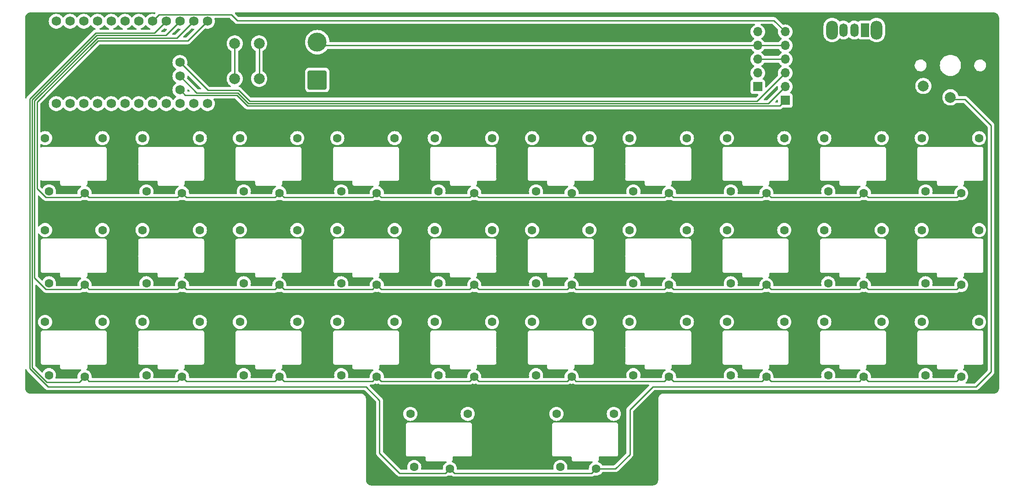
<source format=gbl>
G04 #@! TF.GenerationSoftware,KiCad,Pcbnew,(7.0.0)*
G04 #@! TF.CreationDate,2023-03-07T23:42:06+01:00*
G04 #@! TF.ProjectId,mqz_board,6d717a5f-626f-4617-9264-2e6b69636164,rev?*
G04 #@! TF.SameCoordinates,Original*
G04 #@! TF.FileFunction,Copper,L2,Bot*
G04 #@! TF.FilePolarity,Positive*
%FSLAX46Y46*%
G04 Gerber Fmt 4.6, Leading zero omitted, Abs format (unit mm)*
G04 Created by KiCad (PCBNEW (7.0.0)) date 2023-03-07 23:42:06*
%MOMM*%
%LPD*%
G01*
G04 APERTURE LIST*
G04 Aperture macros list*
%AMRoundRect*
0 Rectangle with rounded corners*
0 $1 Rounding radius*
0 $2 $3 $4 $5 $6 $7 $8 $9 X,Y pos of 4 corners*
0 Add a 4 corners polygon primitive as box body*
4,1,4,$2,$3,$4,$5,$6,$7,$8,$9,$2,$3,0*
0 Add four circle primitives for the rounded corners*
1,1,$1+$1,$2,$3*
1,1,$1+$1,$4,$5*
1,1,$1+$1,$6,$7*
1,1,$1+$1,$8,$9*
0 Add four rect primitives between the rounded corners*
20,1,$1+$1,$2,$3,$4,$5,0*
20,1,$1+$1,$4,$5,$6,$7,0*
20,1,$1+$1,$6,$7,$8,$9,0*
20,1,$1+$1,$8,$9,$2,$3,0*%
G04 Aperture macros list end*
G04 #@! TA.AperFunction,ComponentPad*
%ADD10C,1.600000*%
G04 #@! TD*
G04 #@! TA.AperFunction,ComponentPad*
%ADD11O,2.200000X3.500000*%
G04 #@! TD*
G04 #@! TA.AperFunction,ComponentPad*
%ADD12R,1.500000X2.500000*%
G04 #@! TD*
G04 #@! TA.AperFunction,ComponentPad*
%ADD13O,1.500000X2.500000*%
G04 #@! TD*
G04 #@! TA.AperFunction,ComponentPad*
%ADD14C,1.752600*%
G04 #@! TD*
G04 #@! TA.AperFunction,ComponentPad*
%ADD15R,1.700000X1.700000*%
G04 #@! TD*
G04 #@! TA.AperFunction,ComponentPad*
%ADD16O,1.700000X1.700000*%
G04 #@! TD*
G04 #@! TA.AperFunction,ComponentPad*
%ADD17C,2.000000*%
G04 #@! TD*
G04 #@! TA.AperFunction,ComponentPad*
%ADD18RoundRect,0.250002X1.499998X-1.499998X1.499998X1.499998X-1.499998X1.499998X-1.499998X-1.499998X0*%
G04 #@! TD*
G04 #@! TA.AperFunction,ComponentPad*
%ADD19C,3.500000*%
G04 #@! TD*
G04 #@! TA.AperFunction,Conductor*
%ADD20C,0.250000*%
G04 #@! TD*
G04 APERTURE END LIST*
D10*
X200000000Y-122400000D03*
X193420000Y-122100000D03*
X192700000Y-112250000D03*
X203300000Y-112250000D03*
X236000000Y-105400000D03*
X229420000Y-105100000D03*
X228700000Y-95250000D03*
X239300000Y-95250000D03*
X218000000Y-105400000D03*
X211420000Y-105100000D03*
X210700000Y-95250000D03*
X221300000Y-95250000D03*
X110000000Y-122400000D03*
X103420000Y-122100000D03*
X102700000Y-112250000D03*
X113300000Y-112250000D03*
X146000000Y-88400000D03*
X139420000Y-88100000D03*
X138700000Y-78250000D03*
X149300000Y-78250000D03*
X146000000Y-105400000D03*
X139420000Y-105100000D03*
X138700000Y-95250000D03*
X149300000Y-95250000D03*
D11*
X220349999Y-58249999D03*
X212149999Y-58249999D03*
D12*
X218249999Y-58249999D03*
D13*
X216249999Y-58249999D03*
X214249999Y-58249999D03*
D10*
X141500000Y-139400000D03*
X134920000Y-139100000D03*
X134200000Y-129250000D03*
X144800000Y-129250000D03*
X236000000Y-88400000D03*
X229420000Y-88100000D03*
X228700000Y-78250000D03*
X239300000Y-78250000D03*
X74000000Y-122400000D03*
X67420000Y-122100000D03*
X66700000Y-112250000D03*
X77300000Y-112250000D03*
X164000000Y-88400000D03*
X157420000Y-88100000D03*
X156700000Y-78250000D03*
X167300000Y-78250000D03*
D14*
X68760000Y-71870000D03*
X71300000Y-71870000D03*
X73840000Y-71870000D03*
X76380000Y-71870000D03*
X78920000Y-71870000D03*
X81460000Y-71870000D03*
X84000000Y-71870000D03*
X86540000Y-71870000D03*
X89080000Y-71870000D03*
X91620000Y-71870000D03*
X94160000Y-71870000D03*
X96700000Y-71870000D03*
X96700000Y-56630000D03*
X94160000Y-56630000D03*
X91620000Y-56630000D03*
X89080000Y-56630000D03*
X86540000Y-56630000D03*
X84000000Y-56630000D03*
X81460000Y-56630000D03*
X78920000Y-56630000D03*
X76380000Y-56630000D03*
X73840000Y-56630000D03*
X71300000Y-56630000D03*
X68760000Y-56630000D03*
X91620000Y-69330000D03*
X91620000Y-66790000D03*
X91620000Y-64250000D03*
D10*
X164000000Y-105400000D03*
X157420000Y-105100000D03*
X156700000Y-95250000D03*
X167300000Y-95250000D03*
D15*
X198399999Y-68739999D03*
D16*
X198399999Y-66199999D03*
X198399999Y-63659999D03*
X198399999Y-61119999D03*
X198399999Y-58579999D03*
D10*
X200000000Y-105400000D03*
X193420000Y-105100000D03*
X192700000Y-95250000D03*
X203300000Y-95250000D03*
X92000000Y-105400000D03*
X85420000Y-105100000D03*
X84700000Y-95250000D03*
X95300000Y-95250000D03*
X182000000Y-88400000D03*
X175420000Y-88100000D03*
X174700000Y-78250000D03*
X185300000Y-78250000D03*
X218000000Y-88400000D03*
X211420000Y-88100000D03*
X210700000Y-78250000D03*
X221300000Y-78250000D03*
X74000000Y-105400000D03*
X67420000Y-105100000D03*
X66700000Y-95250000D03*
X77300000Y-95250000D03*
X110000000Y-105400000D03*
X103420000Y-105100000D03*
X102700000Y-95250000D03*
X113300000Y-95250000D03*
X128000000Y-122400000D03*
X121420000Y-122100000D03*
X120700000Y-112250000D03*
X131300000Y-112250000D03*
X200000000Y-88400000D03*
X193420000Y-88100000D03*
X192700000Y-78250000D03*
X203300000Y-78250000D03*
D17*
X234000000Y-70700000D03*
X229000000Y-68600000D03*
D10*
X182000000Y-122400000D03*
X175420000Y-122100000D03*
X174700000Y-112250000D03*
X185300000Y-112250000D03*
X74000000Y-88400000D03*
X67420000Y-88100000D03*
X66700000Y-78250000D03*
X77300000Y-78250000D03*
X236000000Y-122400000D03*
X229420000Y-122100000D03*
X228700000Y-112250000D03*
X239300000Y-112250000D03*
D17*
X101750000Y-67250000D03*
X101750000Y-60750000D03*
X106250000Y-67250000D03*
X106250000Y-60750000D03*
D10*
X164000000Y-122400000D03*
X157420000Y-122100000D03*
X156700000Y-112250000D03*
X167300000Y-112250000D03*
X92000000Y-122400000D03*
X85420000Y-122100000D03*
X84700000Y-112250000D03*
X95300000Y-112250000D03*
X168500000Y-139400000D03*
X161920000Y-139100000D03*
X161200000Y-129250000D03*
X171800000Y-129250000D03*
D18*
X117000000Y-67500000D03*
D19*
X117000000Y-60500000D03*
D10*
X182000000Y-105400000D03*
X175420000Y-105100000D03*
X174700000Y-95250000D03*
X185300000Y-95250000D03*
X218000000Y-122400000D03*
X211420000Y-122100000D03*
X210700000Y-112250000D03*
X221300000Y-112250000D03*
X128000000Y-88400000D03*
X121420000Y-88100000D03*
X120700000Y-78250000D03*
X131300000Y-78250000D03*
X146000000Y-122400000D03*
X139420000Y-122100000D03*
X138700000Y-112250000D03*
X149300000Y-112250000D03*
D15*
X203479999Y-71279999D03*
D16*
X203479999Y-68739999D03*
X203479999Y-66199999D03*
X203479999Y-63659999D03*
X203479999Y-61119999D03*
X203479999Y-58579999D03*
D10*
X92000000Y-88400000D03*
X85420000Y-88100000D03*
X84700000Y-78250000D03*
X95300000Y-78250000D03*
X128000000Y-105400000D03*
X121420000Y-105100000D03*
X120700000Y-95250000D03*
X131300000Y-95250000D03*
X110000000Y-88400000D03*
X103420000Y-88100000D03*
X102700000Y-78250000D03*
X113300000Y-78250000D03*
D20*
X106250000Y-60750000D02*
X106250000Y-67250000D01*
X117620000Y-61120000D02*
X117000000Y-60500000D01*
X198400000Y-61120000D02*
X203480000Y-61120000D01*
X198400000Y-61120000D02*
X117620000Y-61120000D01*
X217175000Y-89225000D02*
X218000000Y-88400000D01*
X73175000Y-89225000D02*
X66850000Y-89225000D01*
X199175000Y-89225000D02*
X200000000Y-88400000D01*
X128825000Y-89225000D02*
X145175000Y-89225000D01*
X146000000Y-88400000D02*
X146825000Y-89225000D01*
X127175000Y-89225000D02*
X128000000Y-88400000D01*
X110000000Y-88400000D02*
X110825000Y-89225000D01*
X200825000Y-89225000D02*
X217175000Y-89225000D01*
X109175000Y-89225000D02*
X110000000Y-88400000D01*
X76500000Y-60250000D02*
X93080000Y-60250000D01*
X218000000Y-88400000D02*
X218825000Y-89225000D01*
X200000000Y-88400000D02*
X200825000Y-89225000D01*
X91175000Y-89225000D02*
X92000000Y-88400000D01*
X145175000Y-89225000D02*
X146000000Y-88400000D01*
X146825000Y-89225000D02*
X181175000Y-89225000D01*
X65200000Y-71550000D02*
X76500000Y-60250000D01*
X181175000Y-89225000D02*
X182000000Y-88400000D01*
X235175000Y-89225000D02*
X236000000Y-88400000D01*
X74000000Y-88400000D02*
X74825000Y-89225000D01*
X218825000Y-89225000D02*
X235175000Y-89225000D01*
X65200000Y-87575000D02*
X65200000Y-71550000D01*
X182825000Y-89225000D02*
X199175000Y-89225000D01*
X74825000Y-89225000D02*
X91175000Y-89225000D01*
X74000000Y-88400000D02*
X73175000Y-89225000D01*
X92000000Y-88400000D02*
X92825000Y-89225000D01*
X128000000Y-88400000D02*
X128825000Y-89225000D01*
X182000000Y-88400000D02*
X182825000Y-89225000D01*
X92825000Y-89225000D02*
X109175000Y-89225000D01*
X93080000Y-60250000D02*
X96700000Y-56630000D01*
X110825000Y-89225000D02*
X127175000Y-89225000D01*
X66850000Y-89225000D02*
X65200000Y-87575000D01*
X74825000Y-106225000D02*
X91175000Y-106225000D01*
X145175000Y-106225000D02*
X128825000Y-106225000D01*
X164825000Y-106225000D02*
X164000000Y-105400000D01*
X109175000Y-106225000D02*
X110000000Y-105400000D01*
X199175000Y-106225000D02*
X182825000Y-106225000D01*
X91175000Y-106225000D02*
X92000000Y-105400000D01*
X182000000Y-105400000D02*
X181175000Y-106225000D01*
X74000000Y-105400000D02*
X74825000Y-106225000D01*
X146000000Y-105400000D02*
X145175000Y-106225000D01*
X128000000Y-105400000D02*
X127175000Y-106225000D01*
X64750000Y-104125000D02*
X64750000Y-71363604D01*
X110825000Y-106225000D02*
X110000000Y-105400000D01*
X66850000Y-106225000D02*
X64750000Y-104125000D01*
X128825000Y-106225000D02*
X128000000Y-105400000D01*
X181175000Y-106225000D02*
X164825000Y-106225000D01*
X217175000Y-106225000D02*
X200825000Y-106225000D01*
X236000000Y-105400000D02*
X235175000Y-106225000D01*
X218825000Y-106225000D02*
X218000000Y-105400000D01*
X146825000Y-106225000D02*
X146000000Y-105400000D01*
X92825000Y-106225000D02*
X109175000Y-106225000D01*
X235175000Y-106225000D02*
X218825000Y-106225000D01*
X74000000Y-105400000D02*
X73175000Y-106225000D01*
X164000000Y-105400000D02*
X163175000Y-106225000D01*
X91040000Y-59750000D02*
X94160000Y-56630000D01*
X218000000Y-105400000D02*
X217175000Y-106225000D01*
X64750000Y-71363604D02*
X76363604Y-59750000D01*
X182825000Y-106225000D02*
X182000000Y-105400000D01*
X76363604Y-59750000D02*
X91040000Y-59750000D01*
X92000000Y-105400000D02*
X92825000Y-106225000D01*
X73175000Y-106225000D02*
X66850000Y-106225000D01*
X200825000Y-106225000D02*
X200000000Y-105400000D01*
X200000000Y-105400000D02*
X199175000Y-106225000D01*
X163175000Y-106225000D02*
X146825000Y-106225000D01*
X127175000Y-106225000D02*
X110825000Y-106225000D01*
X127175000Y-123225000D02*
X110825000Y-123225000D01*
X64300000Y-120675000D02*
X64300000Y-71177208D01*
X199175000Y-123225000D02*
X182825000Y-123225000D01*
X92000000Y-122400000D02*
X92850000Y-123250000D01*
X67000000Y-123375000D02*
X64300000Y-120675000D01*
X128000000Y-122400000D02*
X127175000Y-123225000D01*
X76227208Y-59250000D02*
X89000000Y-59250000D01*
X89000000Y-59250000D02*
X91620000Y-56630000D01*
X73025000Y-123375000D02*
X67000000Y-123375000D01*
X128825000Y-123225000D02*
X128000000Y-122400000D01*
X91175000Y-123225000D02*
X92000000Y-122400000D01*
X64300000Y-71177208D02*
X76227208Y-59250000D01*
X181175000Y-123225000D02*
X164825000Y-123225000D01*
X235175000Y-123225000D02*
X218825000Y-123225000D01*
X92850000Y-123250000D02*
X109150000Y-123250000D01*
X74000000Y-122400000D02*
X74825000Y-123225000D01*
X200000000Y-122400000D02*
X199175000Y-123225000D01*
X182000000Y-122400000D02*
X181175000Y-123225000D01*
X164825000Y-123225000D02*
X164000000Y-122400000D01*
X164000000Y-122400000D02*
X163175000Y-123225000D01*
X74000000Y-122400000D02*
X73025000Y-123375000D01*
X145175000Y-123225000D02*
X128825000Y-123225000D01*
X146825000Y-123225000D02*
X146000000Y-122400000D01*
X74825000Y-123225000D02*
X91175000Y-123225000D01*
X236000000Y-122400000D02*
X235175000Y-123225000D01*
X109150000Y-123250000D02*
X110000000Y-122400000D01*
X218000000Y-122400000D02*
X217175000Y-123225000D01*
X200825000Y-123225000D02*
X200000000Y-122400000D01*
X110825000Y-123225000D02*
X110000000Y-122400000D01*
X146000000Y-122400000D02*
X145175000Y-123225000D01*
X163175000Y-123225000D02*
X146825000Y-123225000D01*
X218825000Y-123225000D02*
X218000000Y-122400000D01*
X182825000Y-123225000D02*
X182000000Y-122400000D01*
X217175000Y-123225000D02*
X200825000Y-123225000D01*
X126000000Y-124250000D02*
X67238604Y-124250000D01*
X128500000Y-136500000D02*
X128500000Y-126750000D01*
X67238604Y-124250000D02*
X63850000Y-120861396D01*
X140675000Y-140225000D02*
X132225000Y-140225000D01*
X241500000Y-121471231D02*
X238721231Y-124250000D01*
X132225000Y-140225000D02*
X128500000Y-136500000D01*
X141500000Y-139400000D02*
X142325000Y-140225000D01*
X167675000Y-140225000D02*
X168500000Y-139400000D01*
X63850000Y-70990812D02*
X76040812Y-58800000D01*
X241500000Y-75900000D02*
X236700000Y-71100000D01*
X86910000Y-58800000D02*
X89080000Y-56630000D01*
X142325000Y-140225000D02*
X167675000Y-140225000D01*
X174750000Y-128500000D02*
X174750000Y-136750000D01*
X172100000Y-139400000D02*
X168500000Y-139400000D01*
X241500000Y-75900000D02*
X241500000Y-121471231D01*
X174750000Y-136750000D02*
X172100000Y-139400000D01*
X179000000Y-124250000D02*
X174750000Y-128500000D01*
X236700000Y-71100000D02*
X234000000Y-71100000D01*
X76040812Y-58800000D02*
X86910000Y-58800000D01*
X128500000Y-126750000D02*
X126000000Y-124250000D01*
X63850000Y-120861396D02*
X63850000Y-70990812D01*
X238721231Y-124250000D02*
X179000000Y-124250000D01*
X141500000Y-139400000D02*
X140675000Y-140225000D01*
X101750000Y-60750000D02*
X101750000Y-67250000D01*
X87770000Y-55400000D02*
X101100000Y-55400000D01*
X201400000Y-56500000D02*
X203480000Y-58580000D01*
X102200000Y-56500000D02*
X201400000Y-56500000D01*
X101100000Y-55400000D02*
X102200000Y-56500000D01*
X86540000Y-56630000D02*
X87770000Y-55400000D01*
X198400000Y-63660000D02*
X203480000Y-63660000D01*
X91620000Y-69330000D02*
X92590000Y-70300000D01*
X92590000Y-70300000D02*
X102100000Y-70300000D01*
X202460000Y-72300000D02*
X203480000Y-71280000D01*
X102100000Y-70300000D02*
X104100000Y-72300000D01*
X104100000Y-72300000D02*
X202460000Y-72300000D01*
X200370000Y-71850000D02*
X203480000Y-68740000D01*
X102286396Y-69850000D02*
X104286396Y-71850000D01*
X94680000Y-69850000D02*
X102286396Y-69850000D01*
X91620000Y-66790000D02*
X94680000Y-69850000D01*
X104286396Y-71850000D02*
X200370000Y-71850000D01*
X104472792Y-71400000D02*
X198280000Y-71400000D01*
X102472792Y-69400000D02*
X104472792Y-71400000D01*
X91620000Y-64250000D02*
X96770000Y-69400000D01*
X198280000Y-71400000D02*
X203480000Y-66200000D01*
X96770000Y-69400000D02*
X102472792Y-69400000D01*
G04 #@! TA.AperFunction,NonConductor*
G36*
X77709018Y-57321019D02*
G01*
X77753808Y-57362252D01*
X77829787Y-57478547D01*
X77984323Y-57646417D01*
X78164381Y-57786561D01*
X78365050Y-57895158D01*
X78446844Y-57923238D01*
X78475917Y-57933219D01*
X78532235Y-57972730D01*
X78558824Y-58036180D01*
X78547501Y-58104038D01*
X78501750Y-58155416D01*
X78435654Y-58174500D01*
X76864346Y-58174500D01*
X76798250Y-58155416D01*
X76752499Y-58104038D01*
X76741176Y-58036180D01*
X76767765Y-57972730D01*
X76824083Y-57933219D01*
X76840618Y-57927542D01*
X76934950Y-57895158D01*
X77135619Y-57786561D01*
X77315677Y-57646417D01*
X77470213Y-57478547D01*
X77546191Y-57362252D01*
X77590982Y-57321019D01*
X77650000Y-57306074D01*
X77709018Y-57321019D01*
G37*
G04 #@! TD.AperFunction*
G04 #@! TA.AperFunction,NonConductor*
G36*
X80249018Y-57321019D02*
G01*
X80293808Y-57362252D01*
X80369787Y-57478547D01*
X80524323Y-57646417D01*
X80704381Y-57786561D01*
X80905050Y-57895158D01*
X80986844Y-57923238D01*
X81015917Y-57933219D01*
X81072235Y-57972730D01*
X81098824Y-58036180D01*
X81087501Y-58104038D01*
X81041750Y-58155416D01*
X80975654Y-58174500D01*
X79404346Y-58174500D01*
X79338250Y-58155416D01*
X79292499Y-58104038D01*
X79281176Y-58036180D01*
X79307765Y-57972730D01*
X79364083Y-57933219D01*
X79380618Y-57927542D01*
X79474950Y-57895158D01*
X79675619Y-57786561D01*
X79855677Y-57646417D01*
X80010213Y-57478547D01*
X80086191Y-57362252D01*
X80130982Y-57321019D01*
X80190000Y-57306074D01*
X80249018Y-57321019D01*
G37*
G04 #@! TD.AperFunction*
G04 #@! TA.AperFunction,NonConductor*
G36*
X82789018Y-57321019D02*
G01*
X82833808Y-57362252D01*
X82909787Y-57478547D01*
X83064323Y-57646417D01*
X83244381Y-57786561D01*
X83445050Y-57895158D01*
X83526844Y-57923238D01*
X83555917Y-57933219D01*
X83612235Y-57972730D01*
X83638824Y-58036180D01*
X83627501Y-58104038D01*
X83581750Y-58155416D01*
X83515654Y-58174500D01*
X81944346Y-58174500D01*
X81878250Y-58155416D01*
X81832499Y-58104038D01*
X81821176Y-58036180D01*
X81847765Y-57972730D01*
X81904083Y-57933219D01*
X81920618Y-57927542D01*
X82014950Y-57895158D01*
X82215619Y-57786561D01*
X82395677Y-57646417D01*
X82550213Y-57478547D01*
X82626191Y-57362252D01*
X82670982Y-57321019D01*
X82730000Y-57306074D01*
X82789018Y-57321019D01*
G37*
G04 #@! TD.AperFunction*
G04 #@! TA.AperFunction,NonConductor*
G36*
X85329018Y-57321019D02*
G01*
X85373808Y-57362252D01*
X85449787Y-57478547D01*
X85604323Y-57646417D01*
X85784381Y-57786561D01*
X85985050Y-57895158D01*
X86066844Y-57923238D01*
X86095917Y-57933219D01*
X86152235Y-57972730D01*
X86178824Y-58036180D01*
X86167501Y-58104038D01*
X86121750Y-58155416D01*
X86055654Y-58174500D01*
X84484346Y-58174500D01*
X84418250Y-58155416D01*
X84372499Y-58104038D01*
X84361176Y-58036180D01*
X84387765Y-57972730D01*
X84444083Y-57933219D01*
X84460618Y-57927542D01*
X84554950Y-57895158D01*
X84755619Y-57786561D01*
X84935677Y-57646417D01*
X85090213Y-57478547D01*
X85166191Y-57362252D01*
X85210982Y-57321019D01*
X85270000Y-57306074D01*
X85329018Y-57321019D01*
G37*
G04 #@! TD.AperFunction*
G04 #@! TA.AperFunction,NonConductor*
G36*
X88728074Y-57964856D02*
G01*
X88740857Y-57969245D01*
X88965915Y-58006800D01*
X88971049Y-58006800D01*
X89059246Y-58006800D01*
X89115541Y-58020315D01*
X89159564Y-58057915D01*
X89181719Y-58111402D01*
X89177177Y-58169118D01*
X89146927Y-58218481D01*
X88777228Y-58588181D01*
X88737000Y-58615061D01*
X88689547Y-58624500D01*
X88269452Y-58624500D01*
X88213157Y-58610985D01*
X88169134Y-58573385D01*
X88146979Y-58519898D01*
X88151521Y-58462182D01*
X88181771Y-58412819D01*
X88389177Y-58205413D01*
X88600134Y-57994455D01*
X88659865Y-57961329D01*
X88728074Y-57964856D01*
G37*
G04 #@! TD.AperFunction*
G04 #@! TA.AperFunction,NonConductor*
G36*
X91268071Y-57964855D02*
G01*
X91280857Y-57969245D01*
X91505915Y-58006800D01*
X91511049Y-58006800D01*
X91599246Y-58006800D01*
X91655541Y-58020315D01*
X91699564Y-58057915D01*
X91721719Y-58111402D01*
X91717177Y-58169118D01*
X91686927Y-58218481D01*
X90817228Y-59088181D01*
X90777000Y-59115061D01*
X90729547Y-59124500D01*
X90309452Y-59124500D01*
X90253157Y-59110985D01*
X90209134Y-59073385D01*
X90186979Y-59019898D01*
X90191521Y-58962182D01*
X90221771Y-58912819D01*
X90426123Y-58708467D01*
X91140133Y-57994455D01*
X91199862Y-57961329D01*
X91268071Y-57964855D01*
G37*
G04 #@! TD.AperFunction*
G04 #@! TA.AperFunction,NonConductor*
G36*
X93808074Y-57964856D02*
G01*
X93820857Y-57969245D01*
X94045915Y-58006800D01*
X94051049Y-58006800D01*
X94139247Y-58006800D01*
X94195542Y-58020315D01*
X94239565Y-58057915D01*
X94261720Y-58111402D01*
X94257178Y-58169118D01*
X94226928Y-58218481D01*
X92857228Y-59588181D01*
X92817000Y-59615061D01*
X92769547Y-59624500D01*
X92349452Y-59624500D01*
X92293157Y-59610985D01*
X92249134Y-59573385D01*
X92226979Y-59519898D01*
X92231521Y-59462182D01*
X92261771Y-59412819D01*
X92966123Y-58708467D01*
X93680134Y-57994455D01*
X93739865Y-57961329D01*
X93808074Y-57964856D01*
G37*
G04 #@! TD.AperFunction*
G04 #@! TA.AperFunction,NonConductor*
G36*
X201137001Y-57134939D02*
G01*
X201177229Y-57161819D01*
X202139762Y-58124352D01*
X202171856Y-58179939D01*
X202171856Y-58244126D01*
X202146337Y-58339365D01*
X202146335Y-58339370D01*
X202144937Y-58344592D01*
X202144465Y-58349977D01*
X202144465Y-58349982D01*
X202138773Y-58415042D01*
X202124341Y-58580000D01*
X202124813Y-58585395D01*
X202135580Y-58708467D01*
X202144937Y-58815408D01*
X202146336Y-58820630D01*
X202146337Y-58820634D01*
X202204694Y-59038430D01*
X202204697Y-59038438D01*
X202206097Y-59043663D01*
X202208385Y-59048570D01*
X202208386Y-59048572D01*
X202303678Y-59252927D01*
X202303681Y-59252933D01*
X202305965Y-59257830D01*
X202309064Y-59262257D01*
X202309066Y-59262259D01*
X202438399Y-59446966D01*
X202438402Y-59446970D01*
X202441505Y-59451401D01*
X202608599Y-59618495D01*
X202613032Y-59621599D01*
X202613038Y-59621604D01*
X202794158Y-59748425D01*
X202833024Y-59792743D01*
X202847035Y-59850000D01*
X202833024Y-59907257D01*
X202794159Y-59951575D01*
X202613041Y-60078395D01*
X202608599Y-60081505D01*
X202604775Y-60085328D01*
X202604769Y-60085334D01*
X202445334Y-60244769D01*
X202445328Y-60244775D01*
X202441505Y-60248599D01*
X202438402Y-60253029D01*
X202438399Y-60253034D01*
X202306349Y-60441623D01*
X202262031Y-60480489D01*
X202204774Y-60494500D01*
X199675226Y-60494500D01*
X199617969Y-60480489D01*
X199573651Y-60441623D01*
X199570926Y-60437731D01*
X199438495Y-60248599D01*
X199271401Y-60081505D01*
X199266968Y-60078401D01*
X199266961Y-60078395D01*
X199085842Y-59951575D01*
X199046976Y-59907257D01*
X199032965Y-59850000D01*
X199046976Y-59792743D01*
X199085842Y-59748425D01*
X199266961Y-59621604D01*
X199266961Y-59621603D01*
X199271401Y-59618495D01*
X199438495Y-59451401D01*
X199574035Y-59257830D01*
X199673903Y-59043663D01*
X199735063Y-58815408D01*
X199755659Y-58580000D01*
X199735063Y-58344592D01*
X199673903Y-58116337D01*
X199574035Y-57902171D01*
X199438495Y-57708599D01*
X199271401Y-57541505D01*
X199266970Y-57538402D01*
X199266966Y-57538399D01*
X199082259Y-57409066D01*
X199082257Y-57409064D01*
X199077830Y-57405965D01*
X199072933Y-57403681D01*
X199072927Y-57403678D01*
X198983294Y-57361882D01*
X198932898Y-57318840D01*
X198911869Y-57255990D01*
X198926214Y-57191285D01*
X198971834Y-57143211D01*
X199035699Y-57125500D01*
X201089548Y-57125500D01*
X201137001Y-57134939D01*
G37*
G04 #@! TD.AperFunction*
G04 #@! TA.AperFunction,NonConductor*
G36*
X202262029Y-61759511D02*
G01*
X202306347Y-61798376D01*
X202438399Y-61986966D01*
X202438402Y-61986970D01*
X202441505Y-61991401D01*
X202608599Y-62158495D01*
X202613032Y-62161599D01*
X202613038Y-62161604D01*
X202794158Y-62288425D01*
X202833024Y-62332743D01*
X202847035Y-62390000D01*
X202833024Y-62447257D01*
X202794159Y-62491575D01*
X202613041Y-62618395D01*
X202608599Y-62621505D01*
X202604775Y-62625328D01*
X202604769Y-62625334D01*
X202445334Y-62784769D01*
X202445328Y-62784775D01*
X202441505Y-62788599D01*
X202438402Y-62793029D01*
X202438399Y-62793034D01*
X202306349Y-62981623D01*
X202262031Y-63020489D01*
X202204774Y-63034500D01*
X199675226Y-63034500D01*
X199617969Y-63020489D01*
X199573651Y-62981623D01*
X199534198Y-62925278D01*
X199438495Y-62788599D01*
X199271401Y-62621505D01*
X199266968Y-62618401D01*
X199266961Y-62618395D01*
X199085842Y-62491575D01*
X199046976Y-62447257D01*
X199032965Y-62390000D01*
X199046976Y-62332743D01*
X199085842Y-62288425D01*
X199266961Y-62161604D01*
X199266961Y-62161603D01*
X199271401Y-62158495D01*
X199438495Y-61991401D01*
X199523799Y-61869575D01*
X199573653Y-61798376D01*
X199617971Y-61759511D01*
X199675228Y-61745500D01*
X202204772Y-61745500D01*
X202262029Y-61759511D01*
G37*
G04 #@! TD.AperFunction*
G04 #@! TA.AperFunction,NonConductor*
G36*
X202262029Y-64299511D02*
G01*
X202306347Y-64338376D01*
X202438399Y-64526966D01*
X202438402Y-64526970D01*
X202441505Y-64531401D01*
X202608599Y-64698495D01*
X202613032Y-64701599D01*
X202613038Y-64701604D01*
X202794158Y-64828425D01*
X202833024Y-64872743D01*
X202847035Y-64930000D01*
X202833024Y-64987257D01*
X202794159Y-65031575D01*
X202613041Y-65158395D01*
X202608599Y-65161505D01*
X202604775Y-65165328D01*
X202604769Y-65165334D01*
X202445334Y-65324769D01*
X202445328Y-65324775D01*
X202441505Y-65328599D01*
X202438402Y-65333029D01*
X202438399Y-65333034D01*
X202309073Y-65517731D01*
X202309068Y-65517738D01*
X202305965Y-65522171D01*
X202303677Y-65527077D01*
X202303675Y-65527081D01*
X202208386Y-65731427D01*
X202208383Y-65731432D01*
X202206097Y-65736337D01*
X202204698Y-65741557D01*
X202204694Y-65741569D01*
X202146337Y-65959365D01*
X202146335Y-65959371D01*
X202144937Y-65964592D01*
X202144465Y-65969977D01*
X202144465Y-65969982D01*
X202129063Y-66146032D01*
X202124341Y-66200000D01*
X202124813Y-66205395D01*
X202136303Y-66336729D01*
X202144937Y-66435408D01*
X202146336Y-66440630D01*
X202146337Y-66440634D01*
X202171856Y-66535872D01*
X202171856Y-66600059D01*
X202139762Y-66655646D01*
X199962180Y-68833228D01*
X199912817Y-68863478D01*
X199855101Y-68868020D01*
X199801614Y-68845865D01*
X199764014Y-68801842D01*
X199750499Y-68745547D01*
X199750499Y-67845439D01*
X199750499Y-67842128D01*
X199744091Y-67782517D01*
X199693796Y-67647669D01*
X199607546Y-67532454D01*
X199561282Y-67497821D01*
X199499431Y-67451519D01*
X199499430Y-67451518D01*
X199492331Y-67446204D01*
X199422359Y-67420106D01*
X199360916Y-67397189D01*
X199310537Y-67362210D01*
X199283084Y-67307365D01*
X199285273Y-67246072D01*
X199316566Y-67193329D01*
X199438495Y-67071401D01*
X199574035Y-66877830D01*
X199673903Y-66663663D01*
X199735063Y-66435408D01*
X199755659Y-66200000D01*
X199735063Y-65964592D01*
X199673903Y-65736337D01*
X199574035Y-65522171D01*
X199438495Y-65328599D01*
X199271401Y-65161505D01*
X199266968Y-65158401D01*
X199266961Y-65158395D01*
X199085842Y-65031575D01*
X199046976Y-64987257D01*
X199032965Y-64930000D01*
X199046976Y-64872743D01*
X199085842Y-64828425D01*
X199266961Y-64701604D01*
X199266961Y-64701603D01*
X199271401Y-64698495D01*
X199438495Y-64531401D01*
X199517450Y-64418640D01*
X199573653Y-64338376D01*
X199617971Y-64299511D01*
X199675228Y-64285500D01*
X202204772Y-64285500D01*
X202262029Y-64299511D01*
G37*
G04 #@! TD.AperFunction*
G04 #@! TA.AperFunction,NonConductor*
G36*
X93211642Y-66726233D02*
G01*
X95498228Y-69012819D01*
X95528478Y-69062182D01*
X95533020Y-69119898D01*
X95510865Y-69173385D01*
X95466842Y-69210985D01*
X95410547Y-69224500D01*
X94990453Y-69224500D01*
X94943000Y-69215061D01*
X94902772Y-69188181D01*
X92981839Y-67267248D01*
X92949969Y-67212484D01*
X92949315Y-67149129D01*
X92982677Y-67017391D01*
X93000386Y-66803668D01*
X93025325Y-66738767D01*
X93081283Y-66697490D01*
X93150660Y-66692823D01*
X93211642Y-66726233D01*
G37*
G04 #@! TD.AperFunction*
G04 #@! TA.AperFunction,NonConductor*
G36*
X93211642Y-69266232D02*
G01*
X93408229Y-69462819D01*
X93438479Y-69512182D01*
X93443021Y-69569898D01*
X93420866Y-69623385D01*
X93376843Y-69660985D01*
X93320548Y-69674500D01*
X93107673Y-69674500D01*
X93042738Y-69656138D01*
X92997034Y-69606491D01*
X92984096Y-69540261D01*
X93000386Y-69343667D01*
X93025325Y-69278767D01*
X93081283Y-69237489D01*
X93150660Y-69232822D01*
X93211642Y-69266232D01*
G37*
G04 #@! TD.AperFunction*
G04 #@! TA.AperFunction,NonConductor*
G36*
X87041841Y-55014015D02*
G01*
X87085864Y-55051615D01*
X87108019Y-55105103D01*
X87103477Y-55162819D01*
X87073226Y-55212182D01*
X87019865Y-55265542D01*
X86960135Y-55298669D01*
X86891925Y-55295142D01*
X86883996Y-55292420D01*
X86883984Y-55292417D01*
X86879143Y-55290755D01*
X86874093Y-55289912D01*
X86874088Y-55289911D01*
X86659148Y-55254044D01*
X86659137Y-55254043D01*
X86654085Y-55253200D01*
X86425915Y-55253200D01*
X86420863Y-55254042D01*
X86420851Y-55254044D01*
X86205914Y-55289911D01*
X86205912Y-55289911D01*
X86200857Y-55290755D01*
X86196009Y-55292418D01*
X86196006Y-55292420D01*
X85989898Y-55363177D01*
X85989890Y-55363180D01*
X85985050Y-55364842D01*
X85980554Y-55367274D01*
X85980545Y-55367279D01*
X85788889Y-55470999D01*
X85788885Y-55471001D01*
X85784381Y-55473439D01*
X85780341Y-55476583D01*
X85780334Y-55476588D01*
X85608370Y-55610432D01*
X85608362Y-55610439D01*
X85604323Y-55613583D01*
X85600853Y-55617351D01*
X85600849Y-55617356D01*
X85453262Y-55777677D01*
X85453256Y-55777684D01*
X85449787Y-55781453D01*
X85376688Y-55893341D01*
X85373809Y-55897747D01*
X85329017Y-55938980D01*
X85270000Y-55953925D01*
X85210983Y-55938980D01*
X85166191Y-55897747D01*
X85164110Y-55894562D01*
X85090213Y-55781453D01*
X84935677Y-55613583D01*
X84886818Y-55575555D01*
X84759665Y-55476588D01*
X84759664Y-55476587D01*
X84755619Y-55473439D01*
X84701624Y-55444218D01*
X84559454Y-55367279D01*
X84559449Y-55367277D01*
X84554950Y-55364842D01*
X84550104Y-55363178D01*
X84550101Y-55363177D01*
X84343993Y-55292420D01*
X84343992Y-55292419D01*
X84339143Y-55290755D01*
X84329443Y-55289136D01*
X84119148Y-55254044D01*
X84119137Y-55254043D01*
X84114085Y-55253200D01*
X83885915Y-55253200D01*
X83880863Y-55254042D01*
X83880851Y-55254044D01*
X83665914Y-55289911D01*
X83665912Y-55289911D01*
X83660857Y-55290755D01*
X83656009Y-55292418D01*
X83656006Y-55292420D01*
X83449898Y-55363177D01*
X83449890Y-55363180D01*
X83445050Y-55364842D01*
X83440554Y-55367274D01*
X83440545Y-55367279D01*
X83248889Y-55470999D01*
X83248885Y-55471001D01*
X83244381Y-55473439D01*
X83240341Y-55476583D01*
X83240334Y-55476588D01*
X83068370Y-55610432D01*
X83068362Y-55610439D01*
X83064323Y-55613583D01*
X83060853Y-55617351D01*
X83060849Y-55617356D01*
X82913262Y-55777677D01*
X82913256Y-55777684D01*
X82909787Y-55781453D01*
X82836688Y-55893341D01*
X82833809Y-55897747D01*
X82789017Y-55938980D01*
X82730000Y-55953925D01*
X82670983Y-55938980D01*
X82626191Y-55897747D01*
X82624110Y-55894562D01*
X82550213Y-55781453D01*
X82395677Y-55613583D01*
X82346818Y-55575555D01*
X82219665Y-55476588D01*
X82219664Y-55476587D01*
X82215619Y-55473439D01*
X82161624Y-55444218D01*
X82019454Y-55367279D01*
X82019449Y-55367277D01*
X82014950Y-55364842D01*
X82010104Y-55363178D01*
X82010101Y-55363177D01*
X81803993Y-55292420D01*
X81803992Y-55292419D01*
X81799143Y-55290755D01*
X81789443Y-55289136D01*
X81579148Y-55254044D01*
X81579137Y-55254043D01*
X81574085Y-55253200D01*
X81345915Y-55253200D01*
X81340863Y-55254042D01*
X81340851Y-55254044D01*
X81125914Y-55289911D01*
X81125912Y-55289911D01*
X81120857Y-55290755D01*
X81116009Y-55292418D01*
X81116006Y-55292420D01*
X80909898Y-55363177D01*
X80909890Y-55363180D01*
X80905050Y-55364842D01*
X80900554Y-55367274D01*
X80900545Y-55367279D01*
X80708889Y-55470999D01*
X80708885Y-55471001D01*
X80704381Y-55473439D01*
X80700341Y-55476583D01*
X80700334Y-55476588D01*
X80528370Y-55610432D01*
X80528362Y-55610439D01*
X80524323Y-55613583D01*
X80520853Y-55617351D01*
X80520849Y-55617356D01*
X80373262Y-55777677D01*
X80373256Y-55777684D01*
X80369787Y-55781453D01*
X80296688Y-55893341D01*
X80293809Y-55897747D01*
X80249017Y-55938980D01*
X80190000Y-55953925D01*
X80130983Y-55938980D01*
X80086191Y-55897747D01*
X80084110Y-55894562D01*
X80010213Y-55781453D01*
X79855677Y-55613583D01*
X79806818Y-55575555D01*
X79679665Y-55476588D01*
X79679664Y-55476587D01*
X79675619Y-55473439D01*
X79621624Y-55444218D01*
X79479454Y-55367279D01*
X79479449Y-55367277D01*
X79474950Y-55364842D01*
X79470104Y-55363178D01*
X79470101Y-55363177D01*
X79263993Y-55292420D01*
X79263992Y-55292419D01*
X79259143Y-55290755D01*
X79249443Y-55289136D01*
X79039148Y-55254044D01*
X79039137Y-55254043D01*
X79034085Y-55253200D01*
X78805915Y-55253200D01*
X78800863Y-55254042D01*
X78800851Y-55254044D01*
X78585914Y-55289911D01*
X78585912Y-55289911D01*
X78580857Y-55290755D01*
X78576009Y-55292418D01*
X78576006Y-55292420D01*
X78369898Y-55363177D01*
X78369890Y-55363180D01*
X78365050Y-55364842D01*
X78360554Y-55367274D01*
X78360545Y-55367279D01*
X78168889Y-55470999D01*
X78168885Y-55471001D01*
X78164381Y-55473439D01*
X78160341Y-55476583D01*
X78160334Y-55476588D01*
X77988370Y-55610432D01*
X77988362Y-55610439D01*
X77984323Y-55613583D01*
X77980853Y-55617351D01*
X77980849Y-55617356D01*
X77833262Y-55777677D01*
X77833256Y-55777684D01*
X77829787Y-55781453D01*
X77756688Y-55893341D01*
X77753809Y-55897747D01*
X77709017Y-55938980D01*
X77650000Y-55953925D01*
X77590983Y-55938980D01*
X77546191Y-55897747D01*
X77544110Y-55894562D01*
X77470213Y-55781453D01*
X77315677Y-55613583D01*
X77266818Y-55575555D01*
X77139665Y-55476588D01*
X77139664Y-55476587D01*
X77135619Y-55473439D01*
X77081624Y-55444218D01*
X76939454Y-55367279D01*
X76939449Y-55367277D01*
X76934950Y-55364842D01*
X76930104Y-55363178D01*
X76930101Y-55363177D01*
X76723993Y-55292420D01*
X76723992Y-55292419D01*
X76719143Y-55290755D01*
X76709443Y-55289136D01*
X76499148Y-55254044D01*
X76499137Y-55254043D01*
X76494085Y-55253200D01*
X76265915Y-55253200D01*
X76260863Y-55254042D01*
X76260851Y-55254044D01*
X76045914Y-55289911D01*
X76045912Y-55289911D01*
X76040857Y-55290755D01*
X76036009Y-55292418D01*
X76036006Y-55292420D01*
X75829898Y-55363177D01*
X75829890Y-55363180D01*
X75825050Y-55364842D01*
X75820554Y-55367274D01*
X75820545Y-55367279D01*
X75628889Y-55470999D01*
X75628885Y-55471001D01*
X75624381Y-55473439D01*
X75620341Y-55476583D01*
X75620334Y-55476588D01*
X75448370Y-55610432D01*
X75448362Y-55610439D01*
X75444323Y-55613583D01*
X75440853Y-55617351D01*
X75440849Y-55617356D01*
X75293262Y-55777677D01*
X75293256Y-55777684D01*
X75289787Y-55781453D01*
X75216688Y-55893341D01*
X75213809Y-55897747D01*
X75169017Y-55938980D01*
X75110000Y-55953925D01*
X75050983Y-55938980D01*
X75006191Y-55897747D01*
X75004110Y-55894562D01*
X74930213Y-55781453D01*
X74775677Y-55613583D01*
X74726818Y-55575555D01*
X74599665Y-55476588D01*
X74599664Y-55476587D01*
X74595619Y-55473439D01*
X74541624Y-55444218D01*
X74399454Y-55367279D01*
X74399449Y-55367277D01*
X74394950Y-55364842D01*
X74390104Y-55363178D01*
X74390101Y-55363177D01*
X74183993Y-55292420D01*
X74183992Y-55292419D01*
X74179143Y-55290755D01*
X74169443Y-55289136D01*
X73959148Y-55254044D01*
X73959137Y-55254043D01*
X73954085Y-55253200D01*
X73725915Y-55253200D01*
X73720863Y-55254042D01*
X73720851Y-55254044D01*
X73505914Y-55289911D01*
X73505912Y-55289911D01*
X73500857Y-55290755D01*
X73496009Y-55292418D01*
X73496006Y-55292420D01*
X73289898Y-55363177D01*
X73289890Y-55363180D01*
X73285050Y-55364842D01*
X73280554Y-55367274D01*
X73280545Y-55367279D01*
X73088889Y-55470999D01*
X73088885Y-55471001D01*
X73084381Y-55473439D01*
X73080341Y-55476583D01*
X73080334Y-55476588D01*
X72908370Y-55610432D01*
X72908362Y-55610439D01*
X72904323Y-55613583D01*
X72900853Y-55617351D01*
X72900849Y-55617356D01*
X72753262Y-55777677D01*
X72753256Y-55777684D01*
X72749787Y-55781453D01*
X72676688Y-55893341D01*
X72673809Y-55897747D01*
X72629017Y-55938980D01*
X72570000Y-55953925D01*
X72510983Y-55938980D01*
X72466191Y-55897747D01*
X72464110Y-55894562D01*
X72390213Y-55781453D01*
X72235677Y-55613583D01*
X72186818Y-55575555D01*
X72059665Y-55476588D01*
X72059664Y-55476587D01*
X72055619Y-55473439D01*
X72001624Y-55444218D01*
X71859454Y-55367279D01*
X71859449Y-55367277D01*
X71854950Y-55364842D01*
X71850104Y-55363178D01*
X71850101Y-55363177D01*
X71643993Y-55292420D01*
X71643992Y-55292419D01*
X71639143Y-55290755D01*
X71629443Y-55289136D01*
X71419148Y-55254044D01*
X71419137Y-55254043D01*
X71414085Y-55253200D01*
X71185915Y-55253200D01*
X71180863Y-55254042D01*
X71180851Y-55254044D01*
X70965914Y-55289911D01*
X70965912Y-55289911D01*
X70960857Y-55290755D01*
X70956009Y-55292418D01*
X70956006Y-55292420D01*
X70749898Y-55363177D01*
X70749890Y-55363180D01*
X70745050Y-55364842D01*
X70740554Y-55367274D01*
X70740545Y-55367279D01*
X70548889Y-55470999D01*
X70548885Y-55471001D01*
X70544381Y-55473439D01*
X70540341Y-55476583D01*
X70540334Y-55476588D01*
X70368370Y-55610432D01*
X70368362Y-55610439D01*
X70364323Y-55613583D01*
X70360853Y-55617351D01*
X70360849Y-55617356D01*
X70213262Y-55777677D01*
X70213256Y-55777684D01*
X70209787Y-55781453D01*
X70136688Y-55893341D01*
X70133809Y-55897747D01*
X70089017Y-55938980D01*
X70030000Y-55953925D01*
X69970983Y-55938980D01*
X69926191Y-55897747D01*
X69924110Y-55894562D01*
X69850213Y-55781453D01*
X69695677Y-55613583D01*
X69646818Y-55575555D01*
X69519665Y-55476588D01*
X69519664Y-55476587D01*
X69515619Y-55473439D01*
X69461624Y-55444218D01*
X69319454Y-55367279D01*
X69319449Y-55367277D01*
X69314950Y-55364842D01*
X69310104Y-55363178D01*
X69310101Y-55363177D01*
X69103993Y-55292420D01*
X69103992Y-55292419D01*
X69099143Y-55290755D01*
X69089443Y-55289136D01*
X68879148Y-55254044D01*
X68879137Y-55254043D01*
X68874085Y-55253200D01*
X68645915Y-55253200D01*
X68640863Y-55254042D01*
X68640851Y-55254044D01*
X68425914Y-55289911D01*
X68425912Y-55289911D01*
X68420857Y-55290755D01*
X68416009Y-55292418D01*
X68416006Y-55292420D01*
X68209898Y-55363177D01*
X68209890Y-55363180D01*
X68205050Y-55364842D01*
X68200554Y-55367274D01*
X68200545Y-55367279D01*
X68008889Y-55470999D01*
X68008885Y-55471001D01*
X68004381Y-55473439D01*
X68000341Y-55476583D01*
X68000334Y-55476588D01*
X67828370Y-55610432D01*
X67828362Y-55610439D01*
X67824323Y-55613583D01*
X67820853Y-55617351D01*
X67820849Y-55617356D01*
X67673262Y-55777677D01*
X67673256Y-55777684D01*
X67669787Y-55781453D01*
X67666983Y-55785744D01*
X67666979Y-55785750D01*
X67547794Y-55968176D01*
X67547787Y-55968188D01*
X67544990Y-55972470D01*
X67542935Y-55977154D01*
X67542929Y-55977166D01*
X67455394Y-56176729D01*
X67455392Y-56176734D01*
X67453336Y-56181422D01*
X67452081Y-56186375D01*
X67452078Y-56186386D01*
X67398581Y-56397637D01*
X67398578Y-56397649D01*
X67397323Y-56402609D01*
X67378481Y-56630000D01*
X67397323Y-56857391D01*
X67398579Y-56862352D01*
X67398581Y-56862362D01*
X67452078Y-57073613D01*
X67452080Y-57073620D01*
X67453336Y-57078578D01*
X67455393Y-57083269D01*
X67455394Y-57083270D01*
X67542929Y-57282833D01*
X67542932Y-57282840D01*
X67544990Y-57287530D01*
X67547790Y-57291816D01*
X67547794Y-57291823D01*
X67665510Y-57472000D01*
X67669787Y-57478547D01*
X67824323Y-57646417D01*
X68004381Y-57786561D01*
X68205050Y-57895158D01*
X68420857Y-57969245D01*
X68645915Y-58006800D01*
X68868951Y-58006800D01*
X68874085Y-58006800D01*
X69099143Y-57969245D01*
X69314950Y-57895158D01*
X69515619Y-57786561D01*
X69695677Y-57646417D01*
X69850213Y-57478547D01*
X69926191Y-57362252D01*
X69970982Y-57321019D01*
X70030000Y-57306074D01*
X70089018Y-57321019D01*
X70133808Y-57362252D01*
X70209787Y-57478547D01*
X70364323Y-57646417D01*
X70544381Y-57786561D01*
X70745050Y-57895158D01*
X70960857Y-57969245D01*
X71185915Y-58006800D01*
X71408951Y-58006800D01*
X71414085Y-58006800D01*
X71639143Y-57969245D01*
X71854950Y-57895158D01*
X72055619Y-57786561D01*
X72235677Y-57646417D01*
X72390213Y-57478547D01*
X72466191Y-57362252D01*
X72510982Y-57321019D01*
X72570000Y-57306074D01*
X72629018Y-57321019D01*
X72673808Y-57362252D01*
X72749787Y-57478547D01*
X72904323Y-57646417D01*
X73084381Y-57786561D01*
X73285050Y-57895158D01*
X73500857Y-57969245D01*
X73725915Y-58006800D01*
X73948951Y-58006800D01*
X73954085Y-58006800D01*
X74179143Y-57969245D01*
X74394950Y-57895158D01*
X74595619Y-57786561D01*
X74775677Y-57646417D01*
X74930213Y-57478547D01*
X75006191Y-57362252D01*
X75050982Y-57321019D01*
X75110000Y-57306074D01*
X75169018Y-57321019D01*
X75213808Y-57362252D01*
X75289787Y-57478547D01*
X75444323Y-57646417D01*
X75624381Y-57786561D01*
X75825050Y-57895158D01*
X75955060Y-57939790D01*
X76008885Y-57976303D01*
X76036824Y-58035039D01*
X76031189Y-58099837D01*
X75993530Y-58152868D01*
X75941836Y-58176112D01*
X75942178Y-58177291D01*
X75936946Y-58178811D01*
X75922937Y-58182881D01*
X75903899Y-58186823D01*
X75891761Y-58188357D01*
X75891753Y-58188358D01*
X75884020Y-58189336D01*
X75876772Y-58192205D01*
X75876766Y-58192207D01*
X75843409Y-58205413D01*
X75832366Y-58209194D01*
X75797912Y-58219205D01*
X75797906Y-58219207D01*
X75790422Y-58221382D01*
X75783710Y-58225351D01*
X75783708Y-58225352D01*
X75773176Y-58231580D01*
X75755716Y-58240134D01*
X75744331Y-58244642D01*
X75744325Y-58244644D01*
X75737080Y-58247514D01*
X75730775Y-58252094D01*
X75730767Y-58252099D01*
X75701744Y-58273185D01*
X75691986Y-58279595D01*
X75661108Y-58297857D01*
X75661102Y-58297861D01*
X75654392Y-58301830D01*
X75648879Y-58307341D01*
X75648872Y-58307348D01*
X75640222Y-58315998D01*
X75625439Y-58328624D01*
X75615538Y-58335817D01*
X75615528Y-58335826D01*
X75609225Y-58340406D01*
X75604256Y-58346411D01*
X75604253Y-58346415D01*
X75581384Y-58374059D01*
X75573523Y-58382697D01*
X63462696Y-70493523D01*
X63454511Y-70500971D01*
X63448123Y-70505026D01*
X63442788Y-70510706D01*
X63442783Y-70510711D01*
X63402096Y-70554037D01*
X63399392Y-70556828D01*
X63382628Y-70573592D01*
X63382621Y-70573599D01*
X63379880Y-70576341D01*
X63377500Y-70579408D01*
X63377489Y-70579421D01*
X63377400Y-70579537D01*
X63369842Y-70588382D01*
X63345280Y-70614539D01*
X63345273Y-70614548D01*
X63339938Y-70620230D01*
X63336182Y-70627061D01*
X63336179Y-70627066D01*
X63330285Y-70637787D01*
X63319609Y-70654039D01*
X63312109Y-70663708D01*
X63312101Y-70663719D01*
X63307327Y-70669876D01*
X63304234Y-70677020D01*
X63304229Y-70677031D01*
X63289974Y-70709972D01*
X63284838Y-70720455D01*
X63267560Y-70751885D01*
X63263803Y-70758720D01*
X63261864Y-70766268D01*
X63261863Y-70766273D01*
X63258822Y-70778119D01*
X63252521Y-70796523D01*
X63247658Y-70807760D01*
X63247656Y-70807764D01*
X63244562Y-70814916D01*
X63243429Y-70822067D01*
X63214446Y-70872573D01*
X63165279Y-70904320D01*
X63107028Y-70909980D01*
X63052669Y-70888293D01*
X63014311Y-70844090D01*
X63000500Y-70787217D01*
X63000500Y-56005412D01*
X63000972Y-55994605D01*
X63002636Y-55975585D01*
X63004418Y-55955209D01*
X63004540Y-55953904D01*
X63004542Y-55953882D01*
X63016918Y-55828221D01*
X63020540Y-55808318D01*
X63037908Y-55743498D01*
X63038956Y-55739828D01*
X63066685Y-55648419D01*
X63072948Y-55632049D01*
X63103700Y-55566102D01*
X63106670Y-55560161D01*
X63149012Y-55480944D01*
X63156786Y-55468289D01*
X63199639Y-55407089D01*
X63205330Y-55399587D01*
X63261191Y-55331521D01*
X63269325Y-55322547D01*
X63322547Y-55269325D01*
X63331521Y-55261191D01*
X63399587Y-55205330D01*
X63407089Y-55199639D01*
X63468289Y-55156786D01*
X63480944Y-55149012D01*
X63560161Y-55106670D01*
X63566102Y-55103700D01*
X63632049Y-55072948D01*
X63648419Y-55066685D01*
X63739828Y-55038956D01*
X63743498Y-55037908D01*
X63808318Y-55020540D01*
X63828221Y-55016918D01*
X63953927Y-55004537D01*
X63955204Y-55004419D01*
X63994605Y-55000971D01*
X64005412Y-55000500D01*
X86985546Y-55000500D01*
X87041841Y-55014015D01*
G37*
G04 #@! TD.AperFunction*
G04 #@! TA.AperFunction,NonConductor*
G36*
X202073698Y-68638820D02*
G01*
X202111298Y-68682843D01*
X202124522Y-68737927D01*
X202124341Y-68740000D01*
X202124813Y-68745395D01*
X202142897Y-68952098D01*
X202144937Y-68975408D01*
X202146337Y-68980634D01*
X202146338Y-68980637D01*
X202171855Y-69075873D01*
X202171855Y-69140059D01*
X202139761Y-69195646D01*
X200147228Y-71188181D01*
X200107000Y-71215061D01*
X200059547Y-71224500D01*
X199639452Y-71224500D01*
X199583157Y-71210985D01*
X199539134Y-71173385D01*
X199516979Y-71119898D01*
X199521521Y-71062182D01*
X199551771Y-71012819D01*
X200732259Y-69832331D01*
X201913132Y-68651456D01*
X201962495Y-68621207D01*
X202020211Y-68616665D01*
X202073698Y-68638820D01*
G37*
G04 #@! TD.AperFunction*
G04 #@! TA.AperFunction,NonConductor*
G36*
X202078385Y-71174133D02*
G01*
X202115985Y-71218156D01*
X202129500Y-71274451D01*
X202129501Y-71550500D01*
X202112888Y-71612500D01*
X202067501Y-71657887D01*
X202005501Y-71674500D01*
X201729452Y-71674500D01*
X201673157Y-71660985D01*
X201629134Y-71623385D01*
X201606979Y-71569898D01*
X201611521Y-71512182D01*
X201641771Y-71462819D01*
X201766755Y-71337835D01*
X201917821Y-71186768D01*
X201967182Y-71156520D01*
X202024898Y-71151978D01*
X202078385Y-71174133D01*
G37*
G04 #@! TD.AperFunction*
G04 #@! TA.AperFunction,NonConductor*
G36*
X65987818Y-86023323D02*
G01*
X66037181Y-86053573D01*
X66061658Y-86078050D01*
X66174696Y-86135646D01*
X66184336Y-86137172D01*
X66184337Y-86137173D01*
X66228647Y-86144191D01*
X66300000Y-86155492D01*
X66309641Y-86153965D01*
X66321878Y-86152027D01*
X66341275Y-86150500D01*
X67119161Y-86150500D01*
X67124724Y-86150625D01*
X67206330Y-86154290D01*
X67226026Y-86151621D01*
X67242671Y-86150500D01*
X68961608Y-86150500D01*
X69375500Y-86150500D01*
X69437500Y-86167113D01*
X69482887Y-86212500D01*
X69499500Y-86274500D01*
X69499500Y-86274555D01*
X69499290Y-86281765D01*
X69496088Y-86336725D01*
X69496088Y-86336733D01*
X69495669Y-86343935D01*
X69496922Y-86351045D01*
X69496923Y-86351048D01*
X69497616Y-86354978D01*
X69499500Y-86376510D01*
X69499500Y-86608725D01*
X69497972Y-86628122D01*
X69494508Y-86650000D01*
X69496035Y-86659641D01*
X69512826Y-86765662D01*
X69512827Y-86765667D01*
X69514354Y-86775304D01*
X69571950Y-86888342D01*
X69661658Y-86978050D01*
X69774696Y-87035646D01*
X69862167Y-87049500D01*
X69900000Y-87055492D01*
X69909641Y-87053965D01*
X69921878Y-87052027D01*
X69941275Y-87050500D01*
X70162279Y-87050500D01*
X73266656Y-87050500D01*
X73326773Y-87066047D01*
X73371814Y-87108790D01*
X73390486Y-87168011D01*
X73378106Y-87228858D01*
X73337779Y-87276075D01*
X73165296Y-87396847D01*
X73165291Y-87396850D01*
X73160861Y-87399953D01*
X73157037Y-87403776D01*
X73157031Y-87403782D01*
X73003782Y-87557031D01*
X73003776Y-87557037D01*
X72999953Y-87560861D01*
X72996850Y-87565291D01*
X72996847Y-87565296D01*
X72872540Y-87742826D01*
X72872535Y-87742833D01*
X72869432Y-87747266D01*
X72867144Y-87752172D01*
X72867142Y-87752176D01*
X72775550Y-87948594D01*
X72775547Y-87948599D01*
X72773261Y-87953504D01*
X72771862Y-87958724D01*
X72771858Y-87958736D01*
X72715764Y-88168083D01*
X72715762Y-88168094D01*
X72714365Y-88173308D01*
X72713893Y-88178693D01*
X72713893Y-88178698D01*
X72700489Y-88331913D01*
X72694532Y-88400000D01*
X72695004Y-88405395D01*
X72700192Y-88464693D01*
X72687475Y-88531151D01*
X72641761Y-88581038D01*
X72576664Y-88599500D01*
X68794136Y-88599500D01*
X68739292Y-88586712D01*
X68695760Y-88550986D01*
X68672519Y-88499691D01*
X68674360Y-88443409D01*
X68705635Y-88326692D01*
X68725468Y-88100000D01*
X68705635Y-87873308D01*
X68646739Y-87653504D01*
X68550568Y-87447266D01*
X68420047Y-87260861D01*
X68259139Y-87099953D01*
X68072734Y-86969432D01*
X67866496Y-86873261D01*
X67861271Y-86871861D01*
X67861263Y-86871858D01*
X67651916Y-86815764D01*
X67651907Y-86815762D01*
X67646692Y-86814365D01*
X67641304Y-86813893D01*
X67641301Y-86813893D01*
X67425395Y-86795004D01*
X67420000Y-86794532D01*
X67414605Y-86795004D01*
X67198698Y-86813893D01*
X67198693Y-86813893D01*
X67193308Y-86814365D01*
X67188094Y-86815762D01*
X67188083Y-86815764D01*
X66978736Y-86871858D01*
X66978724Y-86871862D01*
X66973504Y-86873261D01*
X66968599Y-86875547D01*
X66968594Y-86875550D01*
X66772176Y-86967142D01*
X66772172Y-86967144D01*
X66767266Y-86969432D01*
X66762833Y-86972535D01*
X66762826Y-86972540D01*
X66585296Y-87096847D01*
X66585291Y-87096850D01*
X66580861Y-87099953D01*
X66577037Y-87103776D01*
X66577031Y-87103782D01*
X66423782Y-87257031D01*
X66423776Y-87257037D01*
X66419953Y-87260861D01*
X66416850Y-87265291D01*
X66416847Y-87265296D01*
X66292540Y-87442826D01*
X66292535Y-87442833D01*
X66289432Y-87447266D01*
X66287145Y-87452169D01*
X66287144Y-87452172D01*
X66258509Y-87513580D01*
X66221613Y-87559550D01*
X66167659Y-87583290D01*
X66108839Y-87579435D01*
X66058446Y-87548855D01*
X65861819Y-87352228D01*
X65834939Y-87312000D01*
X65825500Y-87264547D01*
X65825500Y-86141254D01*
X65839015Y-86084959D01*
X65876615Y-86040936D01*
X65930102Y-86018781D01*
X65987818Y-86023323D01*
G37*
G04 #@! TD.AperFunction*
G04 #@! TA.AperFunction,NonConductor*
G36*
X163707585Y-123668024D02*
G01*
X163773308Y-123685635D01*
X164000000Y-123705468D01*
X164226692Y-123685635D01*
X164295488Y-123667200D01*
X164355902Y-123666252D01*
X164409145Y-123693736D01*
X164410529Y-123695120D01*
X164413709Y-123697587D01*
X164422571Y-123705155D01*
X164435880Y-123717654D01*
X164448732Y-123729723D01*
X164448734Y-123729724D01*
X164454418Y-123735062D01*
X164461251Y-123738818D01*
X164461252Y-123738819D01*
X164471973Y-123744713D01*
X164488234Y-123755394D01*
X164504064Y-123767673D01*
X164544155Y-123785021D01*
X164554635Y-123790155D01*
X164592908Y-123811197D01*
X164612316Y-123816180D01*
X164630719Y-123822481D01*
X164641944Y-123827339D01*
X164641946Y-123827339D01*
X164649104Y-123830437D01*
X164692258Y-123837271D01*
X164703644Y-123839629D01*
X164745981Y-123850500D01*
X164766017Y-123850500D01*
X164785415Y-123852027D01*
X164797486Y-123853939D01*
X164797487Y-123853939D01*
X164805196Y-123855160D01*
X164843276Y-123851560D01*
X164848676Y-123851050D01*
X164860345Y-123850500D01*
X178215548Y-123850500D01*
X178271843Y-123864015D01*
X178315866Y-123901615D01*
X178338021Y-123955102D01*
X178333479Y-124012818D01*
X178303229Y-124062181D01*
X174362696Y-128002711D01*
X174354511Y-128010159D01*
X174348123Y-128014214D01*
X174342788Y-128019894D01*
X174342783Y-128019899D01*
X174302096Y-128063225D01*
X174299392Y-128066016D01*
X174282628Y-128082780D01*
X174282621Y-128082787D01*
X174279880Y-128085529D01*
X174277500Y-128088596D01*
X174277489Y-128088609D01*
X174277400Y-128088725D01*
X174269842Y-128097570D01*
X174245280Y-128123727D01*
X174245273Y-128123736D01*
X174239938Y-128129418D01*
X174236182Y-128136249D01*
X174236179Y-128136254D01*
X174230285Y-128146975D01*
X174219609Y-128163227D01*
X174212109Y-128172896D01*
X174212101Y-128172907D01*
X174207327Y-128179064D01*
X174204234Y-128186208D01*
X174204229Y-128186219D01*
X174189974Y-128219160D01*
X174184838Y-128229643D01*
X174173673Y-128249953D01*
X174163803Y-128267908D01*
X174161864Y-128275456D01*
X174161863Y-128275461D01*
X174158822Y-128287307D01*
X174152521Y-128305711D01*
X174147658Y-128316948D01*
X174147656Y-128316952D01*
X174144562Y-128324104D01*
X174143342Y-128331803D01*
X174143342Y-128331805D01*
X174137729Y-128367241D01*
X174135361Y-128378676D01*
X174126438Y-128413428D01*
X174126436Y-128413436D01*
X174124500Y-128420981D01*
X174124500Y-128428777D01*
X174124500Y-128441017D01*
X174122974Y-128460402D01*
X174119840Y-128480196D01*
X174120574Y-128487961D01*
X174120574Y-128487964D01*
X174123950Y-128523676D01*
X174124500Y-128535345D01*
X174124500Y-136439548D01*
X174115061Y-136487001D01*
X174088181Y-136527229D01*
X171877228Y-138738181D01*
X171837000Y-138765061D01*
X171789547Y-138774500D01*
X169714188Y-138774500D01*
X169656931Y-138760489D01*
X169612613Y-138721623D01*
X169503152Y-138565296D01*
X169500047Y-138560861D01*
X169339139Y-138399953D01*
X169277224Y-138356600D01*
X169157173Y-138272540D01*
X169157171Y-138272539D01*
X169152734Y-138269432D01*
X168946496Y-138173261D01*
X168941271Y-138171861D01*
X168941263Y-138171858D01*
X168914695Y-138164740D01*
X168859107Y-138132646D01*
X168827013Y-138077058D01*
X168827013Y-138012871D01*
X168859104Y-137957287D01*
X168928050Y-137888342D01*
X168985646Y-137775304D01*
X169005492Y-137650000D01*
X169002027Y-137628122D01*
X169000500Y-137608725D01*
X169000500Y-137325445D01*
X169000710Y-137318236D01*
X169003677Y-137267291D01*
X169022565Y-137208383D01*
X169067561Y-137165931D01*
X169127467Y-137150500D01*
X171319161Y-137150500D01*
X171324724Y-137150625D01*
X171406330Y-137154290D01*
X171426026Y-137151621D01*
X171442671Y-137150500D01*
X172158725Y-137150500D01*
X172178122Y-137152027D01*
X172200000Y-137155492D01*
X172271353Y-137144191D01*
X172325304Y-137135646D01*
X172438342Y-137078050D01*
X172528050Y-136988342D01*
X172585646Y-136875304D01*
X172605492Y-136750000D01*
X172602027Y-136728122D01*
X172600500Y-136708725D01*
X172600500Y-134091873D01*
X172600695Y-134084920D01*
X172605269Y-134003472D01*
X172605464Y-134000000D01*
X172600695Y-133915080D01*
X172600500Y-133908127D01*
X172600500Y-131291275D01*
X172602027Y-131271878D01*
X172603965Y-131259641D01*
X172605492Y-131250000D01*
X172585646Y-131124696D01*
X172528050Y-131011658D01*
X172438342Y-130921950D01*
X172325304Y-130864354D01*
X172315667Y-130862827D01*
X172315662Y-130862826D01*
X172231519Y-130849500D01*
X172209641Y-130846035D01*
X172200000Y-130844508D01*
X172190359Y-130846035D01*
X172178122Y-130847973D01*
X172158725Y-130849500D01*
X171380839Y-130849500D01*
X171375276Y-130849375D01*
X171299230Y-130845959D01*
X171299222Y-130845959D01*
X171293670Y-130845710D01*
X171288166Y-130846455D01*
X171288155Y-130846456D01*
X171273974Y-130848378D01*
X171257329Y-130849500D01*
X161680839Y-130849500D01*
X161675276Y-130849375D01*
X161599230Y-130845959D01*
X161599222Y-130845959D01*
X161593670Y-130845710D01*
X161588166Y-130846455D01*
X161588155Y-130846456D01*
X161573974Y-130848378D01*
X161557329Y-130849500D01*
X160841275Y-130849500D01*
X160821878Y-130847973D01*
X160809641Y-130846035D01*
X160800000Y-130844508D01*
X160790359Y-130846035D01*
X160768481Y-130849500D01*
X160684337Y-130862826D01*
X160684330Y-130862827D01*
X160674696Y-130864354D01*
X160666000Y-130868784D01*
X160665999Y-130868785D01*
X160570353Y-130917519D01*
X160570349Y-130917521D01*
X160561658Y-130921950D01*
X160554759Y-130928848D01*
X160554756Y-130928851D01*
X160478851Y-131004756D01*
X160478848Y-131004759D01*
X160471950Y-131011658D01*
X160467521Y-131020349D01*
X160467519Y-131020353D01*
X160418785Y-131115999D01*
X160414354Y-131124696D01*
X160412828Y-131134330D01*
X160412826Y-131134337D01*
X160396529Y-131237236D01*
X160394508Y-131250000D01*
X160396035Y-131259641D01*
X160397973Y-131271878D01*
X160399500Y-131291275D01*
X160399500Y-133908127D01*
X160399304Y-133915080D01*
X160394536Y-134000000D01*
X160394731Y-134003472D01*
X160399305Y-134084920D01*
X160399500Y-134091873D01*
X160399500Y-136708725D01*
X160397972Y-136728122D01*
X160394508Y-136750000D01*
X160396035Y-136759641D01*
X160412826Y-136865662D01*
X160412827Y-136865667D01*
X160414354Y-136875304D01*
X160418785Y-136884000D01*
X160454064Y-136953240D01*
X160471950Y-136988342D01*
X160561658Y-137078050D01*
X160674696Y-137135646D01*
X160728647Y-137144191D01*
X160800000Y-137155492D01*
X160809641Y-137153965D01*
X160821878Y-137152027D01*
X160841275Y-137150500D01*
X161619161Y-137150500D01*
X161624724Y-137150625D01*
X161706330Y-137154290D01*
X161726026Y-137151621D01*
X161742671Y-137150500D01*
X163461608Y-137150500D01*
X163875500Y-137150500D01*
X163937500Y-137167113D01*
X163982887Y-137212500D01*
X163999500Y-137274500D01*
X163999500Y-137274555D01*
X163999290Y-137281765D01*
X163996088Y-137336725D01*
X163996088Y-137336733D01*
X163995669Y-137343935D01*
X163996922Y-137351045D01*
X163996923Y-137351048D01*
X163997616Y-137354978D01*
X163999500Y-137376510D01*
X163999500Y-137608725D01*
X163997972Y-137628122D01*
X163994508Y-137650000D01*
X163996035Y-137659641D01*
X164012826Y-137765662D01*
X164012827Y-137765667D01*
X164014354Y-137775304D01*
X164071950Y-137888342D01*
X164161658Y-137978050D01*
X164274696Y-138035646D01*
X164362167Y-138049500D01*
X164400000Y-138055492D01*
X164409641Y-138053965D01*
X164421878Y-138052027D01*
X164441275Y-138050500D01*
X164662279Y-138050500D01*
X167766656Y-138050500D01*
X167826773Y-138066047D01*
X167871814Y-138108790D01*
X167890486Y-138168011D01*
X167878106Y-138228858D01*
X167837779Y-138276075D01*
X167665296Y-138396847D01*
X167665291Y-138396850D01*
X167660861Y-138399953D01*
X167657037Y-138403776D01*
X167657031Y-138403782D01*
X167503782Y-138557031D01*
X167503776Y-138557037D01*
X167499953Y-138560861D01*
X167496850Y-138565291D01*
X167496847Y-138565296D01*
X167372540Y-138742826D01*
X167372535Y-138742833D01*
X167369432Y-138747266D01*
X167367144Y-138752172D01*
X167367142Y-138752176D01*
X167275550Y-138948594D01*
X167275547Y-138948599D01*
X167273261Y-138953504D01*
X167271862Y-138958724D01*
X167271858Y-138958736D01*
X167215764Y-139168083D01*
X167215762Y-139168094D01*
X167214365Y-139173308D01*
X167213893Y-139178693D01*
X167213893Y-139178698D01*
X167200489Y-139331913D01*
X167194532Y-139400000D01*
X167195004Y-139405395D01*
X167200192Y-139464693D01*
X167187475Y-139531151D01*
X167141761Y-139581038D01*
X167076664Y-139599500D01*
X163294136Y-139599500D01*
X163239292Y-139586712D01*
X163195760Y-139550986D01*
X163172519Y-139499691D01*
X163174360Y-139443409D01*
X163205635Y-139326692D01*
X163225468Y-139100000D01*
X163205635Y-138873308D01*
X163179160Y-138774500D01*
X163148141Y-138658736D01*
X163148140Y-138658734D01*
X163146739Y-138653504D01*
X163050568Y-138447266D01*
X162920047Y-138260861D01*
X162759139Y-138099953D01*
X162572734Y-137969432D01*
X162366496Y-137873261D01*
X162361271Y-137871861D01*
X162361263Y-137871858D01*
X162151916Y-137815764D01*
X162151907Y-137815762D01*
X162146692Y-137814365D01*
X162141304Y-137813893D01*
X162141301Y-137813893D01*
X161925395Y-137795004D01*
X161920000Y-137794532D01*
X161914605Y-137795004D01*
X161698698Y-137813893D01*
X161698693Y-137813893D01*
X161693308Y-137814365D01*
X161688094Y-137815762D01*
X161688083Y-137815764D01*
X161478736Y-137871858D01*
X161478724Y-137871862D01*
X161473504Y-137873261D01*
X161468599Y-137875547D01*
X161468594Y-137875550D01*
X161272176Y-137967142D01*
X161272172Y-137967144D01*
X161267266Y-137969432D01*
X161262833Y-137972535D01*
X161262826Y-137972540D01*
X161085296Y-138096847D01*
X161085291Y-138096850D01*
X161080861Y-138099953D01*
X161077037Y-138103776D01*
X161077031Y-138103782D01*
X160923782Y-138257031D01*
X160923776Y-138257037D01*
X160919953Y-138260861D01*
X160916850Y-138265291D01*
X160916847Y-138265296D01*
X160792540Y-138442826D01*
X160792535Y-138442833D01*
X160789432Y-138447266D01*
X160787144Y-138452172D01*
X160787142Y-138452176D01*
X160695550Y-138648594D01*
X160695547Y-138648599D01*
X160693261Y-138653504D01*
X160691862Y-138658724D01*
X160691858Y-138658736D01*
X160635764Y-138868083D01*
X160635762Y-138868094D01*
X160634365Y-138873308D01*
X160633893Y-138878693D01*
X160633893Y-138878698D01*
X160626891Y-138958736D01*
X160614532Y-139100000D01*
X160634365Y-139326692D01*
X160665639Y-139443409D01*
X160667481Y-139499691D01*
X160644240Y-139550986D01*
X160600708Y-139586712D01*
X160545864Y-139599500D01*
X142923336Y-139599500D01*
X142858239Y-139581038D01*
X142812525Y-139531151D01*
X142799808Y-139464693D01*
X142804996Y-139405395D01*
X142805468Y-139400000D01*
X142785635Y-139173308D01*
X142726739Y-138953504D01*
X142630568Y-138747266D01*
X142500047Y-138560861D01*
X142339139Y-138399953D01*
X142277224Y-138356600D01*
X142157173Y-138272540D01*
X142157171Y-138272539D01*
X142152734Y-138269432D01*
X141946496Y-138173261D01*
X141941271Y-138171861D01*
X141941263Y-138171858D01*
X141914695Y-138164740D01*
X141859107Y-138132646D01*
X141827013Y-138077058D01*
X141827013Y-138012871D01*
X141859104Y-137957287D01*
X141928050Y-137888342D01*
X141985646Y-137775304D01*
X142005492Y-137650000D01*
X142002027Y-137628122D01*
X142000500Y-137608725D01*
X142000500Y-137325445D01*
X142000710Y-137318236D01*
X142003677Y-137267291D01*
X142022565Y-137208383D01*
X142067561Y-137165931D01*
X142127467Y-137150500D01*
X144319161Y-137150500D01*
X144324724Y-137150625D01*
X144406330Y-137154290D01*
X144426026Y-137151621D01*
X144442671Y-137150500D01*
X145158725Y-137150500D01*
X145178122Y-137152027D01*
X145200000Y-137155492D01*
X145271353Y-137144191D01*
X145325304Y-137135646D01*
X145438342Y-137078050D01*
X145528050Y-136988342D01*
X145585646Y-136875304D01*
X145605492Y-136750000D01*
X145602027Y-136728122D01*
X145600500Y-136708725D01*
X145600500Y-134091873D01*
X145600695Y-134084920D01*
X145605269Y-134003472D01*
X145605464Y-134000000D01*
X145600695Y-133915080D01*
X145600500Y-133908127D01*
X145600500Y-131291275D01*
X145602027Y-131271878D01*
X145603965Y-131259641D01*
X145605492Y-131250000D01*
X145585646Y-131124696D01*
X145528050Y-131011658D01*
X145438342Y-130921950D01*
X145325304Y-130864354D01*
X145315667Y-130862827D01*
X145315662Y-130862826D01*
X145231519Y-130849500D01*
X145209641Y-130846035D01*
X145200000Y-130844508D01*
X145190359Y-130846035D01*
X145178122Y-130847973D01*
X145158725Y-130849500D01*
X144380839Y-130849500D01*
X144375276Y-130849375D01*
X144299230Y-130845959D01*
X144299222Y-130845959D01*
X144293670Y-130845710D01*
X144288166Y-130846455D01*
X144288155Y-130846456D01*
X144273974Y-130848378D01*
X144257329Y-130849500D01*
X134680839Y-130849500D01*
X134675276Y-130849375D01*
X134599230Y-130845959D01*
X134599222Y-130845959D01*
X134593670Y-130845710D01*
X134588166Y-130846455D01*
X134588155Y-130846456D01*
X134573974Y-130848378D01*
X134557329Y-130849500D01*
X133841275Y-130849500D01*
X133821878Y-130847973D01*
X133809641Y-130846035D01*
X133800000Y-130844508D01*
X133790359Y-130846035D01*
X133768481Y-130849500D01*
X133684337Y-130862826D01*
X133684330Y-130862827D01*
X133674696Y-130864354D01*
X133666000Y-130868784D01*
X133665999Y-130868785D01*
X133570353Y-130917519D01*
X133570349Y-130917521D01*
X133561658Y-130921950D01*
X133554759Y-130928848D01*
X133554756Y-130928851D01*
X133478851Y-131004756D01*
X133478848Y-131004759D01*
X133471950Y-131011658D01*
X133467521Y-131020349D01*
X133467519Y-131020353D01*
X133418785Y-131115999D01*
X133414354Y-131124696D01*
X133412828Y-131134330D01*
X133412826Y-131134337D01*
X133396529Y-131237236D01*
X133394508Y-131250000D01*
X133396035Y-131259641D01*
X133397973Y-131271878D01*
X133399500Y-131291275D01*
X133399500Y-133908127D01*
X133399304Y-133915080D01*
X133394536Y-134000000D01*
X133394731Y-134003472D01*
X133399305Y-134084920D01*
X133399500Y-134091873D01*
X133399500Y-136708725D01*
X133397972Y-136728122D01*
X133394508Y-136750000D01*
X133396035Y-136759641D01*
X133412826Y-136865662D01*
X133412827Y-136865667D01*
X133414354Y-136875304D01*
X133418785Y-136884000D01*
X133454064Y-136953240D01*
X133471950Y-136988342D01*
X133561658Y-137078050D01*
X133674696Y-137135646D01*
X133728647Y-137144191D01*
X133800000Y-137155492D01*
X133809641Y-137153965D01*
X133821878Y-137152027D01*
X133841275Y-137150500D01*
X134619161Y-137150500D01*
X134624724Y-137150625D01*
X134706330Y-137154290D01*
X134726026Y-137151621D01*
X134742671Y-137150500D01*
X136461608Y-137150500D01*
X136875500Y-137150500D01*
X136937500Y-137167113D01*
X136982887Y-137212500D01*
X136999500Y-137274500D01*
X136999500Y-137274555D01*
X136999290Y-137281765D01*
X136996088Y-137336725D01*
X136996088Y-137336733D01*
X136995669Y-137343935D01*
X136996922Y-137351045D01*
X136996923Y-137351048D01*
X136997616Y-137354978D01*
X136999500Y-137376510D01*
X136999500Y-137608725D01*
X136997972Y-137628122D01*
X136994508Y-137650000D01*
X136996035Y-137659641D01*
X137012826Y-137765662D01*
X137012827Y-137765667D01*
X137014354Y-137775304D01*
X137071950Y-137888342D01*
X137161658Y-137978050D01*
X137274696Y-138035646D01*
X137362167Y-138049500D01*
X137400000Y-138055492D01*
X137409641Y-138053965D01*
X137421878Y-138052027D01*
X137441275Y-138050500D01*
X137662279Y-138050500D01*
X140766656Y-138050500D01*
X140826773Y-138066047D01*
X140871814Y-138108790D01*
X140890486Y-138168011D01*
X140878106Y-138228858D01*
X140837779Y-138276075D01*
X140665296Y-138396847D01*
X140665291Y-138396850D01*
X140660861Y-138399953D01*
X140657037Y-138403776D01*
X140657031Y-138403782D01*
X140503782Y-138557031D01*
X140503776Y-138557037D01*
X140499953Y-138560861D01*
X140496850Y-138565291D01*
X140496847Y-138565296D01*
X140372540Y-138742826D01*
X140372535Y-138742833D01*
X140369432Y-138747266D01*
X140367144Y-138752172D01*
X140367142Y-138752176D01*
X140275550Y-138948594D01*
X140275547Y-138948599D01*
X140273261Y-138953504D01*
X140271862Y-138958724D01*
X140271858Y-138958736D01*
X140215764Y-139168083D01*
X140215762Y-139168094D01*
X140214365Y-139173308D01*
X140213893Y-139178693D01*
X140213893Y-139178698D01*
X140200489Y-139331913D01*
X140194532Y-139400000D01*
X140195004Y-139405395D01*
X140200192Y-139464693D01*
X140187475Y-139531151D01*
X140141761Y-139581038D01*
X140076664Y-139599500D01*
X136294136Y-139599500D01*
X136239292Y-139586712D01*
X136195760Y-139550986D01*
X136172519Y-139499691D01*
X136174360Y-139443409D01*
X136205635Y-139326692D01*
X136225468Y-139100000D01*
X136205635Y-138873308D01*
X136179160Y-138774500D01*
X136148141Y-138658736D01*
X136148140Y-138658734D01*
X136146739Y-138653504D01*
X136050568Y-138447266D01*
X135920047Y-138260861D01*
X135759139Y-138099953D01*
X135572734Y-137969432D01*
X135366496Y-137873261D01*
X135361271Y-137871861D01*
X135361263Y-137871858D01*
X135151916Y-137815764D01*
X135151907Y-137815762D01*
X135146692Y-137814365D01*
X135141304Y-137813893D01*
X135141301Y-137813893D01*
X134925395Y-137795004D01*
X134920000Y-137794532D01*
X134914605Y-137795004D01*
X134698698Y-137813893D01*
X134698693Y-137813893D01*
X134693308Y-137814365D01*
X134688094Y-137815762D01*
X134688083Y-137815764D01*
X134478736Y-137871858D01*
X134478724Y-137871862D01*
X134473504Y-137873261D01*
X134468599Y-137875547D01*
X134468594Y-137875550D01*
X134272176Y-137967142D01*
X134272172Y-137967144D01*
X134267266Y-137969432D01*
X134262833Y-137972535D01*
X134262826Y-137972540D01*
X134085296Y-138096847D01*
X134085291Y-138096850D01*
X134080861Y-138099953D01*
X134077037Y-138103776D01*
X134077031Y-138103782D01*
X133923782Y-138257031D01*
X133923776Y-138257037D01*
X133919953Y-138260861D01*
X133916850Y-138265291D01*
X133916847Y-138265296D01*
X133792540Y-138442826D01*
X133792535Y-138442833D01*
X133789432Y-138447266D01*
X133787144Y-138452172D01*
X133787142Y-138452176D01*
X133695550Y-138648594D01*
X133695547Y-138648599D01*
X133693261Y-138653504D01*
X133691862Y-138658724D01*
X133691858Y-138658736D01*
X133635764Y-138868083D01*
X133635762Y-138868094D01*
X133634365Y-138873308D01*
X133633893Y-138878693D01*
X133633893Y-138878698D01*
X133626891Y-138958736D01*
X133614532Y-139100000D01*
X133634365Y-139326692D01*
X133665639Y-139443409D01*
X133667481Y-139499691D01*
X133644240Y-139550986D01*
X133600708Y-139586712D01*
X133545864Y-139599500D01*
X132535453Y-139599500D01*
X132488000Y-139590061D01*
X132447772Y-139563181D01*
X129161819Y-136277228D01*
X129134939Y-136237000D01*
X129125500Y-136189547D01*
X129125500Y-129250000D01*
X132894532Y-129250000D01*
X132914365Y-129476692D01*
X132915762Y-129481907D01*
X132915764Y-129481916D01*
X132971858Y-129691263D01*
X132971861Y-129691271D01*
X132973261Y-129696496D01*
X133069432Y-129902734D01*
X133199953Y-130089139D01*
X133360861Y-130250047D01*
X133547266Y-130380568D01*
X133753504Y-130476739D01*
X133973308Y-130535635D01*
X134200000Y-130555468D01*
X134426692Y-130535635D01*
X134646496Y-130476739D01*
X134852734Y-130380568D01*
X135039139Y-130250047D01*
X135200047Y-130089139D01*
X135330568Y-129902734D01*
X135426739Y-129696496D01*
X135485635Y-129476692D01*
X135505468Y-129250000D01*
X143494532Y-129250000D01*
X143514365Y-129476692D01*
X143515762Y-129481907D01*
X143515764Y-129481916D01*
X143571858Y-129691263D01*
X143571861Y-129691271D01*
X143573261Y-129696496D01*
X143669432Y-129902734D01*
X143799953Y-130089139D01*
X143960861Y-130250047D01*
X144147266Y-130380568D01*
X144353504Y-130476739D01*
X144573308Y-130535635D01*
X144800000Y-130555468D01*
X145026692Y-130535635D01*
X145246496Y-130476739D01*
X145452734Y-130380568D01*
X145639139Y-130250047D01*
X145800047Y-130089139D01*
X145930568Y-129902734D01*
X146026739Y-129696496D01*
X146085635Y-129476692D01*
X146105468Y-129250000D01*
X159894532Y-129250000D01*
X159914365Y-129476692D01*
X159915762Y-129481907D01*
X159915764Y-129481916D01*
X159971858Y-129691263D01*
X159971861Y-129691271D01*
X159973261Y-129696496D01*
X160069432Y-129902734D01*
X160199953Y-130089139D01*
X160360861Y-130250047D01*
X160547266Y-130380568D01*
X160753504Y-130476739D01*
X160973308Y-130535635D01*
X161200000Y-130555468D01*
X161426692Y-130535635D01*
X161646496Y-130476739D01*
X161852734Y-130380568D01*
X162039139Y-130250047D01*
X162200047Y-130089139D01*
X162330568Y-129902734D01*
X162426739Y-129696496D01*
X162485635Y-129476692D01*
X162505468Y-129250000D01*
X170494532Y-129250000D01*
X170514365Y-129476692D01*
X170515762Y-129481907D01*
X170515764Y-129481916D01*
X170571858Y-129691263D01*
X170571861Y-129691271D01*
X170573261Y-129696496D01*
X170669432Y-129902734D01*
X170799953Y-130089139D01*
X170960861Y-130250047D01*
X171147266Y-130380568D01*
X171353504Y-130476739D01*
X171573308Y-130535635D01*
X171800000Y-130555468D01*
X172026692Y-130535635D01*
X172246496Y-130476739D01*
X172452734Y-130380568D01*
X172639139Y-130250047D01*
X172800047Y-130089139D01*
X172930568Y-129902734D01*
X173026739Y-129696496D01*
X173085635Y-129476692D01*
X173105468Y-129250000D01*
X173085635Y-129023308D01*
X173026739Y-128803504D01*
X172930568Y-128597266D01*
X172800047Y-128410861D01*
X172639139Y-128249953D01*
X172452734Y-128119432D01*
X172246496Y-128023261D01*
X172241271Y-128021861D01*
X172241263Y-128021858D01*
X172031916Y-127965764D01*
X172031907Y-127965762D01*
X172026692Y-127964365D01*
X172021304Y-127963893D01*
X172021301Y-127963893D01*
X171805395Y-127945004D01*
X171800000Y-127944532D01*
X171794605Y-127945004D01*
X171578698Y-127963893D01*
X171578693Y-127963893D01*
X171573308Y-127964365D01*
X171568094Y-127965762D01*
X171568083Y-127965764D01*
X171358736Y-128021858D01*
X171358724Y-128021862D01*
X171353504Y-128023261D01*
X171348599Y-128025547D01*
X171348594Y-128025550D01*
X171152176Y-128117142D01*
X171152172Y-128117144D01*
X171147266Y-128119432D01*
X171142833Y-128122535D01*
X171142826Y-128122540D01*
X170965296Y-128246847D01*
X170965291Y-128246850D01*
X170960861Y-128249953D01*
X170957037Y-128253776D01*
X170957031Y-128253782D01*
X170803782Y-128407031D01*
X170803776Y-128407037D01*
X170799953Y-128410861D01*
X170796850Y-128415291D01*
X170796847Y-128415296D01*
X170672540Y-128592826D01*
X170672535Y-128592833D01*
X170669432Y-128597266D01*
X170667144Y-128602172D01*
X170667142Y-128602176D01*
X170575550Y-128798594D01*
X170575547Y-128798599D01*
X170573261Y-128803504D01*
X170571862Y-128808724D01*
X170571858Y-128808736D01*
X170515764Y-129018083D01*
X170515762Y-129018094D01*
X170514365Y-129023308D01*
X170494532Y-129250000D01*
X162505468Y-129250000D01*
X162485635Y-129023308D01*
X162426739Y-128803504D01*
X162330568Y-128597266D01*
X162200047Y-128410861D01*
X162039139Y-128249953D01*
X161852734Y-128119432D01*
X161646496Y-128023261D01*
X161641271Y-128021861D01*
X161641263Y-128021858D01*
X161431916Y-127965764D01*
X161431907Y-127965762D01*
X161426692Y-127964365D01*
X161421304Y-127963893D01*
X161421301Y-127963893D01*
X161205395Y-127945004D01*
X161200000Y-127944532D01*
X161194605Y-127945004D01*
X160978698Y-127963893D01*
X160978693Y-127963893D01*
X160973308Y-127964365D01*
X160968094Y-127965762D01*
X160968083Y-127965764D01*
X160758736Y-128021858D01*
X160758724Y-128021862D01*
X160753504Y-128023261D01*
X160748599Y-128025547D01*
X160748594Y-128025550D01*
X160552176Y-128117142D01*
X160552172Y-128117144D01*
X160547266Y-128119432D01*
X160542833Y-128122535D01*
X160542826Y-128122540D01*
X160365296Y-128246847D01*
X160365291Y-128246850D01*
X160360861Y-128249953D01*
X160357037Y-128253776D01*
X160357031Y-128253782D01*
X160203782Y-128407031D01*
X160203776Y-128407037D01*
X160199953Y-128410861D01*
X160196850Y-128415291D01*
X160196847Y-128415296D01*
X160072540Y-128592826D01*
X160072535Y-128592833D01*
X160069432Y-128597266D01*
X160067144Y-128602172D01*
X160067142Y-128602176D01*
X159975550Y-128798594D01*
X159975547Y-128798599D01*
X159973261Y-128803504D01*
X159971862Y-128808724D01*
X159971858Y-128808736D01*
X159915764Y-129018083D01*
X159915762Y-129018094D01*
X159914365Y-129023308D01*
X159894532Y-129250000D01*
X146105468Y-129250000D01*
X146085635Y-129023308D01*
X146026739Y-128803504D01*
X145930568Y-128597266D01*
X145800047Y-128410861D01*
X145639139Y-128249953D01*
X145452734Y-128119432D01*
X145246496Y-128023261D01*
X145241271Y-128021861D01*
X145241263Y-128021858D01*
X145031916Y-127965764D01*
X145031907Y-127965762D01*
X145026692Y-127964365D01*
X145021304Y-127963893D01*
X145021301Y-127963893D01*
X144805395Y-127945004D01*
X144800000Y-127944532D01*
X144794605Y-127945004D01*
X144578698Y-127963893D01*
X144578693Y-127963893D01*
X144573308Y-127964365D01*
X144568094Y-127965762D01*
X144568083Y-127965764D01*
X144358736Y-128021858D01*
X144358724Y-128021862D01*
X144353504Y-128023261D01*
X144348599Y-128025547D01*
X144348594Y-128025550D01*
X144152176Y-128117142D01*
X144152172Y-128117144D01*
X144147266Y-128119432D01*
X144142833Y-128122535D01*
X144142826Y-128122540D01*
X143965296Y-128246847D01*
X143965291Y-128246850D01*
X143960861Y-128249953D01*
X143957037Y-128253776D01*
X143957031Y-128253782D01*
X143803782Y-128407031D01*
X143803776Y-128407037D01*
X143799953Y-128410861D01*
X143796850Y-128415291D01*
X143796847Y-128415296D01*
X143672540Y-128592826D01*
X143672535Y-128592833D01*
X143669432Y-128597266D01*
X143667144Y-128602172D01*
X143667142Y-128602176D01*
X143575550Y-128798594D01*
X143575547Y-128798599D01*
X143573261Y-128803504D01*
X143571862Y-128808724D01*
X143571858Y-128808736D01*
X143515764Y-129018083D01*
X143515762Y-129018094D01*
X143514365Y-129023308D01*
X143494532Y-129250000D01*
X135505468Y-129250000D01*
X135485635Y-129023308D01*
X135426739Y-128803504D01*
X135330568Y-128597266D01*
X135200047Y-128410861D01*
X135039139Y-128249953D01*
X134852734Y-128119432D01*
X134646496Y-128023261D01*
X134641271Y-128021861D01*
X134641263Y-128021858D01*
X134431916Y-127965764D01*
X134431907Y-127965762D01*
X134426692Y-127964365D01*
X134421304Y-127963893D01*
X134421301Y-127963893D01*
X134205395Y-127945004D01*
X134200000Y-127944532D01*
X134194605Y-127945004D01*
X133978698Y-127963893D01*
X133978693Y-127963893D01*
X133973308Y-127964365D01*
X133968094Y-127965762D01*
X133968083Y-127965764D01*
X133758736Y-128021858D01*
X133758724Y-128021862D01*
X133753504Y-128023261D01*
X133748599Y-128025547D01*
X133748594Y-128025550D01*
X133552176Y-128117142D01*
X133552172Y-128117144D01*
X133547266Y-128119432D01*
X133542833Y-128122535D01*
X133542826Y-128122540D01*
X133365296Y-128246847D01*
X133365291Y-128246850D01*
X133360861Y-128249953D01*
X133357037Y-128253776D01*
X133357031Y-128253782D01*
X133203782Y-128407031D01*
X133203776Y-128407037D01*
X133199953Y-128410861D01*
X133196850Y-128415291D01*
X133196847Y-128415296D01*
X133072540Y-128592826D01*
X133072535Y-128592833D01*
X133069432Y-128597266D01*
X133067144Y-128602172D01*
X133067142Y-128602176D01*
X132975550Y-128798594D01*
X132975547Y-128798599D01*
X132973261Y-128803504D01*
X132971862Y-128808724D01*
X132971858Y-128808736D01*
X132915764Y-129018083D01*
X132915762Y-129018094D01*
X132914365Y-129023308D01*
X132894532Y-129250000D01*
X129125500Y-129250000D01*
X129125500Y-126827775D01*
X129126021Y-126816719D01*
X129127673Y-126809333D01*
X129125561Y-126742127D01*
X129125500Y-126738232D01*
X129125500Y-126714541D01*
X129125500Y-126710650D01*
X129124998Y-126706677D01*
X129124080Y-126695018D01*
X129122954Y-126659173D01*
X129122709Y-126651373D01*
X129117120Y-126632140D01*
X129113174Y-126613083D01*
X129111641Y-126600944D01*
X129110664Y-126593208D01*
X129094582Y-126552591D01*
X129090803Y-126541551D01*
X129080795Y-126507102D01*
X129080793Y-126507099D01*
X129078618Y-126499610D01*
X129068417Y-126482360D01*
X129059863Y-126464901D01*
X129052486Y-126446268D01*
X129026808Y-126410925D01*
X129020401Y-126401171D01*
X129002142Y-126370296D01*
X129002141Y-126370294D01*
X128998170Y-126363580D01*
X128984004Y-126349414D01*
X128971370Y-126334622D01*
X128959594Y-126318413D01*
X128953583Y-126313440D01*
X128953581Y-126313438D01*
X128925941Y-126290573D01*
X128917300Y-126282710D01*
X126696772Y-124062181D01*
X126666522Y-124012818D01*
X126661980Y-123955102D01*
X126684135Y-123901615D01*
X126728158Y-123864015D01*
X126784453Y-123850500D01*
X127097225Y-123850500D01*
X127108280Y-123851021D01*
X127115667Y-123852673D01*
X127182872Y-123850561D01*
X127186768Y-123850500D01*
X127210448Y-123850500D01*
X127214350Y-123850500D01*
X127218313Y-123849999D01*
X127229963Y-123849080D01*
X127273627Y-123847709D01*
X127292861Y-123842119D01*
X127311917Y-123838174D01*
X127331792Y-123835664D01*
X127372395Y-123819587D01*
X127383450Y-123815802D01*
X127425390Y-123803618D01*
X127442629Y-123793422D01*
X127460103Y-123784862D01*
X127471474Y-123780360D01*
X127471476Y-123780358D01*
X127478732Y-123777486D01*
X127514069Y-123751811D01*
X127523824Y-123745403D01*
X127561420Y-123723170D01*
X127575584Y-123709005D01*
X127590369Y-123696376D01*
X127602616Y-123687478D01*
X127652901Y-123665876D01*
X127707585Y-123668024D01*
X127773308Y-123685635D01*
X128000000Y-123705468D01*
X128226692Y-123685635D01*
X128295488Y-123667200D01*
X128355902Y-123666252D01*
X128409145Y-123693736D01*
X128410529Y-123695120D01*
X128413709Y-123697587D01*
X128422571Y-123705155D01*
X128435880Y-123717654D01*
X128448732Y-123729723D01*
X128448734Y-123729724D01*
X128454418Y-123735062D01*
X128461251Y-123738818D01*
X128461252Y-123738819D01*
X128471973Y-123744713D01*
X128488234Y-123755394D01*
X128504064Y-123767673D01*
X128544155Y-123785021D01*
X128554635Y-123790155D01*
X128592908Y-123811197D01*
X128612316Y-123816180D01*
X128630719Y-123822481D01*
X128641944Y-123827339D01*
X128641946Y-123827339D01*
X128649104Y-123830437D01*
X128692258Y-123837271D01*
X128703644Y-123839629D01*
X128745981Y-123850500D01*
X128766017Y-123850500D01*
X128785415Y-123852027D01*
X128797486Y-123853939D01*
X128797487Y-123853939D01*
X128805196Y-123855160D01*
X128843276Y-123851560D01*
X128848676Y-123851050D01*
X128860345Y-123850500D01*
X145097225Y-123850500D01*
X145108280Y-123851021D01*
X145115667Y-123852673D01*
X145182872Y-123850561D01*
X145186768Y-123850500D01*
X145210448Y-123850500D01*
X145214350Y-123850500D01*
X145218313Y-123849999D01*
X145229963Y-123849080D01*
X145273627Y-123847709D01*
X145292861Y-123842119D01*
X145311917Y-123838174D01*
X145331792Y-123835664D01*
X145372395Y-123819587D01*
X145383450Y-123815802D01*
X145425390Y-123803618D01*
X145442629Y-123793422D01*
X145460103Y-123784862D01*
X145471474Y-123780360D01*
X145471476Y-123780358D01*
X145478732Y-123777486D01*
X145514069Y-123751811D01*
X145523824Y-123745403D01*
X145561420Y-123723170D01*
X145575584Y-123709005D01*
X145590369Y-123696376D01*
X145602616Y-123687478D01*
X145652901Y-123665876D01*
X145707585Y-123668024D01*
X145773308Y-123685635D01*
X146000000Y-123705468D01*
X146226692Y-123685635D01*
X146295488Y-123667200D01*
X146355902Y-123666252D01*
X146409145Y-123693736D01*
X146410529Y-123695120D01*
X146413709Y-123697587D01*
X146422571Y-123705155D01*
X146435880Y-123717654D01*
X146448732Y-123729723D01*
X146448734Y-123729724D01*
X146454418Y-123735062D01*
X146461251Y-123738818D01*
X146461252Y-123738819D01*
X146471973Y-123744713D01*
X146488234Y-123755394D01*
X146504064Y-123767673D01*
X146544155Y-123785021D01*
X146554635Y-123790155D01*
X146592908Y-123811197D01*
X146612316Y-123816180D01*
X146630719Y-123822481D01*
X146641944Y-123827339D01*
X146641946Y-123827339D01*
X146649104Y-123830437D01*
X146692258Y-123837271D01*
X146703644Y-123839629D01*
X146745981Y-123850500D01*
X146766017Y-123850500D01*
X146785415Y-123852027D01*
X146797486Y-123853939D01*
X146797487Y-123853939D01*
X146805196Y-123855160D01*
X146843276Y-123851560D01*
X146848676Y-123851050D01*
X146860345Y-123850500D01*
X163097225Y-123850500D01*
X163108280Y-123851021D01*
X163115667Y-123852673D01*
X163182872Y-123850561D01*
X163186768Y-123850500D01*
X163210448Y-123850500D01*
X163214350Y-123850500D01*
X163218313Y-123849999D01*
X163229963Y-123849080D01*
X163273627Y-123847709D01*
X163292861Y-123842119D01*
X163311917Y-123838174D01*
X163331792Y-123835664D01*
X163372395Y-123819587D01*
X163383450Y-123815802D01*
X163425390Y-123803618D01*
X163442629Y-123793422D01*
X163460103Y-123784862D01*
X163471474Y-123780360D01*
X163471476Y-123780358D01*
X163478732Y-123777486D01*
X163514069Y-123751811D01*
X163523824Y-123745403D01*
X163561420Y-123723170D01*
X163575584Y-123709005D01*
X163590369Y-123696376D01*
X163602616Y-123687478D01*
X163652901Y-123665876D01*
X163707585Y-123668024D01*
G37*
G04 #@! TD.AperFunction*
G04 #@! TA.AperFunction,NonConductor*
G36*
X242005392Y-55000972D02*
G01*
X242017433Y-55002025D01*
X242044880Y-55004426D01*
X242045961Y-55004526D01*
X242171776Y-55016918D01*
X242191685Y-55020541D01*
X242256467Y-55037899D01*
X242260203Y-55038966D01*
X242351570Y-55066682D01*
X242367959Y-55072952D01*
X242433867Y-55103686D01*
X242439867Y-55106685D01*
X242482639Y-55129548D01*
X242519046Y-55149008D01*
X242531715Y-55156791D01*
X242592889Y-55199625D01*
X242600430Y-55205346D01*
X242668455Y-55261172D01*
X242677472Y-55269345D01*
X242730653Y-55322526D01*
X242738826Y-55331543D01*
X242794652Y-55399568D01*
X242800373Y-55407109D01*
X242843207Y-55468283D01*
X242850990Y-55480952D01*
X242893304Y-55560114D01*
X242896328Y-55566163D01*
X242927041Y-55632027D01*
X242933319Y-55648436D01*
X242961008Y-55739713D01*
X242962123Y-55743616D01*
X242979454Y-55808298D01*
X242983082Y-55828238D01*
X242995456Y-55953882D01*
X242995581Y-55955223D01*
X242999028Y-55994604D01*
X242999500Y-56005416D01*
X242999500Y-124494584D01*
X242999028Y-124505397D01*
X242995581Y-124544776D01*
X242995456Y-124546116D01*
X242983082Y-124671760D01*
X242979454Y-124691700D01*
X242962123Y-124756382D01*
X242961008Y-124760285D01*
X242933319Y-124851562D01*
X242927041Y-124867971D01*
X242896328Y-124933835D01*
X242893304Y-124939884D01*
X242850990Y-125019046D01*
X242843207Y-125031715D01*
X242800373Y-125092889D01*
X242794652Y-125100430D01*
X242738826Y-125168455D01*
X242730653Y-125177472D01*
X242677472Y-125230653D01*
X242668455Y-125238826D01*
X242600430Y-125294652D01*
X242592889Y-125300373D01*
X242531715Y-125343207D01*
X242519046Y-125350990D01*
X242439884Y-125393304D01*
X242433835Y-125396328D01*
X242367971Y-125427041D01*
X242351562Y-125433319D01*
X242260285Y-125461008D01*
X242256382Y-125462123D01*
X242191700Y-125479454D01*
X242171760Y-125483082D01*
X242046116Y-125495456D01*
X242044776Y-125495581D01*
X242009760Y-125498646D01*
X242005392Y-125499028D01*
X241994584Y-125499500D01*
X181000500Y-125499500D01*
X181000000Y-125499500D01*
X180912468Y-125499500D01*
X180907138Y-125500439D01*
X180907135Y-125500440D01*
X180745400Y-125528957D01*
X180745391Y-125528959D01*
X180740062Y-125529899D01*
X180734973Y-125531751D01*
X180734970Y-125531752D01*
X180580639Y-125587924D01*
X180580633Y-125587926D01*
X180575555Y-125589775D01*
X180570872Y-125592478D01*
X180570867Y-125592481D01*
X180428633Y-125674601D01*
X180428630Y-125674603D01*
X180423945Y-125677308D01*
X180419803Y-125680783D01*
X180419798Y-125680787D01*
X180293982Y-125786358D01*
X180293976Y-125786363D01*
X180289837Y-125789837D01*
X180286363Y-125793976D01*
X180286358Y-125793982D01*
X180180787Y-125919798D01*
X180180783Y-125919803D01*
X180177308Y-125923945D01*
X180174603Y-125928630D01*
X180174601Y-125928633D01*
X180092481Y-126070867D01*
X180092478Y-126070872D01*
X180089775Y-126075555D01*
X180087926Y-126080633D01*
X180087924Y-126080639D01*
X180059712Y-126158151D01*
X180029899Y-126240062D01*
X180028959Y-126245391D01*
X180028957Y-126245400D01*
X180000440Y-126407135D01*
X179999500Y-126412468D01*
X179999500Y-126417882D01*
X179999500Y-141494584D01*
X179999028Y-141505397D01*
X179995581Y-141544776D01*
X179995456Y-141546116D01*
X179983082Y-141671760D01*
X179979454Y-141691700D01*
X179962123Y-141756382D01*
X179961008Y-141760285D01*
X179933319Y-141851562D01*
X179927041Y-141867971D01*
X179896328Y-141933835D01*
X179893304Y-141939884D01*
X179850990Y-142019046D01*
X179843207Y-142031715D01*
X179800373Y-142092889D01*
X179794652Y-142100430D01*
X179738826Y-142168455D01*
X179730653Y-142177472D01*
X179677472Y-142230653D01*
X179668455Y-142238826D01*
X179600430Y-142294652D01*
X179592889Y-142300373D01*
X179531715Y-142343207D01*
X179519046Y-142350990D01*
X179439884Y-142393304D01*
X179433835Y-142396328D01*
X179367971Y-142427041D01*
X179351562Y-142433319D01*
X179260285Y-142461008D01*
X179256382Y-142462123D01*
X179191700Y-142479454D01*
X179171760Y-142483082D01*
X179046116Y-142495456D01*
X179044776Y-142495581D01*
X179009760Y-142498646D01*
X179005392Y-142499028D01*
X178994584Y-142499500D01*
X127005416Y-142499500D01*
X126994606Y-142499028D01*
X126992001Y-142498800D01*
X126955223Y-142495581D01*
X126953882Y-142495456D01*
X126828238Y-142483082D01*
X126808298Y-142479454D01*
X126743616Y-142462123D01*
X126739713Y-142461008D01*
X126648436Y-142433319D01*
X126632027Y-142427041D01*
X126566163Y-142396328D01*
X126560114Y-142393304D01*
X126480952Y-142350990D01*
X126468283Y-142343207D01*
X126407109Y-142300373D01*
X126399568Y-142294652D01*
X126331543Y-142238826D01*
X126322526Y-142230653D01*
X126269345Y-142177472D01*
X126261172Y-142168455D01*
X126205346Y-142100430D01*
X126199625Y-142092889D01*
X126156791Y-142031715D01*
X126149008Y-142019046D01*
X126129548Y-141982639D01*
X126106685Y-141939867D01*
X126103686Y-141933867D01*
X126072952Y-141867959D01*
X126066682Y-141851570D01*
X126038966Y-141760203D01*
X126037899Y-141756467D01*
X126020541Y-141691685D01*
X126016918Y-141671776D01*
X126004526Y-141545961D01*
X126004417Y-141544776D01*
X126000972Y-141505392D01*
X126000500Y-141494587D01*
X126000500Y-126417882D01*
X126000500Y-126412468D01*
X125970101Y-126240062D01*
X125910225Y-126075555D01*
X125822692Y-125923945D01*
X125710163Y-125789837D01*
X125576055Y-125677308D01*
X125424445Y-125589775D01*
X125419361Y-125587924D01*
X125419360Y-125587924D01*
X125265029Y-125531752D01*
X125259938Y-125529899D01*
X125254605Y-125528958D01*
X125254599Y-125528957D01*
X125092864Y-125500440D01*
X125092862Y-125500439D01*
X125087532Y-125499500D01*
X125082118Y-125499500D01*
X64005416Y-125499500D01*
X63994606Y-125499028D01*
X63992001Y-125498800D01*
X63955223Y-125495581D01*
X63953882Y-125495456D01*
X63828238Y-125483082D01*
X63808298Y-125479454D01*
X63743616Y-125462123D01*
X63739713Y-125461008D01*
X63648436Y-125433319D01*
X63632027Y-125427041D01*
X63566163Y-125396328D01*
X63560114Y-125393304D01*
X63480952Y-125350990D01*
X63468283Y-125343207D01*
X63407109Y-125300373D01*
X63399568Y-125294652D01*
X63331543Y-125238826D01*
X63322526Y-125230653D01*
X63269345Y-125177472D01*
X63261172Y-125168455D01*
X63205346Y-125100430D01*
X63199625Y-125092889D01*
X63156791Y-125031715D01*
X63149008Y-125019046D01*
X63129548Y-124982639D01*
X63106685Y-124939867D01*
X63103686Y-124933867D01*
X63072952Y-124867959D01*
X63066682Y-124851570D01*
X63038966Y-124760203D01*
X63037899Y-124756467D01*
X63020541Y-124691685D01*
X63016918Y-124671776D01*
X63004526Y-124545961D01*
X63004417Y-124544776D01*
X63000972Y-124505392D01*
X63000500Y-124494587D01*
X63000500Y-121064988D01*
X63018977Y-120999866D01*
X63068902Y-120954151D01*
X63135395Y-120941468D01*
X63198642Y-120965595D01*
X63239793Y-121019343D01*
X63255414Y-121058800D01*
X63259197Y-121069847D01*
X63271382Y-121111786D01*
X63275353Y-121118501D01*
X63275354Y-121118503D01*
X63281581Y-121129033D01*
X63290136Y-121146495D01*
X63294642Y-121157876D01*
X63294643Y-121157879D01*
X63297514Y-121165128D01*
X63302404Y-121171858D01*
X63323181Y-121200456D01*
X63329593Y-121210218D01*
X63347856Y-121241098D01*
X63347859Y-121241103D01*
X63351830Y-121247816D01*
X63357345Y-121253331D01*
X63365990Y-121261976D01*
X63378626Y-121276770D01*
X63385819Y-121286671D01*
X63385823Y-121286675D01*
X63390406Y-121292983D01*
X63396415Y-121297954D01*
X63396416Y-121297955D01*
X63424058Y-121320822D01*
X63432699Y-121328685D01*
X66741311Y-124637297D01*
X66748760Y-124645483D01*
X66752818Y-124651877D01*
X66758503Y-124657215D01*
X66758505Y-124657218D01*
X66801843Y-124697915D01*
X66804640Y-124700626D01*
X66824134Y-124720120D01*
X66827219Y-124722513D01*
X66827305Y-124722580D01*
X66836177Y-124730158D01*
X66849484Y-124742654D01*
X66868022Y-124760062D01*
X66874852Y-124763817D01*
X66874855Y-124763819D01*
X66885575Y-124769712D01*
X66901826Y-124780386D01*
X66917668Y-124792674D01*
X66924825Y-124795771D01*
X66924827Y-124795772D01*
X66957759Y-124810022D01*
X66968254Y-124815164D01*
X67006512Y-124836197D01*
X67025916Y-124841179D01*
X67044318Y-124847480D01*
X67053752Y-124851562D01*
X67062709Y-124855438D01*
X67100301Y-124861391D01*
X67105843Y-124862269D01*
X67117286Y-124864639D01*
X67152029Y-124873560D01*
X67152030Y-124873560D01*
X67159585Y-124875500D01*
X67179621Y-124875500D01*
X67199006Y-124877025D01*
X67218800Y-124880160D01*
X67256880Y-124876560D01*
X67262280Y-124876050D01*
X67273949Y-124875500D01*
X125689548Y-124875500D01*
X125737001Y-124884939D01*
X125777229Y-124911819D01*
X127838181Y-126972772D01*
X127865061Y-127013000D01*
X127874500Y-127060453D01*
X127874500Y-136422225D01*
X127873978Y-136433280D01*
X127872327Y-136440667D01*
X127872571Y-136448453D01*
X127872571Y-136448461D01*
X127874439Y-136507873D01*
X127874500Y-136511768D01*
X127874500Y-136539350D01*
X127874988Y-136543219D01*
X127874989Y-136543225D01*
X127875004Y-136543343D01*
X127875918Y-136554966D01*
X127877045Y-136590830D01*
X127877046Y-136590837D01*
X127877291Y-136598627D01*
X127879467Y-136606119D01*
X127879468Y-136606121D01*
X127882879Y-136617862D01*
X127886825Y-136636915D01*
X127889336Y-136656792D01*
X127892206Y-136664042D01*
X127892208Y-136664048D01*
X127905414Y-136697404D01*
X127909197Y-136708451D01*
X127921382Y-136750390D01*
X127925353Y-136757105D01*
X127925354Y-136757107D01*
X127931581Y-136767637D01*
X127940136Y-136785099D01*
X127944642Y-136796480D01*
X127944643Y-136796483D01*
X127947514Y-136803732D01*
X127965886Y-136829019D01*
X127973181Y-136839060D01*
X127979593Y-136848822D01*
X127997856Y-136879702D01*
X127997859Y-136879707D01*
X128001830Y-136886420D01*
X128007345Y-136891935D01*
X128015990Y-136900580D01*
X128028626Y-136915374D01*
X128035819Y-136925275D01*
X128035823Y-136925279D01*
X128040406Y-136931587D01*
X128046415Y-136936558D01*
X128046416Y-136936559D01*
X128074058Y-136959426D01*
X128082699Y-136967289D01*
X131727707Y-140612297D01*
X131735156Y-140620483D01*
X131739214Y-140626877D01*
X131744899Y-140632215D01*
X131744901Y-140632218D01*
X131788239Y-140672915D01*
X131791035Y-140675625D01*
X131810530Y-140695120D01*
X131813615Y-140697513D01*
X131813701Y-140697580D01*
X131822573Y-140705158D01*
X131835880Y-140717654D01*
X131854418Y-140735062D01*
X131861248Y-140738817D01*
X131861251Y-140738819D01*
X131871971Y-140744712D01*
X131888222Y-140755386D01*
X131904064Y-140767674D01*
X131911221Y-140770771D01*
X131911223Y-140770772D01*
X131944155Y-140785022D01*
X131954650Y-140790164D01*
X131992908Y-140811197D01*
X132012312Y-140816179D01*
X132030714Y-140822480D01*
X132041941Y-140827338D01*
X132049105Y-140830438D01*
X132086697Y-140836391D01*
X132092239Y-140837269D01*
X132103682Y-140839639D01*
X132138425Y-140848560D01*
X132138426Y-140848560D01*
X132145981Y-140850500D01*
X132166017Y-140850500D01*
X132185402Y-140852025D01*
X132205196Y-140855160D01*
X132243276Y-140851560D01*
X132248676Y-140851050D01*
X132260345Y-140850500D01*
X140597225Y-140850500D01*
X140608280Y-140851021D01*
X140615667Y-140852673D01*
X140682872Y-140850561D01*
X140686768Y-140850500D01*
X140710448Y-140850500D01*
X140714350Y-140850500D01*
X140718313Y-140849999D01*
X140729963Y-140849080D01*
X140773627Y-140847709D01*
X140792861Y-140842119D01*
X140811917Y-140838174D01*
X140831792Y-140835664D01*
X140872395Y-140819587D01*
X140883450Y-140815802D01*
X140925390Y-140803618D01*
X140942629Y-140793422D01*
X140960103Y-140784862D01*
X140971474Y-140780360D01*
X140971476Y-140780358D01*
X140978732Y-140777486D01*
X141014069Y-140751811D01*
X141023824Y-140745403D01*
X141061420Y-140723170D01*
X141075584Y-140709005D01*
X141090369Y-140696376D01*
X141102616Y-140687478D01*
X141152901Y-140665876D01*
X141207585Y-140668024D01*
X141273308Y-140685635D01*
X141500000Y-140705468D01*
X141726692Y-140685635D01*
X141795488Y-140667200D01*
X141855902Y-140666252D01*
X141909145Y-140693736D01*
X141910529Y-140695120D01*
X141913709Y-140697587D01*
X141922571Y-140705155D01*
X141935880Y-140717654D01*
X141948732Y-140729723D01*
X141948734Y-140729724D01*
X141954418Y-140735062D01*
X141961251Y-140738818D01*
X141961252Y-140738819D01*
X141971973Y-140744713D01*
X141988234Y-140755394D01*
X142004064Y-140767673D01*
X142044155Y-140785021D01*
X142054633Y-140790155D01*
X142060581Y-140793425D01*
X142092908Y-140811197D01*
X142112316Y-140816180D01*
X142130719Y-140822481D01*
X142141944Y-140827339D01*
X142141946Y-140827339D01*
X142149104Y-140830437D01*
X142192258Y-140837271D01*
X142203644Y-140839629D01*
X142245981Y-140850500D01*
X142266017Y-140850500D01*
X142285415Y-140852027D01*
X142297486Y-140853939D01*
X142297487Y-140853939D01*
X142305196Y-140855160D01*
X142343276Y-140851560D01*
X142348676Y-140851050D01*
X142360345Y-140850500D01*
X167597225Y-140850500D01*
X167608280Y-140851021D01*
X167615667Y-140852673D01*
X167682872Y-140850561D01*
X167686768Y-140850500D01*
X167710448Y-140850500D01*
X167714350Y-140850500D01*
X167718313Y-140849999D01*
X167729963Y-140849080D01*
X167773627Y-140847709D01*
X167792861Y-140842119D01*
X167811917Y-140838174D01*
X167831792Y-140835664D01*
X167872395Y-140819587D01*
X167883450Y-140815802D01*
X167925390Y-140803618D01*
X167942629Y-140793422D01*
X167960103Y-140784862D01*
X167971474Y-140780360D01*
X167971476Y-140780358D01*
X167978732Y-140777486D01*
X168014069Y-140751811D01*
X168023824Y-140745403D01*
X168061420Y-140723170D01*
X168075584Y-140709005D01*
X168090369Y-140696376D01*
X168102616Y-140687478D01*
X168152901Y-140665876D01*
X168207585Y-140668024D01*
X168273308Y-140685635D01*
X168500000Y-140705468D01*
X168726692Y-140685635D01*
X168946496Y-140626739D01*
X169152734Y-140530568D01*
X169339139Y-140400047D01*
X169500047Y-140239139D01*
X169612612Y-140078377D01*
X169656931Y-140039511D01*
X169714188Y-140025500D01*
X172022225Y-140025500D01*
X172033280Y-140026021D01*
X172040667Y-140027673D01*
X172107872Y-140025561D01*
X172111768Y-140025500D01*
X172135448Y-140025500D01*
X172139350Y-140025500D01*
X172143313Y-140024999D01*
X172154963Y-140024080D01*
X172198627Y-140022709D01*
X172217861Y-140017119D01*
X172236917Y-140013174D01*
X172256792Y-140010664D01*
X172297395Y-139994587D01*
X172308450Y-139990802D01*
X172350390Y-139978618D01*
X172367629Y-139968422D01*
X172385103Y-139959862D01*
X172396474Y-139955360D01*
X172396476Y-139955358D01*
X172403732Y-139952486D01*
X172439069Y-139926811D01*
X172448824Y-139920403D01*
X172486420Y-139898170D01*
X172500584Y-139884005D01*
X172515379Y-139871368D01*
X172531587Y-139859594D01*
X172559428Y-139825938D01*
X172567279Y-139817309D01*
X175137311Y-137247278D01*
X175145481Y-137239844D01*
X175151877Y-137235786D01*
X175197918Y-137186756D01*
X175200535Y-137184054D01*
X175220120Y-137164471D01*
X175222585Y-137161292D01*
X175230167Y-137152416D01*
X175260062Y-137120582D01*
X175269713Y-137103023D01*
X175280390Y-137086770D01*
X175292673Y-137070936D01*
X175310026Y-137030832D01*
X175315158Y-137020361D01*
X175332435Y-136988935D01*
X175332435Y-136988934D01*
X175336197Y-136982092D01*
X175341177Y-136962691D01*
X175347481Y-136944281D01*
X175350823Y-136936559D01*
X175355438Y-136925896D01*
X175362272Y-136882741D01*
X175364638Y-136871321D01*
X175373560Y-136836574D01*
X175375500Y-136829019D01*
X175375500Y-136808983D01*
X175377025Y-136789597D01*
X175380160Y-136769804D01*
X175376050Y-136726324D01*
X175375500Y-136714655D01*
X175375500Y-128810452D01*
X175384939Y-128762999D01*
X175411819Y-128722771D01*
X179222771Y-124911819D01*
X179262999Y-124884939D01*
X179310452Y-124875500D01*
X238643456Y-124875500D01*
X238654511Y-124876021D01*
X238661898Y-124877673D01*
X238729103Y-124875561D01*
X238732999Y-124875500D01*
X238756679Y-124875500D01*
X238760581Y-124875500D01*
X238764544Y-124874999D01*
X238776194Y-124874080D01*
X238819858Y-124872709D01*
X238839092Y-124867119D01*
X238858148Y-124863174D01*
X238878023Y-124860664D01*
X238918626Y-124844587D01*
X238929681Y-124840802D01*
X238971621Y-124828618D01*
X238988860Y-124818422D01*
X239006334Y-124809862D01*
X239017705Y-124805360D01*
X239017707Y-124805358D01*
X239024963Y-124802486D01*
X239060300Y-124776811D01*
X239070055Y-124770403D01*
X239107651Y-124748170D01*
X239121815Y-124734005D01*
X239136610Y-124721368D01*
X239152818Y-124709594D01*
X239180659Y-124675938D01*
X239188510Y-124667309D01*
X241887311Y-121968509D01*
X241895481Y-121961075D01*
X241901877Y-121957017D01*
X241947918Y-121907987D01*
X241950535Y-121905285D01*
X241970120Y-121885702D01*
X241972585Y-121882523D01*
X241980167Y-121873647D01*
X242010062Y-121841813D01*
X242019713Y-121824254D01*
X242030390Y-121808001D01*
X242042673Y-121792167D01*
X242060026Y-121752063D01*
X242065158Y-121741592D01*
X242082435Y-121710166D01*
X242082435Y-121710165D01*
X242086197Y-121703323D01*
X242091177Y-121683922D01*
X242097481Y-121665512D01*
X242105438Y-121647127D01*
X242112272Y-121603972D01*
X242114638Y-121592552D01*
X242123560Y-121557805D01*
X242125500Y-121550250D01*
X242125500Y-121530214D01*
X242127025Y-121510828D01*
X242130160Y-121491035D01*
X242126050Y-121447555D01*
X242125500Y-121435886D01*
X242125500Y-75977772D01*
X242126020Y-75966719D01*
X242127672Y-75959333D01*
X242125561Y-75892145D01*
X242125500Y-75888251D01*
X242125500Y-75864545D01*
X242125500Y-75860650D01*
X242124998Y-75856681D01*
X242124080Y-75845024D01*
X242122954Y-75809173D01*
X242122709Y-75801373D01*
X242117120Y-75782140D01*
X242113174Y-75763083D01*
X242111641Y-75750944D01*
X242110664Y-75743208D01*
X242094582Y-75702591D01*
X242090803Y-75691551D01*
X242080795Y-75657102D01*
X242080793Y-75657099D01*
X242078618Y-75649610D01*
X242068417Y-75632360D01*
X242059863Y-75614901D01*
X242052486Y-75596268D01*
X242026808Y-75560925D01*
X242020401Y-75551171D01*
X242002142Y-75520296D01*
X242002141Y-75520294D01*
X241998170Y-75513580D01*
X241984005Y-75499415D01*
X241971370Y-75484622D01*
X241959594Y-75468413D01*
X241953583Y-75463440D01*
X241953581Y-75463438D01*
X241925941Y-75440573D01*
X241917300Y-75432710D01*
X237197286Y-70712695D01*
X237189842Y-70704514D01*
X237185786Y-70698123D01*
X237136775Y-70652098D01*
X237133978Y-70649387D01*
X237117227Y-70632636D01*
X237114471Y-70629880D01*
X237111290Y-70627412D01*
X237102414Y-70619830D01*
X237076269Y-70595278D01*
X237076267Y-70595276D01*
X237070582Y-70589938D01*
X237063749Y-70586182D01*
X237063743Y-70586177D01*
X237053025Y-70580285D01*
X237036766Y-70569606D01*
X237027095Y-70562104D01*
X237027092Y-70562102D01*
X237020936Y-70557327D01*
X237013779Y-70554229D01*
X237013776Y-70554228D01*
X236980849Y-70539978D01*
X236970363Y-70534841D01*
X236938932Y-70517562D01*
X236938923Y-70517558D01*
X236932092Y-70513803D01*
X236924535Y-70511862D01*
X236924531Y-70511861D01*
X236912688Y-70508820D01*
X236894284Y-70502519D01*
X236883057Y-70497660D01*
X236883050Y-70497658D01*
X236875896Y-70494562D01*
X236868192Y-70493341D01*
X236868190Y-70493341D01*
X236832759Y-70487729D01*
X236821324Y-70485361D01*
X236786571Y-70476438D01*
X236786563Y-70476437D01*
X236779019Y-70474500D01*
X236771223Y-70474500D01*
X236758983Y-70474500D01*
X236739597Y-70472974D01*
X236719804Y-70469840D01*
X236712038Y-70470574D01*
X236712035Y-70470574D01*
X236676324Y-70473950D01*
X236664655Y-70474500D01*
X235587274Y-70474500D01*
X235534354Y-70462640D01*
X235491556Y-70429330D01*
X235467068Y-70380941D01*
X235458325Y-70346417D01*
X235424063Y-70211119D01*
X235327871Y-69991823D01*
X235326233Y-69988089D01*
X235326232Y-69988087D01*
X235324173Y-69983393D01*
X235296116Y-69940449D01*
X235230118Y-69839431D01*
X235188164Y-69775215D01*
X235156379Y-69740687D01*
X235023215Y-69596032D01*
X235023211Y-69596029D01*
X235019744Y-69592262D01*
X234853436Y-69462819D01*
X234827559Y-69442678D01*
X234827557Y-69442676D01*
X234823509Y-69439526D01*
X234818997Y-69437084D01*
X234609316Y-69323610D01*
X234609310Y-69323607D01*
X234604810Y-69321172D01*
X234599969Y-69319510D01*
X234599962Y-69319507D01*
X234374465Y-69242094D01*
X234374461Y-69242093D01*
X234369614Y-69240429D01*
X234351995Y-69237489D01*
X234129398Y-69200344D01*
X234129387Y-69200343D01*
X234124335Y-69199500D01*
X233875665Y-69199500D01*
X233870613Y-69200343D01*
X233870601Y-69200344D01*
X233635443Y-69239585D01*
X233635441Y-69239585D01*
X233630386Y-69240429D01*
X233625541Y-69242092D01*
X233625534Y-69242094D01*
X233400037Y-69319507D01*
X233400026Y-69319511D01*
X233395190Y-69321172D01*
X233390693Y-69323605D01*
X233390683Y-69323610D01*
X233181002Y-69437084D01*
X233180995Y-69437088D01*
X233176491Y-69439526D01*
X233172448Y-69442672D01*
X233172440Y-69442678D01*
X233025058Y-69557391D01*
X232980256Y-69592262D01*
X232976793Y-69596023D01*
X232976784Y-69596032D01*
X232815311Y-69771439D01*
X232815305Y-69771446D01*
X232811836Y-69775215D01*
X232809031Y-69779506D01*
X232809028Y-69779512D01*
X232678631Y-69979099D01*
X232678624Y-69979111D01*
X232675827Y-69983393D01*
X232673772Y-69988077D01*
X232673766Y-69988089D01*
X232577997Y-70206422D01*
X232575937Y-70211119D01*
X232574679Y-70216084D01*
X232574678Y-70216089D01*
X232516151Y-70447204D01*
X232516149Y-70447213D01*
X232514892Y-70452179D01*
X232514468Y-70457288D01*
X232514467Y-70457298D01*
X232498551Y-70649387D01*
X232494357Y-70700000D01*
X232494781Y-70705117D01*
X232514467Y-70942701D01*
X232514468Y-70942709D01*
X232514892Y-70947821D01*
X232516149Y-70952788D01*
X232516151Y-70952795D01*
X232558468Y-71119898D01*
X232575937Y-71188881D01*
X232577997Y-71193577D01*
X232673766Y-71411910D01*
X232673769Y-71411916D01*
X232675827Y-71416607D01*
X232678627Y-71420893D01*
X232678631Y-71420900D01*
X232803810Y-71612500D01*
X232811836Y-71624785D01*
X232815310Y-71628559D01*
X232815311Y-71628560D01*
X232976784Y-71803967D01*
X232976787Y-71803970D01*
X232980256Y-71807738D01*
X233176491Y-71960474D01*
X233395190Y-72078828D01*
X233630386Y-72159571D01*
X233875665Y-72200500D01*
X234119201Y-72200500D01*
X234124335Y-72200500D01*
X234369614Y-72159571D01*
X234604810Y-72078828D01*
X234823509Y-71960474D01*
X235019744Y-71807738D01*
X235058610Y-71765517D01*
X235100031Y-71735944D01*
X235149841Y-71725500D01*
X236389548Y-71725500D01*
X236437001Y-71734939D01*
X236477229Y-71761819D01*
X240838181Y-76122772D01*
X240865061Y-76163000D01*
X240874500Y-76210453D01*
X240874500Y-121160779D01*
X240865061Y-121208232D01*
X240838181Y-121248460D01*
X238498459Y-123588181D01*
X238458231Y-123615061D01*
X238410778Y-123624500D01*
X236911599Y-123624500D01*
X236853385Y-123609986D01*
X236808798Y-123569840D01*
X236788278Y-123513462D01*
X236796628Y-123454049D01*
X236831893Y-123405511D01*
X236834701Y-123403154D01*
X236839139Y-123400047D01*
X237000047Y-123239139D01*
X237130568Y-123052734D01*
X237226739Y-122846496D01*
X237285635Y-122626692D01*
X237305468Y-122400000D01*
X237285635Y-122173308D01*
X237226739Y-121953504D01*
X237130568Y-121747266D01*
X237000047Y-121560861D01*
X236839139Y-121399953D01*
X236726127Y-121320822D01*
X236657173Y-121272540D01*
X236657171Y-121272539D01*
X236652734Y-121269432D01*
X236514972Y-121205192D01*
X236451405Y-121175550D01*
X236451403Y-121175549D01*
X236446496Y-121173261D01*
X236441271Y-121171861D01*
X236441263Y-121171858D01*
X236414695Y-121164740D01*
X236359107Y-121132646D01*
X236327013Y-121077058D01*
X236327013Y-121012871D01*
X236359104Y-120957287D01*
X236428050Y-120888342D01*
X236485646Y-120775304D01*
X236505492Y-120650000D01*
X236502027Y-120628122D01*
X236500500Y-120608725D01*
X236500500Y-120325445D01*
X236500710Y-120318236D01*
X236503677Y-120267291D01*
X236522565Y-120208383D01*
X236567561Y-120165931D01*
X236627467Y-120150500D01*
X238819161Y-120150500D01*
X238824724Y-120150625D01*
X238906330Y-120154290D01*
X238926026Y-120151621D01*
X238942671Y-120150500D01*
X239658725Y-120150500D01*
X239678122Y-120152027D01*
X239700000Y-120155492D01*
X239771353Y-120144191D01*
X239825304Y-120135646D01*
X239938342Y-120078050D01*
X240028050Y-119988342D01*
X240085646Y-119875304D01*
X240105492Y-119750000D01*
X240102027Y-119728122D01*
X240100500Y-119708725D01*
X240100500Y-117091873D01*
X240100695Y-117084920D01*
X240105269Y-117003472D01*
X240105464Y-117000000D01*
X240100695Y-116915080D01*
X240100500Y-116908127D01*
X240100500Y-114291275D01*
X240102027Y-114271878D01*
X240103965Y-114259641D01*
X240105492Y-114250000D01*
X240085646Y-114124696D01*
X240028050Y-114011658D01*
X239938342Y-113921950D01*
X239825304Y-113864354D01*
X239815667Y-113862827D01*
X239815662Y-113862826D01*
X239731519Y-113849500D01*
X239709641Y-113846035D01*
X239700000Y-113844508D01*
X239690359Y-113846035D01*
X239678122Y-113847973D01*
X239658725Y-113849500D01*
X238880839Y-113849500D01*
X238875276Y-113849375D01*
X238799230Y-113845959D01*
X238799222Y-113845959D01*
X238793670Y-113845710D01*
X238788166Y-113846455D01*
X238788155Y-113846456D01*
X238773974Y-113848378D01*
X238757329Y-113849500D01*
X229180839Y-113849500D01*
X229175276Y-113849375D01*
X229099230Y-113845959D01*
X229099222Y-113845959D01*
X229093670Y-113845710D01*
X229088166Y-113846455D01*
X229088155Y-113846456D01*
X229073974Y-113848378D01*
X229057329Y-113849500D01*
X228341275Y-113849500D01*
X228321878Y-113847973D01*
X228309641Y-113846035D01*
X228300000Y-113844508D01*
X228290359Y-113846035D01*
X228268481Y-113849500D01*
X228184337Y-113862826D01*
X228184330Y-113862827D01*
X228174696Y-113864354D01*
X228166000Y-113868784D01*
X228165999Y-113868785D01*
X228070353Y-113917519D01*
X228070349Y-113917521D01*
X228061658Y-113921950D01*
X228054759Y-113928848D01*
X228054756Y-113928851D01*
X227978851Y-114004756D01*
X227978848Y-114004759D01*
X227971950Y-114011658D01*
X227967521Y-114020349D01*
X227967519Y-114020353D01*
X227918785Y-114115999D01*
X227914354Y-114124696D01*
X227912828Y-114134330D01*
X227912826Y-114134337D01*
X227896529Y-114237236D01*
X227894508Y-114250000D01*
X227896035Y-114259641D01*
X227897973Y-114271878D01*
X227899500Y-114291275D01*
X227899500Y-116908127D01*
X227899304Y-116915080D01*
X227894536Y-117000000D01*
X227894731Y-117003472D01*
X227899305Y-117084920D01*
X227899500Y-117091873D01*
X227899500Y-119708725D01*
X227897972Y-119728122D01*
X227894508Y-119750000D01*
X227896035Y-119759641D01*
X227912826Y-119865662D01*
X227912827Y-119865667D01*
X227914354Y-119875304D01*
X227971950Y-119988342D01*
X228061658Y-120078050D01*
X228174696Y-120135646D01*
X228228647Y-120144191D01*
X228300000Y-120155492D01*
X228309641Y-120153965D01*
X228321878Y-120152027D01*
X228341275Y-120150500D01*
X229119161Y-120150500D01*
X229124724Y-120150625D01*
X229206330Y-120154290D01*
X229226026Y-120151621D01*
X229242671Y-120150500D01*
X230961608Y-120150500D01*
X231375500Y-120150500D01*
X231437500Y-120167113D01*
X231482887Y-120212500D01*
X231499500Y-120274500D01*
X231499500Y-120274555D01*
X231499290Y-120281765D01*
X231496088Y-120336725D01*
X231496088Y-120336733D01*
X231495669Y-120343935D01*
X231496922Y-120351045D01*
X231496923Y-120351048D01*
X231497616Y-120354978D01*
X231499500Y-120376510D01*
X231499500Y-120608725D01*
X231497972Y-120628122D01*
X231494508Y-120650000D01*
X231496035Y-120659641D01*
X231512826Y-120765662D01*
X231512827Y-120765667D01*
X231514354Y-120775304D01*
X231571950Y-120888342D01*
X231661658Y-120978050D01*
X231774696Y-121035646D01*
X231862167Y-121049500D01*
X231900000Y-121055492D01*
X231909641Y-121053965D01*
X231921878Y-121052027D01*
X231941275Y-121050500D01*
X232162279Y-121050500D01*
X235266656Y-121050500D01*
X235326773Y-121066047D01*
X235371814Y-121108790D01*
X235390486Y-121168011D01*
X235378106Y-121228858D01*
X235337779Y-121276075D01*
X235165296Y-121396847D01*
X235165291Y-121396850D01*
X235160861Y-121399953D01*
X235157037Y-121403776D01*
X235157031Y-121403782D01*
X235003782Y-121557031D01*
X235003776Y-121557037D01*
X234999953Y-121560861D01*
X234996850Y-121565291D01*
X234996847Y-121565296D01*
X234872540Y-121742826D01*
X234872535Y-121742833D01*
X234869432Y-121747266D01*
X234867144Y-121752172D01*
X234867142Y-121752176D01*
X234775550Y-121948594D01*
X234775547Y-121948599D01*
X234773261Y-121953504D01*
X234771862Y-121958724D01*
X234771858Y-121958736D01*
X234715764Y-122168083D01*
X234715762Y-122168094D01*
X234714365Y-122173308D01*
X234713893Y-122178693D01*
X234713893Y-122178698D01*
X234695004Y-122394605D01*
X234694532Y-122400000D01*
X234695004Y-122405395D01*
X234700192Y-122464693D01*
X234687475Y-122531151D01*
X234641761Y-122581038D01*
X234576664Y-122599500D01*
X230794136Y-122599500D01*
X230739292Y-122586712D01*
X230695760Y-122550986D01*
X230672519Y-122499691D01*
X230674360Y-122443409D01*
X230705635Y-122326692D01*
X230725468Y-122100000D01*
X230705635Y-121873308D01*
X230670342Y-121741592D01*
X230648141Y-121658736D01*
X230648140Y-121658734D01*
X230646739Y-121653504D01*
X230550568Y-121447266D01*
X230420047Y-121260861D01*
X230259139Y-121099953D01*
X230144015Y-121019343D01*
X230077173Y-120972540D01*
X230077171Y-120972539D01*
X230072734Y-120969432D01*
X229946411Y-120910526D01*
X229871405Y-120875550D01*
X229871403Y-120875549D01*
X229866496Y-120873261D01*
X229861271Y-120871861D01*
X229861263Y-120871858D01*
X229651916Y-120815764D01*
X229651907Y-120815762D01*
X229646692Y-120814365D01*
X229641304Y-120813893D01*
X229641301Y-120813893D01*
X229425395Y-120795004D01*
X229420000Y-120794532D01*
X229414605Y-120795004D01*
X229198698Y-120813893D01*
X229198693Y-120813893D01*
X229193308Y-120814365D01*
X229188094Y-120815762D01*
X229188083Y-120815764D01*
X228978736Y-120871858D01*
X228978724Y-120871862D01*
X228973504Y-120873261D01*
X228968599Y-120875547D01*
X228968594Y-120875550D01*
X228772176Y-120967142D01*
X228772172Y-120967144D01*
X228767266Y-120969432D01*
X228762833Y-120972535D01*
X228762826Y-120972540D01*
X228585296Y-121096847D01*
X228585291Y-121096850D01*
X228580861Y-121099953D01*
X228577037Y-121103776D01*
X228577031Y-121103782D01*
X228423782Y-121257031D01*
X228423776Y-121257037D01*
X228419953Y-121260861D01*
X228416850Y-121265291D01*
X228416847Y-121265296D01*
X228292540Y-121442826D01*
X228292535Y-121442833D01*
X228289432Y-121447266D01*
X228287144Y-121452172D01*
X228287142Y-121452176D01*
X228195550Y-121648594D01*
X228195547Y-121648599D01*
X228193261Y-121653504D01*
X228191862Y-121658724D01*
X228191858Y-121658736D01*
X228135764Y-121868083D01*
X228135762Y-121868094D01*
X228134365Y-121873308D01*
X228133893Y-121878693D01*
X228133893Y-121878698D01*
X228126035Y-121968520D01*
X228114532Y-122100000D01*
X228134365Y-122326692D01*
X228165639Y-122443409D01*
X228167481Y-122499691D01*
X228144240Y-122550986D01*
X228100708Y-122586712D01*
X228045864Y-122599500D01*
X219423336Y-122599500D01*
X219358239Y-122581038D01*
X219312525Y-122531151D01*
X219299808Y-122464693D01*
X219304996Y-122405395D01*
X219305468Y-122400000D01*
X219285635Y-122173308D01*
X219226739Y-121953504D01*
X219130568Y-121747266D01*
X219000047Y-121560861D01*
X218839139Y-121399953D01*
X218726127Y-121320822D01*
X218657173Y-121272540D01*
X218657171Y-121272539D01*
X218652734Y-121269432D01*
X218514972Y-121205192D01*
X218451405Y-121175550D01*
X218451403Y-121175549D01*
X218446496Y-121173261D01*
X218441271Y-121171861D01*
X218441263Y-121171858D01*
X218414695Y-121164740D01*
X218359107Y-121132646D01*
X218327013Y-121077058D01*
X218327013Y-121012871D01*
X218359104Y-120957287D01*
X218428050Y-120888342D01*
X218485646Y-120775304D01*
X218505492Y-120650000D01*
X218502027Y-120628122D01*
X218500500Y-120608725D01*
X218500500Y-120325445D01*
X218500710Y-120318236D01*
X218503677Y-120267291D01*
X218522565Y-120208383D01*
X218567561Y-120165931D01*
X218627467Y-120150500D01*
X220819161Y-120150500D01*
X220824724Y-120150625D01*
X220906330Y-120154290D01*
X220926026Y-120151621D01*
X220942671Y-120150500D01*
X221658725Y-120150500D01*
X221678122Y-120152027D01*
X221700000Y-120155492D01*
X221771353Y-120144191D01*
X221825304Y-120135646D01*
X221938342Y-120078050D01*
X222028050Y-119988342D01*
X222085646Y-119875304D01*
X222105492Y-119750000D01*
X222102027Y-119728122D01*
X222100500Y-119708725D01*
X222100500Y-117091873D01*
X222100695Y-117084920D01*
X222105269Y-117003472D01*
X222105464Y-117000000D01*
X222100695Y-116915080D01*
X222100500Y-116908127D01*
X222100500Y-114291275D01*
X222102027Y-114271878D01*
X222103965Y-114259641D01*
X222105492Y-114250000D01*
X222085646Y-114124696D01*
X222028050Y-114011658D01*
X221938342Y-113921950D01*
X221825304Y-113864354D01*
X221815667Y-113862827D01*
X221815662Y-113862826D01*
X221731519Y-113849500D01*
X221709641Y-113846035D01*
X221700000Y-113844508D01*
X221690359Y-113846035D01*
X221678122Y-113847973D01*
X221658725Y-113849500D01*
X220880839Y-113849500D01*
X220875276Y-113849375D01*
X220799230Y-113845959D01*
X220799222Y-113845959D01*
X220793670Y-113845710D01*
X220788166Y-113846455D01*
X220788155Y-113846456D01*
X220773974Y-113848378D01*
X220757329Y-113849500D01*
X211180839Y-113849500D01*
X211175276Y-113849375D01*
X211099230Y-113845959D01*
X211099222Y-113845959D01*
X211093670Y-113845710D01*
X211088166Y-113846455D01*
X211088155Y-113846456D01*
X211073974Y-113848378D01*
X211057329Y-113849500D01*
X210341275Y-113849500D01*
X210321878Y-113847973D01*
X210309641Y-113846035D01*
X210300000Y-113844508D01*
X210290359Y-113846035D01*
X210268481Y-113849500D01*
X210184337Y-113862826D01*
X210184330Y-113862827D01*
X210174696Y-113864354D01*
X210166000Y-113868784D01*
X210165999Y-113868785D01*
X210070353Y-113917519D01*
X210070349Y-113917521D01*
X210061658Y-113921950D01*
X210054759Y-113928848D01*
X210054756Y-113928851D01*
X209978851Y-114004756D01*
X209978848Y-114004759D01*
X209971950Y-114011658D01*
X209967521Y-114020349D01*
X209967519Y-114020353D01*
X209918785Y-114115999D01*
X209914354Y-114124696D01*
X209912828Y-114134330D01*
X209912826Y-114134337D01*
X209896529Y-114237236D01*
X209894508Y-114250000D01*
X209896035Y-114259641D01*
X209897973Y-114271878D01*
X209899500Y-114291275D01*
X209899500Y-116908127D01*
X209899304Y-116915080D01*
X209894536Y-117000000D01*
X209894731Y-117003472D01*
X209899305Y-117084920D01*
X209899500Y-117091873D01*
X209899500Y-119708725D01*
X209897972Y-119728122D01*
X209894508Y-119750000D01*
X209896035Y-119759641D01*
X209912826Y-119865662D01*
X209912827Y-119865667D01*
X209914354Y-119875304D01*
X209971950Y-119988342D01*
X210061658Y-120078050D01*
X210174696Y-120135646D01*
X210228647Y-120144191D01*
X210300000Y-120155492D01*
X210309641Y-120153965D01*
X210321878Y-120152027D01*
X210341275Y-120150500D01*
X211119161Y-120150500D01*
X211124724Y-120150625D01*
X211206330Y-120154290D01*
X211226026Y-120151621D01*
X211242671Y-120150500D01*
X212961608Y-120150500D01*
X213375500Y-120150500D01*
X213437500Y-120167113D01*
X213482887Y-120212500D01*
X213499500Y-120274500D01*
X213499500Y-120274555D01*
X213499290Y-120281765D01*
X213496088Y-120336725D01*
X213496088Y-120336733D01*
X213495669Y-120343935D01*
X213496922Y-120351045D01*
X213496923Y-120351048D01*
X213497616Y-120354978D01*
X213499500Y-120376510D01*
X213499500Y-120608725D01*
X213497972Y-120628122D01*
X213494508Y-120650000D01*
X213496035Y-120659641D01*
X213512826Y-120765662D01*
X213512827Y-120765667D01*
X213514354Y-120775304D01*
X213571950Y-120888342D01*
X213661658Y-120978050D01*
X213774696Y-121035646D01*
X213862167Y-121049500D01*
X213900000Y-121055492D01*
X213909641Y-121053965D01*
X213921878Y-121052027D01*
X213941275Y-121050500D01*
X214162279Y-121050500D01*
X217266656Y-121050500D01*
X217326773Y-121066047D01*
X217371814Y-121108790D01*
X217390486Y-121168011D01*
X217378106Y-121228858D01*
X217337779Y-121276075D01*
X217165296Y-121396847D01*
X217165291Y-121396850D01*
X217160861Y-121399953D01*
X217157037Y-121403776D01*
X217157031Y-121403782D01*
X217003782Y-121557031D01*
X217003776Y-121557037D01*
X216999953Y-121560861D01*
X216996850Y-121565291D01*
X216996847Y-121565296D01*
X216872540Y-121742826D01*
X216872535Y-121742833D01*
X216869432Y-121747266D01*
X216867144Y-121752172D01*
X216867142Y-121752176D01*
X216775550Y-121948594D01*
X216775547Y-121948599D01*
X216773261Y-121953504D01*
X216771862Y-121958724D01*
X216771858Y-121958736D01*
X216715764Y-122168083D01*
X216715762Y-122168094D01*
X216714365Y-122173308D01*
X216713893Y-122178693D01*
X216713893Y-122178698D01*
X216695004Y-122394605D01*
X216694532Y-122400000D01*
X216695004Y-122405395D01*
X216700192Y-122464693D01*
X216687475Y-122531151D01*
X216641761Y-122581038D01*
X216576664Y-122599500D01*
X212794136Y-122599500D01*
X212739292Y-122586712D01*
X212695760Y-122550986D01*
X212672519Y-122499691D01*
X212674360Y-122443409D01*
X212705635Y-122326692D01*
X212725468Y-122100000D01*
X212705635Y-121873308D01*
X212670342Y-121741592D01*
X212648141Y-121658736D01*
X212648140Y-121658734D01*
X212646739Y-121653504D01*
X212550568Y-121447266D01*
X212420047Y-121260861D01*
X212259139Y-121099953D01*
X212144015Y-121019343D01*
X212077173Y-120972540D01*
X212077171Y-120972539D01*
X212072734Y-120969432D01*
X211946411Y-120910526D01*
X211871405Y-120875550D01*
X211871403Y-120875549D01*
X211866496Y-120873261D01*
X211861271Y-120871861D01*
X211861263Y-120871858D01*
X211651916Y-120815764D01*
X211651907Y-120815762D01*
X211646692Y-120814365D01*
X211641304Y-120813893D01*
X211641301Y-120813893D01*
X211425395Y-120795004D01*
X211420000Y-120794532D01*
X211414605Y-120795004D01*
X211198698Y-120813893D01*
X211198693Y-120813893D01*
X211193308Y-120814365D01*
X211188094Y-120815762D01*
X211188083Y-120815764D01*
X210978736Y-120871858D01*
X210978724Y-120871862D01*
X210973504Y-120873261D01*
X210968599Y-120875547D01*
X210968594Y-120875550D01*
X210772176Y-120967142D01*
X210772172Y-120967144D01*
X210767266Y-120969432D01*
X210762833Y-120972535D01*
X210762826Y-120972540D01*
X210585296Y-121096847D01*
X210585291Y-121096850D01*
X210580861Y-121099953D01*
X210577037Y-121103776D01*
X210577031Y-121103782D01*
X210423782Y-121257031D01*
X210423776Y-121257037D01*
X210419953Y-121260861D01*
X210416850Y-121265291D01*
X210416847Y-121265296D01*
X210292540Y-121442826D01*
X210292535Y-121442833D01*
X210289432Y-121447266D01*
X210287144Y-121452172D01*
X210287142Y-121452176D01*
X210195550Y-121648594D01*
X210195547Y-121648599D01*
X210193261Y-121653504D01*
X210191862Y-121658724D01*
X210191858Y-121658736D01*
X210135764Y-121868083D01*
X210135762Y-121868094D01*
X210134365Y-121873308D01*
X210133893Y-121878693D01*
X210133893Y-121878698D01*
X210126035Y-121968520D01*
X210114532Y-122100000D01*
X210134365Y-122326692D01*
X210165639Y-122443409D01*
X210167481Y-122499691D01*
X210144240Y-122550986D01*
X210100708Y-122586712D01*
X210045864Y-122599500D01*
X201423336Y-122599500D01*
X201358239Y-122581038D01*
X201312525Y-122531151D01*
X201299808Y-122464693D01*
X201304996Y-122405395D01*
X201305468Y-122400000D01*
X201285635Y-122173308D01*
X201226739Y-121953504D01*
X201130568Y-121747266D01*
X201000047Y-121560861D01*
X200839139Y-121399953D01*
X200726127Y-121320822D01*
X200657173Y-121272540D01*
X200657171Y-121272539D01*
X200652734Y-121269432D01*
X200514972Y-121205192D01*
X200451405Y-121175550D01*
X200451403Y-121175549D01*
X200446496Y-121173261D01*
X200441271Y-121171861D01*
X200441263Y-121171858D01*
X200414695Y-121164740D01*
X200359107Y-121132646D01*
X200327013Y-121077058D01*
X200327013Y-121012871D01*
X200359104Y-120957287D01*
X200428050Y-120888342D01*
X200485646Y-120775304D01*
X200505492Y-120650000D01*
X200502027Y-120628122D01*
X200500500Y-120608725D01*
X200500500Y-120325445D01*
X200500710Y-120318236D01*
X200503677Y-120267291D01*
X200522565Y-120208383D01*
X200567561Y-120165931D01*
X200627467Y-120150500D01*
X202819161Y-120150500D01*
X202824724Y-120150625D01*
X202906330Y-120154290D01*
X202926026Y-120151621D01*
X202942671Y-120150500D01*
X203658725Y-120150500D01*
X203678122Y-120152027D01*
X203700000Y-120155492D01*
X203771353Y-120144191D01*
X203825304Y-120135646D01*
X203938342Y-120078050D01*
X204028050Y-119988342D01*
X204085646Y-119875304D01*
X204105492Y-119750000D01*
X204102027Y-119728122D01*
X204100500Y-119708725D01*
X204100500Y-117091873D01*
X204100695Y-117084920D01*
X204105269Y-117003472D01*
X204105464Y-117000000D01*
X204100695Y-116915080D01*
X204100500Y-116908127D01*
X204100500Y-114291275D01*
X204102027Y-114271878D01*
X204103965Y-114259641D01*
X204105492Y-114250000D01*
X204085646Y-114124696D01*
X204028050Y-114011658D01*
X203938342Y-113921950D01*
X203825304Y-113864354D01*
X203815667Y-113862827D01*
X203815662Y-113862826D01*
X203731519Y-113849500D01*
X203709641Y-113846035D01*
X203700000Y-113844508D01*
X203690359Y-113846035D01*
X203678122Y-113847973D01*
X203658725Y-113849500D01*
X202880839Y-113849500D01*
X202875276Y-113849375D01*
X202799230Y-113845959D01*
X202799222Y-113845959D01*
X202793670Y-113845710D01*
X202788166Y-113846455D01*
X202788155Y-113846456D01*
X202773974Y-113848378D01*
X202757329Y-113849500D01*
X193180839Y-113849500D01*
X193175276Y-113849375D01*
X193099230Y-113845959D01*
X193099222Y-113845959D01*
X193093670Y-113845710D01*
X193088166Y-113846455D01*
X193088155Y-113846456D01*
X193073974Y-113848378D01*
X193057329Y-113849500D01*
X192341275Y-113849500D01*
X192321878Y-113847973D01*
X192309641Y-113846035D01*
X192300000Y-113844508D01*
X192290359Y-113846035D01*
X192268481Y-113849500D01*
X192184337Y-113862826D01*
X192184330Y-113862827D01*
X192174696Y-113864354D01*
X192166000Y-113868784D01*
X192165999Y-113868785D01*
X192070353Y-113917519D01*
X192070349Y-113917521D01*
X192061658Y-113921950D01*
X192054759Y-113928848D01*
X192054756Y-113928851D01*
X191978851Y-114004756D01*
X191978848Y-114004759D01*
X191971950Y-114011658D01*
X191967521Y-114020349D01*
X191967519Y-114020353D01*
X191918785Y-114115999D01*
X191914354Y-114124696D01*
X191912828Y-114134330D01*
X191912826Y-114134337D01*
X191896529Y-114237236D01*
X191894508Y-114250000D01*
X191896035Y-114259641D01*
X191897973Y-114271878D01*
X191899500Y-114291275D01*
X191899500Y-116908127D01*
X191899304Y-116915080D01*
X191894536Y-117000000D01*
X191894731Y-117003472D01*
X191899305Y-117084920D01*
X191899500Y-117091873D01*
X191899500Y-119708725D01*
X191897972Y-119728122D01*
X191894508Y-119750000D01*
X191896035Y-119759641D01*
X191912826Y-119865662D01*
X191912827Y-119865667D01*
X191914354Y-119875304D01*
X191971950Y-119988342D01*
X192061658Y-120078050D01*
X192174696Y-120135646D01*
X192228647Y-120144191D01*
X192300000Y-120155492D01*
X192309641Y-120153965D01*
X192321878Y-120152027D01*
X192341275Y-120150500D01*
X193119161Y-120150500D01*
X193124724Y-120150625D01*
X193206330Y-120154290D01*
X193226026Y-120151621D01*
X193242671Y-120150500D01*
X194961608Y-120150500D01*
X195375500Y-120150500D01*
X195437500Y-120167113D01*
X195482887Y-120212500D01*
X195499500Y-120274500D01*
X195499500Y-120274555D01*
X195499290Y-120281765D01*
X195496088Y-120336725D01*
X195496088Y-120336733D01*
X195495669Y-120343935D01*
X195496922Y-120351045D01*
X195496923Y-120351048D01*
X195497616Y-120354978D01*
X195499500Y-120376510D01*
X195499500Y-120608725D01*
X195497972Y-120628122D01*
X195494508Y-120650000D01*
X195496035Y-120659641D01*
X195512826Y-120765662D01*
X195512827Y-120765667D01*
X195514354Y-120775304D01*
X195571950Y-120888342D01*
X195661658Y-120978050D01*
X195774696Y-121035646D01*
X195862167Y-121049500D01*
X195900000Y-121055492D01*
X195909641Y-121053965D01*
X195921878Y-121052027D01*
X195941275Y-121050500D01*
X196162279Y-121050500D01*
X199266656Y-121050500D01*
X199326773Y-121066047D01*
X199371814Y-121108790D01*
X199390486Y-121168011D01*
X199378106Y-121228858D01*
X199337779Y-121276075D01*
X199165296Y-121396847D01*
X199165291Y-121396850D01*
X199160861Y-121399953D01*
X199157037Y-121403776D01*
X199157031Y-121403782D01*
X199003782Y-121557031D01*
X199003776Y-121557037D01*
X198999953Y-121560861D01*
X198996850Y-121565291D01*
X198996847Y-121565296D01*
X198872540Y-121742826D01*
X198872535Y-121742833D01*
X198869432Y-121747266D01*
X198867144Y-121752172D01*
X198867142Y-121752176D01*
X198775550Y-121948594D01*
X198775547Y-121948599D01*
X198773261Y-121953504D01*
X198771862Y-121958724D01*
X198771858Y-121958736D01*
X198715764Y-122168083D01*
X198715762Y-122168094D01*
X198714365Y-122173308D01*
X198713893Y-122178693D01*
X198713893Y-122178698D01*
X198695004Y-122394605D01*
X198694532Y-122400000D01*
X198695004Y-122405395D01*
X198700192Y-122464693D01*
X198687475Y-122531151D01*
X198641761Y-122581038D01*
X198576664Y-122599500D01*
X194794136Y-122599500D01*
X194739292Y-122586712D01*
X194695760Y-122550986D01*
X194672519Y-122499691D01*
X194674360Y-122443409D01*
X194705635Y-122326692D01*
X194725468Y-122100000D01*
X194705635Y-121873308D01*
X194670342Y-121741592D01*
X194648141Y-121658736D01*
X194648140Y-121658734D01*
X194646739Y-121653504D01*
X194550568Y-121447266D01*
X194420047Y-121260861D01*
X194259139Y-121099953D01*
X194144015Y-121019343D01*
X194077173Y-120972540D01*
X194077171Y-120972539D01*
X194072734Y-120969432D01*
X193946411Y-120910526D01*
X193871405Y-120875550D01*
X193871403Y-120875549D01*
X193866496Y-120873261D01*
X193861271Y-120871861D01*
X193861263Y-120871858D01*
X193651916Y-120815764D01*
X193651907Y-120815762D01*
X193646692Y-120814365D01*
X193641304Y-120813893D01*
X193641301Y-120813893D01*
X193425395Y-120795004D01*
X193420000Y-120794532D01*
X193414605Y-120795004D01*
X193198698Y-120813893D01*
X193198693Y-120813893D01*
X193193308Y-120814365D01*
X193188094Y-120815762D01*
X193188083Y-120815764D01*
X192978736Y-120871858D01*
X192978724Y-120871862D01*
X192973504Y-120873261D01*
X192968599Y-120875547D01*
X192968594Y-120875550D01*
X192772176Y-120967142D01*
X192772172Y-120967144D01*
X192767266Y-120969432D01*
X192762833Y-120972535D01*
X192762826Y-120972540D01*
X192585296Y-121096847D01*
X192585291Y-121096850D01*
X192580861Y-121099953D01*
X192577037Y-121103776D01*
X192577031Y-121103782D01*
X192423782Y-121257031D01*
X192423776Y-121257037D01*
X192419953Y-121260861D01*
X192416850Y-121265291D01*
X192416847Y-121265296D01*
X192292540Y-121442826D01*
X192292535Y-121442833D01*
X192289432Y-121447266D01*
X192287144Y-121452172D01*
X192287142Y-121452176D01*
X192195550Y-121648594D01*
X192195547Y-121648599D01*
X192193261Y-121653504D01*
X192191862Y-121658724D01*
X192191858Y-121658736D01*
X192135764Y-121868083D01*
X192135762Y-121868094D01*
X192134365Y-121873308D01*
X192133893Y-121878693D01*
X192133893Y-121878698D01*
X192126035Y-121968520D01*
X192114532Y-122100000D01*
X192134365Y-122326692D01*
X192165639Y-122443409D01*
X192167481Y-122499691D01*
X192144240Y-122550986D01*
X192100708Y-122586712D01*
X192045864Y-122599500D01*
X183423336Y-122599500D01*
X183358239Y-122581038D01*
X183312525Y-122531151D01*
X183299808Y-122464693D01*
X183304996Y-122405395D01*
X183305468Y-122400000D01*
X183285635Y-122173308D01*
X183226739Y-121953504D01*
X183130568Y-121747266D01*
X183000047Y-121560861D01*
X182839139Y-121399953D01*
X182726127Y-121320822D01*
X182657173Y-121272540D01*
X182657171Y-121272539D01*
X182652734Y-121269432D01*
X182514972Y-121205192D01*
X182451405Y-121175550D01*
X182451403Y-121175549D01*
X182446496Y-121173261D01*
X182441271Y-121171861D01*
X182441263Y-121171858D01*
X182414695Y-121164740D01*
X182359107Y-121132646D01*
X182327013Y-121077058D01*
X182327013Y-121012871D01*
X182359104Y-120957287D01*
X182428050Y-120888342D01*
X182485646Y-120775304D01*
X182505492Y-120650000D01*
X182502027Y-120628122D01*
X182500500Y-120608725D01*
X182500500Y-120325445D01*
X182500710Y-120318236D01*
X182503677Y-120267291D01*
X182522565Y-120208383D01*
X182567561Y-120165931D01*
X182627467Y-120150500D01*
X184819161Y-120150500D01*
X184824724Y-120150625D01*
X184906330Y-120154290D01*
X184926026Y-120151621D01*
X184942671Y-120150500D01*
X185658725Y-120150500D01*
X185678122Y-120152027D01*
X185700000Y-120155492D01*
X185771353Y-120144191D01*
X185825304Y-120135646D01*
X185938342Y-120078050D01*
X186028050Y-119988342D01*
X186085646Y-119875304D01*
X186105492Y-119750000D01*
X186102027Y-119728122D01*
X186100500Y-119708725D01*
X186100500Y-117091873D01*
X186100695Y-117084920D01*
X186105269Y-117003472D01*
X186105464Y-117000000D01*
X186100695Y-116915080D01*
X186100500Y-116908127D01*
X186100500Y-114291275D01*
X186102027Y-114271878D01*
X186103965Y-114259641D01*
X186105492Y-114250000D01*
X186085646Y-114124696D01*
X186028050Y-114011658D01*
X185938342Y-113921950D01*
X185825304Y-113864354D01*
X185815667Y-113862827D01*
X185815662Y-113862826D01*
X185731519Y-113849500D01*
X185709641Y-113846035D01*
X185700000Y-113844508D01*
X185690359Y-113846035D01*
X185678122Y-113847973D01*
X185658725Y-113849500D01*
X184880839Y-113849500D01*
X184875276Y-113849375D01*
X184799230Y-113845959D01*
X184799222Y-113845959D01*
X184793670Y-113845710D01*
X184788166Y-113846455D01*
X184788155Y-113846456D01*
X184773974Y-113848378D01*
X184757329Y-113849500D01*
X175180839Y-113849500D01*
X175175276Y-113849375D01*
X175099230Y-113845959D01*
X175099222Y-113845959D01*
X175093670Y-113845710D01*
X175088166Y-113846455D01*
X175088155Y-113846456D01*
X175073974Y-113848378D01*
X175057329Y-113849500D01*
X174341275Y-113849500D01*
X174321878Y-113847973D01*
X174309641Y-113846035D01*
X174300000Y-113844508D01*
X174290359Y-113846035D01*
X174268481Y-113849500D01*
X174184337Y-113862826D01*
X174184330Y-113862827D01*
X174174696Y-113864354D01*
X174166000Y-113868784D01*
X174165999Y-113868785D01*
X174070353Y-113917519D01*
X174070349Y-113917521D01*
X174061658Y-113921950D01*
X174054759Y-113928848D01*
X174054756Y-113928851D01*
X173978851Y-114004756D01*
X173978848Y-114004759D01*
X173971950Y-114011658D01*
X173967521Y-114020349D01*
X173967519Y-114020353D01*
X173918785Y-114115999D01*
X173914354Y-114124696D01*
X173912828Y-114134330D01*
X173912826Y-114134337D01*
X173896529Y-114237236D01*
X173894508Y-114250000D01*
X173896035Y-114259641D01*
X173897973Y-114271878D01*
X173899500Y-114291275D01*
X173899500Y-116908127D01*
X173899304Y-116915080D01*
X173894536Y-117000000D01*
X173894731Y-117003472D01*
X173899305Y-117084920D01*
X173899500Y-117091873D01*
X173899500Y-119708725D01*
X173897972Y-119728122D01*
X173894508Y-119750000D01*
X173896035Y-119759641D01*
X173912826Y-119865662D01*
X173912827Y-119865667D01*
X173914354Y-119875304D01*
X173971950Y-119988342D01*
X174061658Y-120078050D01*
X174174696Y-120135646D01*
X174228647Y-120144191D01*
X174300000Y-120155492D01*
X174309641Y-120153965D01*
X174321878Y-120152027D01*
X174341275Y-120150500D01*
X175119161Y-120150500D01*
X175124724Y-120150625D01*
X175206330Y-120154290D01*
X175226026Y-120151621D01*
X175242671Y-120150500D01*
X176961608Y-120150500D01*
X177375500Y-120150500D01*
X177437500Y-120167113D01*
X177482887Y-120212500D01*
X177499500Y-120274500D01*
X177499500Y-120274555D01*
X177499290Y-120281765D01*
X177496088Y-120336725D01*
X177496088Y-120336733D01*
X177495669Y-120343935D01*
X177496922Y-120351045D01*
X177496923Y-120351048D01*
X177497616Y-120354978D01*
X177499500Y-120376510D01*
X177499500Y-120608725D01*
X177497972Y-120628122D01*
X177494508Y-120650000D01*
X177496035Y-120659641D01*
X177512826Y-120765662D01*
X177512827Y-120765667D01*
X177514354Y-120775304D01*
X177571950Y-120888342D01*
X177661658Y-120978050D01*
X177774696Y-121035646D01*
X177862167Y-121049500D01*
X177900000Y-121055492D01*
X177909641Y-121053965D01*
X177921878Y-121052027D01*
X177941275Y-121050500D01*
X178162279Y-121050500D01*
X181266656Y-121050500D01*
X181326773Y-121066047D01*
X181371814Y-121108790D01*
X181390486Y-121168011D01*
X181378106Y-121228858D01*
X181337779Y-121276075D01*
X181165296Y-121396847D01*
X181165291Y-121396850D01*
X181160861Y-121399953D01*
X181157037Y-121403776D01*
X181157031Y-121403782D01*
X181003782Y-121557031D01*
X181003776Y-121557037D01*
X180999953Y-121560861D01*
X180996850Y-121565291D01*
X180996847Y-121565296D01*
X180872540Y-121742826D01*
X180872535Y-121742833D01*
X180869432Y-121747266D01*
X180867144Y-121752172D01*
X180867142Y-121752176D01*
X180775550Y-121948594D01*
X180775547Y-121948599D01*
X180773261Y-121953504D01*
X180771862Y-121958724D01*
X180771858Y-121958736D01*
X180715764Y-122168083D01*
X180715762Y-122168094D01*
X180714365Y-122173308D01*
X180713893Y-122178693D01*
X180713893Y-122178698D01*
X180695004Y-122394605D01*
X180694532Y-122400000D01*
X180695004Y-122405395D01*
X180700192Y-122464693D01*
X180687475Y-122531151D01*
X180641761Y-122581038D01*
X180576664Y-122599500D01*
X176794136Y-122599500D01*
X176739292Y-122586712D01*
X176695760Y-122550986D01*
X176672519Y-122499691D01*
X176674360Y-122443409D01*
X176705635Y-122326692D01*
X176725468Y-122100000D01*
X176705635Y-121873308D01*
X176670342Y-121741592D01*
X176648141Y-121658736D01*
X176648140Y-121658734D01*
X176646739Y-121653504D01*
X176550568Y-121447266D01*
X176420047Y-121260861D01*
X176259139Y-121099953D01*
X176144015Y-121019343D01*
X176077173Y-120972540D01*
X176077171Y-120972539D01*
X176072734Y-120969432D01*
X175946411Y-120910526D01*
X175871405Y-120875550D01*
X175871403Y-120875549D01*
X175866496Y-120873261D01*
X175861271Y-120871861D01*
X175861263Y-120871858D01*
X175651916Y-120815764D01*
X175651907Y-120815762D01*
X175646692Y-120814365D01*
X175641304Y-120813893D01*
X175641301Y-120813893D01*
X175425395Y-120795004D01*
X175420000Y-120794532D01*
X175414605Y-120795004D01*
X175198698Y-120813893D01*
X175198693Y-120813893D01*
X175193308Y-120814365D01*
X175188094Y-120815762D01*
X175188083Y-120815764D01*
X174978736Y-120871858D01*
X174978724Y-120871862D01*
X174973504Y-120873261D01*
X174968599Y-120875547D01*
X174968594Y-120875550D01*
X174772176Y-120967142D01*
X174772172Y-120967144D01*
X174767266Y-120969432D01*
X174762833Y-120972535D01*
X174762826Y-120972540D01*
X174585296Y-121096847D01*
X174585291Y-121096850D01*
X174580861Y-121099953D01*
X174577037Y-121103776D01*
X174577031Y-121103782D01*
X174423782Y-121257031D01*
X174423776Y-121257037D01*
X174419953Y-121260861D01*
X174416850Y-121265291D01*
X174416847Y-121265296D01*
X174292540Y-121442826D01*
X174292535Y-121442833D01*
X174289432Y-121447266D01*
X174287144Y-121452172D01*
X174287142Y-121452176D01*
X174195550Y-121648594D01*
X174195547Y-121648599D01*
X174193261Y-121653504D01*
X174191862Y-121658724D01*
X174191858Y-121658736D01*
X174135764Y-121868083D01*
X174135762Y-121868094D01*
X174134365Y-121873308D01*
X174133893Y-121878693D01*
X174133893Y-121878698D01*
X174126035Y-121968520D01*
X174114532Y-122100000D01*
X174134365Y-122326692D01*
X174165639Y-122443409D01*
X174167481Y-122499691D01*
X174144240Y-122550986D01*
X174100708Y-122586712D01*
X174045864Y-122599500D01*
X165423336Y-122599500D01*
X165358239Y-122581038D01*
X165312525Y-122531151D01*
X165299808Y-122464693D01*
X165304996Y-122405395D01*
X165305468Y-122400000D01*
X165285635Y-122173308D01*
X165226739Y-121953504D01*
X165130568Y-121747266D01*
X165000047Y-121560861D01*
X164839139Y-121399953D01*
X164726127Y-121320822D01*
X164657173Y-121272540D01*
X164657171Y-121272539D01*
X164652734Y-121269432D01*
X164514972Y-121205192D01*
X164451405Y-121175550D01*
X164451403Y-121175549D01*
X164446496Y-121173261D01*
X164441271Y-121171861D01*
X164441263Y-121171858D01*
X164414695Y-121164740D01*
X164359107Y-121132646D01*
X164327013Y-121077058D01*
X164327013Y-121012871D01*
X164359104Y-120957287D01*
X164428050Y-120888342D01*
X164485646Y-120775304D01*
X164505492Y-120650000D01*
X164502027Y-120628122D01*
X164500500Y-120608725D01*
X164500500Y-120325445D01*
X164500710Y-120318236D01*
X164503677Y-120267291D01*
X164522565Y-120208383D01*
X164567561Y-120165931D01*
X164627467Y-120150500D01*
X166819161Y-120150500D01*
X166824724Y-120150625D01*
X166906330Y-120154290D01*
X166926026Y-120151621D01*
X166942671Y-120150500D01*
X167658725Y-120150500D01*
X167678122Y-120152027D01*
X167700000Y-120155492D01*
X167771353Y-120144191D01*
X167825304Y-120135646D01*
X167938342Y-120078050D01*
X168028050Y-119988342D01*
X168085646Y-119875304D01*
X168105492Y-119750000D01*
X168102027Y-119728122D01*
X168100500Y-119708725D01*
X168100500Y-117091873D01*
X168100695Y-117084920D01*
X168105269Y-117003472D01*
X168105464Y-117000000D01*
X168100695Y-116915080D01*
X168100500Y-116908127D01*
X168100500Y-114291275D01*
X168102027Y-114271878D01*
X168103965Y-114259641D01*
X168105492Y-114250000D01*
X168085646Y-114124696D01*
X168028050Y-114011658D01*
X167938342Y-113921950D01*
X167825304Y-113864354D01*
X167815667Y-113862827D01*
X167815662Y-113862826D01*
X167731519Y-113849500D01*
X167709641Y-113846035D01*
X167700000Y-113844508D01*
X167690359Y-113846035D01*
X167678122Y-113847973D01*
X167658725Y-113849500D01*
X166880839Y-113849500D01*
X166875276Y-113849375D01*
X166799230Y-113845959D01*
X166799222Y-113845959D01*
X166793670Y-113845710D01*
X166788166Y-113846455D01*
X166788155Y-113846456D01*
X166773974Y-113848378D01*
X166757329Y-113849500D01*
X157180839Y-113849500D01*
X157175276Y-113849375D01*
X157099230Y-113845959D01*
X157099222Y-113845959D01*
X157093670Y-113845710D01*
X157088166Y-113846455D01*
X157088155Y-113846456D01*
X157073974Y-113848378D01*
X157057329Y-113849500D01*
X156341275Y-113849500D01*
X156321878Y-113847973D01*
X156309641Y-113846035D01*
X156300000Y-113844508D01*
X156290359Y-113846035D01*
X156268481Y-113849500D01*
X156184337Y-113862826D01*
X156184330Y-113862827D01*
X156174696Y-113864354D01*
X156166000Y-113868784D01*
X156165999Y-113868785D01*
X156070353Y-113917519D01*
X156070349Y-113917521D01*
X156061658Y-113921950D01*
X156054759Y-113928848D01*
X156054756Y-113928851D01*
X155978851Y-114004756D01*
X155978848Y-114004759D01*
X155971950Y-114011658D01*
X155967521Y-114020349D01*
X155967519Y-114020353D01*
X155918785Y-114115999D01*
X155914354Y-114124696D01*
X155912828Y-114134330D01*
X155912826Y-114134337D01*
X155896529Y-114237236D01*
X155894508Y-114250000D01*
X155896035Y-114259641D01*
X155897973Y-114271878D01*
X155899500Y-114291275D01*
X155899500Y-116908127D01*
X155899304Y-116915080D01*
X155894536Y-117000000D01*
X155894731Y-117003472D01*
X155899305Y-117084920D01*
X155899500Y-117091873D01*
X155899500Y-119708725D01*
X155897972Y-119728122D01*
X155894508Y-119750000D01*
X155896035Y-119759641D01*
X155912826Y-119865662D01*
X155912827Y-119865667D01*
X155914354Y-119875304D01*
X155971950Y-119988342D01*
X156061658Y-120078050D01*
X156174696Y-120135646D01*
X156228647Y-120144191D01*
X156300000Y-120155492D01*
X156309641Y-120153965D01*
X156321878Y-120152027D01*
X156341275Y-120150500D01*
X157119161Y-120150500D01*
X157124724Y-120150625D01*
X157206330Y-120154290D01*
X157226026Y-120151621D01*
X157242671Y-120150500D01*
X158961608Y-120150500D01*
X159375500Y-120150500D01*
X159437500Y-120167113D01*
X159482887Y-120212500D01*
X159499500Y-120274500D01*
X159499500Y-120274555D01*
X159499290Y-120281765D01*
X159496088Y-120336725D01*
X159496088Y-120336733D01*
X159495669Y-120343935D01*
X159496922Y-120351045D01*
X159496923Y-120351048D01*
X159497616Y-120354978D01*
X159499500Y-120376510D01*
X159499500Y-120608725D01*
X159497972Y-120628122D01*
X159494508Y-120650000D01*
X159496035Y-120659641D01*
X159512826Y-120765662D01*
X159512827Y-120765667D01*
X159514354Y-120775304D01*
X159571950Y-120888342D01*
X159661658Y-120978050D01*
X159774696Y-121035646D01*
X159862167Y-121049500D01*
X159900000Y-121055492D01*
X159909641Y-121053965D01*
X159921878Y-121052027D01*
X159941275Y-121050500D01*
X160162279Y-121050500D01*
X163266656Y-121050500D01*
X163326773Y-121066047D01*
X163371814Y-121108790D01*
X163390486Y-121168011D01*
X163378106Y-121228858D01*
X163337779Y-121276075D01*
X163165296Y-121396847D01*
X163165291Y-121396850D01*
X163160861Y-121399953D01*
X163157037Y-121403776D01*
X163157031Y-121403782D01*
X163003782Y-121557031D01*
X163003776Y-121557037D01*
X162999953Y-121560861D01*
X162996850Y-121565291D01*
X162996847Y-121565296D01*
X162872540Y-121742826D01*
X162872535Y-121742833D01*
X162869432Y-121747266D01*
X162867144Y-121752172D01*
X162867142Y-121752176D01*
X162775550Y-121948594D01*
X162775547Y-121948599D01*
X162773261Y-121953504D01*
X162771862Y-121958724D01*
X162771858Y-121958736D01*
X162715764Y-122168083D01*
X162715762Y-122168094D01*
X162714365Y-122173308D01*
X162713893Y-122178693D01*
X162713893Y-122178698D01*
X162695004Y-122394605D01*
X162694532Y-122400000D01*
X162695004Y-122405395D01*
X162700192Y-122464693D01*
X162687475Y-122531151D01*
X162641761Y-122581038D01*
X162576664Y-122599500D01*
X158794136Y-122599500D01*
X158739292Y-122586712D01*
X158695760Y-122550986D01*
X158672519Y-122499691D01*
X158674360Y-122443409D01*
X158705635Y-122326692D01*
X158725468Y-122100000D01*
X158705635Y-121873308D01*
X158670342Y-121741592D01*
X158648141Y-121658736D01*
X158648140Y-121658734D01*
X158646739Y-121653504D01*
X158550568Y-121447266D01*
X158420047Y-121260861D01*
X158259139Y-121099953D01*
X158144015Y-121019343D01*
X158077173Y-120972540D01*
X158077171Y-120972539D01*
X158072734Y-120969432D01*
X157946411Y-120910526D01*
X157871405Y-120875550D01*
X157871403Y-120875549D01*
X157866496Y-120873261D01*
X157861271Y-120871861D01*
X157861263Y-120871858D01*
X157651916Y-120815764D01*
X157651907Y-120815762D01*
X157646692Y-120814365D01*
X157641304Y-120813893D01*
X157641301Y-120813893D01*
X157425395Y-120795004D01*
X157420000Y-120794532D01*
X157414605Y-120795004D01*
X157198698Y-120813893D01*
X157198693Y-120813893D01*
X157193308Y-120814365D01*
X157188094Y-120815762D01*
X157188083Y-120815764D01*
X156978736Y-120871858D01*
X156978724Y-120871862D01*
X156973504Y-120873261D01*
X156968599Y-120875547D01*
X156968594Y-120875550D01*
X156772176Y-120967142D01*
X156772172Y-120967144D01*
X156767266Y-120969432D01*
X156762833Y-120972535D01*
X156762826Y-120972540D01*
X156585296Y-121096847D01*
X156585291Y-121096850D01*
X156580861Y-121099953D01*
X156577037Y-121103776D01*
X156577031Y-121103782D01*
X156423782Y-121257031D01*
X156423776Y-121257037D01*
X156419953Y-121260861D01*
X156416850Y-121265291D01*
X156416847Y-121265296D01*
X156292540Y-121442826D01*
X156292535Y-121442833D01*
X156289432Y-121447266D01*
X156287144Y-121452172D01*
X156287142Y-121452176D01*
X156195550Y-121648594D01*
X156195547Y-121648599D01*
X156193261Y-121653504D01*
X156191862Y-121658724D01*
X156191858Y-121658736D01*
X156135764Y-121868083D01*
X156135762Y-121868094D01*
X156134365Y-121873308D01*
X156133893Y-121878693D01*
X156133893Y-121878698D01*
X156126035Y-121968520D01*
X156114532Y-122100000D01*
X156134365Y-122326692D01*
X156165639Y-122443409D01*
X156167481Y-122499691D01*
X156144240Y-122550986D01*
X156100708Y-122586712D01*
X156045864Y-122599500D01*
X147423336Y-122599500D01*
X147358239Y-122581038D01*
X147312525Y-122531151D01*
X147299808Y-122464693D01*
X147304996Y-122405395D01*
X147305468Y-122400000D01*
X147285635Y-122173308D01*
X147226739Y-121953504D01*
X147130568Y-121747266D01*
X147000047Y-121560861D01*
X146839139Y-121399953D01*
X146726127Y-121320822D01*
X146657173Y-121272540D01*
X146657171Y-121272539D01*
X146652734Y-121269432D01*
X146514972Y-121205192D01*
X146451405Y-121175550D01*
X146451403Y-121175549D01*
X146446496Y-121173261D01*
X146441271Y-121171861D01*
X146441263Y-121171858D01*
X146414695Y-121164740D01*
X146359107Y-121132646D01*
X146327013Y-121077058D01*
X146327013Y-121012871D01*
X146359104Y-120957287D01*
X146428050Y-120888342D01*
X146485646Y-120775304D01*
X146505492Y-120650000D01*
X146502027Y-120628122D01*
X146500500Y-120608725D01*
X146500500Y-120325445D01*
X146500710Y-120318236D01*
X146503677Y-120267291D01*
X146522565Y-120208383D01*
X146567561Y-120165931D01*
X146627467Y-120150500D01*
X148819161Y-120150500D01*
X148824724Y-120150625D01*
X148906330Y-120154290D01*
X148926026Y-120151621D01*
X148942671Y-120150500D01*
X149658725Y-120150500D01*
X149678122Y-120152027D01*
X149700000Y-120155492D01*
X149771353Y-120144191D01*
X149825304Y-120135646D01*
X149938342Y-120078050D01*
X150028050Y-119988342D01*
X150085646Y-119875304D01*
X150105492Y-119750000D01*
X150102027Y-119728122D01*
X150100500Y-119708725D01*
X150100500Y-117091873D01*
X150100695Y-117084920D01*
X150105269Y-117003472D01*
X150105464Y-117000000D01*
X150100695Y-116915080D01*
X150100500Y-116908127D01*
X150100500Y-114291275D01*
X150102027Y-114271878D01*
X150103965Y-114259641D01*
X150105492Y-114250000D01*
X150085646Y-114124696D01*
X150028050Y-114011658D01*
X149938342Y-113921950D01*
X149825304Y-113864354D01*
X149815667Y-113862827D01*
X149815662Y-113862826D01*
X149731519Y-113849500D01*
X149709641Y-113846035D01*
X149700000Y-113844508D01*
X149690359Y-113846035D01*
X149678122Y-113847973D01*
X149658725Y-113849500D01*
X148880839Y-113849500D01*
X148875276Y-113849375D01*
X148799230Y-113845959D01*
X148799222Y-113845959D01*
X148793670Y-113845710D01*
X148788166Y-113846455D01*
X148788155Y-113846456D01*
X148773974Y-113848378D01*
X148757329Y-113849500D01*
X139180839Y-113849500D01*
X139175276Y-113849375D01*
X139099230Y-113845959D01*
X139099222Y-113845959D01*
X139093670Y-113845710D01*
X139088166Y-113846455D01*
X139088155Y-113846456D01*
X139073974Y-113848378D01*
X139057329Y-113849500D01*
X138341275Y-113849500D01*
X138321878Y-113847973D01*
X138309641Y-113846035D01*
X138300000Y-113844508D01*
X138290359Y-113846035D01*
X138268481Y-113849500D01*
X138184337Y-113862826D01*
X138184330Y-113862827D01*
X138174696Y-113864354D01*
X138166000Y-113868784D01*
X138165999Y-113868785D01*
X138070353Y-113917519D01*
X138070349Y-113917521D01*
X138061658Y-113921950D01*
X138054759Y-113928848D01*
X138054756Y-113928851D01*
X137978851Y-114004756D01*
X137978848Y-114004759D01*
X137971950Y-114011658D01*
X137967521Y-114020349D01*
X137967519Y-114020353D01*
X137918785Y-114115999D01*
X137914354Y-114124696D01*
X137912828Y-114134330D01*
X137912826Y-114134337D01*
X137896529Y-114237236D01*
X137894508Y-114250000D01*
X137896035Y-114259641D01*
X137897973Y-114271878D01*
X137899500Y-114291275D01*
X137899500Y-116908127D01*
X137899304Y-116915080D01*
X137894536Y-117000000D01*
X137894731Y-117003472D01*
X137899305Y-117084920D01*
X137899500Y-117091873D01*
X137899500Y-119708725D01*
X137897972Y-119728122D01*
X137894508Y-119750000D01*
X137896035Y-119759641D01*
X137912826Y-119865662D01*
X137912827Y-119865667D01*
X137914354Y-119875304D01*
X137971950Y-119988342D01*
X138061658Y-120078050D01*
X138174696Y-120135646D01*
X138228647Y-120144191D01*
X138300000Y-120155492D01*
X138309641Y-120153965D01*
X138321878Y-120152027D01*
X138341275Y-120150500D01*
X139119161Y-120150500D01*
X139124724Y-120150625D01*
X139206330Y-120154290D01*
X139226026Y-120151621D01*
X139242671Y-120150500D01*
X140961608Y-120150500D01*
X141375500Y-120150500D01*
X141437500Y-120167113D01*
X141482887Y-120212500D01*
X141499500Y-120274500D01*
X141499500Y-120274555D01*
X141499290Y-120281765D01*
X141496088Y-120336725D01*
X141496088Y-120336733D01*
X141495669Y-120343935D01*
X141496922Y-120351045D01*
X141496923Y-120351048D01*
X141497616Y-120354978D01*
X141499500Y-120376510D01*
X141499500Y-120608725D01*
X141497972Y-120628122D01*
X141494508Y-120650000D01*
X141496035Y-120659641D01*
X141512826Y-120765662D01*
X141512827Y-120765667D01*
X141514354Y-120775304D01*
X141571950Y-120888342D01*
X141661658Y-120978050D01*
X141774696Y-121035646D01*
X141862167Y-121049500D01*
X141900000Y-121055492D01*
X141909641Y-121053965D01*
X141921878Y-121052027D01*
X141941275Y-121050500D01*
X142162279Y-121050500D01*
X145266656Y-121050500D01*
X145326773Y-121066047D01*
X145371814Y-121108790D01*
X145390486Y-121168011D01*
X145378106Y-121228858D01*
X145337779Y-121276075D01*
X145165296Y-121396847D01*
X145165291Y-121396850D01*
X145160861Y-121399953D01*
X145157037Y-121403776D01*
X145157031Y-121403782D01*
X145003782Y-121557031D01*
X145003776Y-121557037D01*
X144999953Y-121560861D01*
X144996850Y-121565291D01*
X144996847Y-121565296D01*
X144872540Y-121742826D01*
X144872535Y-121742833D01*
X144869432Y-121747266D01*
X144867144Y-121752172D01*
X144867142Y-121752176D01*
X144775550Y-121948594D01*
X144775547Y-121948599D01*
X144773261Y-121953504D01*
X144771862Y-121958724D01*
X144771858Y-121958736D01*
X144715764Y-122168083D01*
X144715762Y-122168094D01*
X144714365Y-122173308D01*
X144713893Y-122178693D01*
X144713893Y-122178698D01*
X144695004Y-122394605D01*
X144694532Y-122400000D01*
X144695004Y-122405395D01*
X144700192Y-122464693D01*
X144687475Y-122531151D01*
X144641761Y-122581038D01*
X144576664Y-122599500D01*
X140794136Y-122599500D01*
X140739292Y-122586712D01*
X140695760Y-122550986D01*
X140672519Y-122499691D01*
X140674360Y-122443409D01*
X140705635Y-122326692D01*
X140725468Y-122100000D01*
X140705635Y-121873308D01*
X140670342Y-121741592D01*
X140648141Y-121658736D01*
X140648140Y-121658734D01*
X140646739Y-121653504D01*
X140550568Y-121447266D01*
X140420047Y-121260861D01*
X140259139Y-121099953D01*
X140144015Y-121019343D01*
X140077173Y-120972540D01*
X140077171Y-120972539D01*
X140072734Y-120969432D01*
X139946411Y-120910526D01*
X139871405Y-120875550D01*
X139871403Y-120875549D01*
X139866496Y-120873261D01*
X139861271Y-120871861D01*
X139861263Y-120871858D01*
X139651916Y-120815764D01*
X139651907Y-120815762D01*
X139646692Y-120814365D01*
X139641304Y-120813893D01*
X139641301Y-120813893D01*
X139425395Y-120795004D01*
X139420000Y-120794532D01*
X139414605Y-120795004D01*
X139198698Y-120813893D01*
X139198693Y-120813893D01*
X139193308Y-120814365D01*
X139188094Y-120815762D01*
X139188083Y-120815764D01*
X138978736Y-120871858D01*
X138978724Y-120871862D01*
X138973504Y-120873261D01*
X138968599Y-120875547D01*
X138968594Y-120875550D01*
X138772176Y-120967142D01*
X138772172Y-120967144D01*
X138767266Y-120969432D01*
X138762833Y-120972535D01*
X138762826Y-120972540D01*
X138585296Y-121096847D01*
X138585291Y-121096850D01*
X138580861Y-121099953D01*
X138577037Y-121103776D01*
X138577031Y-121103782D01*
X138423782Y-121257031D01*
X138423776Y-121257037D01*
X138419953Y-121260861D01*
X138416850Y-121265291D01*
X138416847Y-121265296D01*
X138292540Y-121442826D01*
X138292535Y-121442833D01*
X138289432Y-121447266D01*
X138287144Y-121452172D01*
X138287142Y-121452176D01*
X138195550Y-121648594D01*
X138195547Y-121648599D01*
X138193261Y-121653504D01*
X138191862Y-121658724D01*
X138191858Y-121658736D01*
X138135764Y-121868083D01*
X138135762Y-121868094D01*
X138134365Y-121873308D01*
X138133893Y-121878693D01*
X138133893Y-121878698D01*
X138126035Y-121968520D01*
X138114532Y-122100000D01*
X138134365Y-122326692D01*
X138165639Y-122443409D01*
X138167481Y-122499691D01*
X138144240Y-122550986D01*
X138100708Y-122586712D01*
X138045864Y-122599500D01*
X129423336Y-122599500D01*
X129358239Y-122581038D01*
X129312525Y-122531151D01*
X129299808Y-122464693D01*
X129304996Y-122405395D01*
X129305468Y-122400000D01*
X129285635Y-122173308D01*
X129226739Y-121953504D01*
X129130568Y-121747266D01*
X129000047Y-121560861D01*
X128839139Y-121399953D01*
X128726127Y-121320822D01*
X128657173Y-121272540D01*
X128657171Y-121272539D01*
X128652734Y-121269432D01*
X128514972Y-121205192D01*
X128451405Y-121175550D01*
X128451403Y-121175549D01*
X128446496Y-121173261D01*
X128441271Y-121171861D01*
X128441263Y-121171858D01*
X128414695Y-121164740D01*
X128359107Y-121132646D01*
X128327013Y-121077058D01*
X128327013Y-121012871D01*
X128359104Y-120957287D01*
X128428050Y-120888342D01*
X128485646Y-120775304D01*
X128505492Y-120650000D01*
X128502027Y-120628122D01*
X128500500Y-120608725D01*
X128500500Y-120325445D01*
X128500710Y-120318236D01*
X128503677Y-120267291D01*
X128522565Y-120208383D01*
X128567561Y-120165931D01*
X128627467Y-120150500D01*
X130819161Y-120150500D01*
X130824724Y-120150625D01*
X130906330Y-120154290D01*
X130926026Y-120151621D01*
X130942671Y-120150500D01*
X131658725Y-120150500D01*
X131678122Y-120152027D01*
X131700000Y-120155492D01*
X131771353Y-120144191D01*
X131825304Y-120135646D01*
X131938342Y-120078050D01*
X132028050Y-119988342D01*
X132085646Y-119875304D01*
X132105492Y-119750000D01*
X132102027Y-119728122D01*
X132100500Y-119708725D01*
X132100500Y-117091873D01*
X132100695Y-117084920D01*
X132105269Y-117003472D01*
X132105464Y-117000000D01*
X132100695Y-116915080D01*
X132100500Y-116908127D01*
X132100500Y-114291275D01*
X132102027Y-114271878D01*
X132103965Y-114259641D01*
X132105492Y-114250000D01*
X132085646Y-114124696D01*
X132028050Y-114011658D01*
X131938342Y-113921950D01*
X131825304Y-113864354D01*
X131815667Y-113862827D01*
X131815662Y-113862826D01*
X131731519Y-113849500D01*
X131700000Y-113844508D01*
X131690359Y-113846035D01*
X131678122Y-113847973D01*
X131658725Y-113849500D01*
X130880839Y-113849500D01*
X130875276Y-113849375D01*
X130799230Y-113845959D01*
X130799222Y-113845959D01*
X130793670Y-113845710D01*
X130788166Y-113846455D01*
X130788155Y-113846456D01*
X130773974Y-113848378D01*
X130757329Y-113849500D01*
X121180839Y-113849500D01*
X121175276Y-113849375D01*
X121099230Y-113845959D01*
X121099222Y-113845959D01*
X121093670Y-113845710D01*
X121088166Y-113846455D01*
X121088155Y-113846456D01*
X121073974Y-113848378D01*
X121057329Y-113849500D01*
X120341275Y-113849500D01*
X120321878Y-113847973D01*
X120309641Y-113846035D01*
X120300000Y-113844508D01*
X120290359Y-113846035D01*
X120268481Y-113849500D01*
X120184337Y-113862826D01*
X120184330Y-113862827D01*
X120174696Y-113864354D01*
X120166000Y-113868784D01*
X120165999Y-113868785D01*
X120070353Y-113917519D01*
X120070349Y-113917521D01*
X120061658Y-113921950D01*
X120054759Y-113928848D01*
X120054756Y-113928851D01*
X119978851Y-114004756D01*
X119978848Y-114004759D01*
X119971950Y-114011658D01*
X119967521Y-114020349D01*
X119967519Y-114020353D01*
X119918785Y-114115999D01*
X119914354Y-114124696D01*
X119912828Y-114134330D01*
X119912826Y-114134337D01*
X119896529Y-114237236D01*
X119894508Y-114250000D01*
X119896035Y-114259641D01*
X119897973Y-114271878D01*
X119899500Y-114291275D01*
X119899500Y-116908127D01*
X119899304Y-116915080D01*
X119894536Y-117000000D01*
X119894731Y-117003472D01*
X119899305Y-117084920D01*
X119899500Y-117091873D01*
X119899500Y-119708725D01*
X119897972Y-119728122D01*
X119894508Y-119750000D01*
X119896035Y-119759641D01*
X119912826Y-119865662D01*
X119912827Y-119865667D01*
X119914354Y-119875304D01*
X119971950Y-119988342D01*
X120061658Y-120078050D01*
X120174696Y-120135646D01*
X120228647Y-120144191D01*
X120300000Y-120155492D01*
X120309641Y-120153965D01*
X120321878Y-120152027D01*
X120341275Y-120150500D01*
X121119161Y-120150500D01*
X121124724Y-120150625D01*
X121206330Y-120154290D01*
X121226026Y-120151621D01*
X121242671Y-120150500D01*
X122961608Y-120150500D01*
X123375500Y-120150500D01*
X123437500Y-120167113D01*
X123482887Y-120212500D01*
X123499500Y-120274500D01*
X123499500Y-120274555D01*
X123499290Y-120281765D01*
X123496088Y-120336725D01*
X123496088Y-120336733D01*
X123495669Y-120343935D01*
X123496922Y-120351045D01*
X123496923Y-120351048D01*
X123497616Y-120354978D01*
X123499500Y-120376510D01*
X123499500Y-120608725D01*
X123497972Y-120628122D01*
X123494508Y-120650000D01*
X123496035Y-120659641D01*
X123512826Y-120765662D01*
X123512827Y-120765667D01*
X123514354Y-120775304D01*
X123571950Y-120888342D01*
X123661658Y-120978050D01*
X123774696Y-121035646D01*
X123862167Y-121049500D01*
X123900000Y-121055492D01*
X123909641Y-121053965D01*
X123921878Y-121052027D01*
X123941275Y-121050500D01*
X124162279Y-121050500D01*
X127266656Y-121050500D01*
X127326773Y-121066047D01*
X127371814Y-121108790D01*
X127390486Y-121168011D01*
X127378106Y-121228858D01*
X127337779Y-121276075D01*
X127165296Y-121396847D01*
X127165291Y-121396850D01*
X127160861Y-121399953D01*
X127157037Y-121403776D01*
X127157031Y-121403782D01*
X127003782Y-121557031D01*
X127003776Y-121557037D01*
X126999953Y-121560861D01*
X126996850Y-121565291D01*
X126996847Y-121565296D01*
X126872540Y-121742826D01*
X126872535Y-121742833D01*
X126869432Y-121747266D01*
X126867144Y-121752172D01*
X126867142Y-121752176D01*
X126775550Y-121948594D01*
X126775547Y-121948599D01*
X126773261Y-121953504D01*
X126771862Y-121958724D01*
X126771858Y-121958736D01*
X126715764Y-122168083D01*
X126715762Y-122168094D01*
X126714365Y-122173308D01*
X126713893Y-122178693D01*
X126713893Y-122178698D01*
X126695004Y-122394605D01*
X126694532Y-122400000D01*
X126695004Y-122405395D01*
X126700192Y-122464693D01*
X126687475Y-122531151D01*
X126641761Y-122581038D01*
X126576664Y-122599500D01*
X122794136Y-122599500D01*
X122739292Y-122586712D01*
X122695760Y-122550986D01*
X122672519Y-122499691D01*
X122674360Y-122443409D01*
X122705635Y-122326692D01*
X122725468Y-122100000D01*
X122705635Y-121873308D01*
X122670342Y-121741592D01*
X122648141Y-121658736D01*
X122648140Y-121658734D01*
X122646739Y-121653504D01*
X122550568Y-121447266D01*
X122420047Y-121260861D01*
X122259139Y-121099953D01*
X122144015Y-121019343D01*
X122077173Y-120972540D01*
X122077171Y-120972539D01*
X122072734Y-120969432D01*
X121946411Y-120910526D01*
X121871405Y-120875550D01*
X121871403Y-120875549D01*
X121866496Y-120873261D01*
X121861271Y-120871861D01*
X121861263Y-120871858D01*
X121651916Y-120815764D01*
X121651907Y-120815762D01*
X121646692Y-120814365D01*
X121641304Y-120813893D01*
X121641301Y-120813893D01*
X121425395Y-120795004D01*
X121420000Y-120794532D01*
X121414605Y-120795004D01*
X121198698Y-120813893D01*
X121198693Y-120813893D01*
X121193308Y-120814365D01*
X121188094Y-120815762D01*
X121188083Y-120815764D01*
X120978736Y-120871858D01*
X120978724Y-120871862D01*
X120973504Y-120873261D01*
X120968599Y-120875547D01*
X120968594Y-120875550D01*
X120772176Y-120967142D01*
X120772172Y-120967144D01*
X120767266Y-120969432D01*
X120762833Y-120972535D01*
X120762826Y-120972540D01*
X120585296Y-121096847D01*
X120585291Y-121096850D01*
X120580861Y-121099953D01*
X120577037Y-121103776D01*
X120577031Y-121103782D01*
X120423782Y-121257031D01*
X120423776Y-121257037D01*
X120419953Y-121260861D01*
X120416850Y-121265291D01*
X120416847Y-121265296D01*
X120292540Y-121442826D01*
X120292535Y-121442833D01*
X120289432Y-121447266D01*
X120287144Y-121452172D01*
X120287142Y-121452176D01*
X120195550Y-121648594D01*
X120195547Y-121648599D01*
X120193261Y-121653504D01*
X120191862Y-121658724D01*
X120191858Y-121658736D01*
X120135764Y-121868083D01*
X120135762Y-121868094D01*
X120134365Y-121873308D01*
X120133893Y-121878693D01*
X120133893Y-121878698D01*
X120126035Y-121968520D01*
X120114532Y-122100000D01*
X120134365Y-122326692D01*
X120165639Y-122443409D01*
X120167481Y-122499691D01*
X120144240Y-122550986D01*
X120100708Y-122586712D01*
X120045864Y-122599500D01*
X111423336Y-122599500D01*
X111358239Y-122581038D01*
X111312525Y-122531151D01*
X111299808Y-122464693D01*
X111304996Y-122405395D01*
X111305468Y-122400000D01*
X111285635Y-122173308D01*
X111226739Y-121953504D01*
X111130568Y-121747266D01*
X111000047Y-121560861D01*
X110839139Y-121399953D01*
X110726127Y-121320822D01*
X110657173Y-121272540D01*
X110657171Y-121272539D01*
X110652734Y-121269432D01*
X110514972Y-121205192D01*
X110451405Y-121175550D01*
X110451403Y-121175549D01*
X110446496Y-121173261D01*
X110441271Y-121171861D01*
X110441263Y-121171858D01*
X110414695Y-121164740D01*
X110359107Y-121132646D01*
X110327013Y-121077058D01*
X110327013Y-121012871D01*
X110359104Y-120957287D01*
X110428050Y-120888342D01*
X110485646Y-120775304D01*
X110505492Y-120650000D01*
X110502027Y-120628122D01*
X110500500Y-120608725D01*
X110500500Y-120325445D01*
X110500710Y-120318236D01*
X110503677Y-120267291D01*
X110522565Y-120208383D01*
X110567561Y-120165931D01*
X110627467Y-120150500D01*
X112819161Y-120150500D01*
X112824724Y-120150625D01*
X112906330Y-120154290D01*
X112926026Y-120151621D01*
X112942671Y-120150500D01*
X113658725Y-120150500D01*
X113678122Y-120152027D01*
X113700000Y-120155492D01*
X113771353Y-120144191D01*
X113825304Y-120135646D01*
X113938342Y-120078050D01*
X114028050Y-119988342D01*
X114085646Y-119875304D01*
X114105492Y-119750000D01*
X114102027Y-119728122D01*
X114100500Y-119708725D01*
X114100500Y-117091873D01*
X114100695Y-117084920D01*
X114105269Y-117003472D01*
X114105464Y-117000000D01*
X114100695Y-116915080D01*
X114100500Y-116908127D01*
X114100500Y-114291275D01*
X114102027Y-114271878D01*
X114103965Y-114259641D01*
X114105492Y-114250000D01*
X114085646Y-114124696D01*
X114028050Y-114011658D01*
X113938342Y-113921950D01*
X113825304Y-113864354D01*
X113815667Y-113862827D01*
X113815662Y-113862826D01*
X113731519Y-113849500D01*
X113709641Y-113846035D01*
X113700000Y-113844508D01*
X113690359Y-113846035D01*
X113678122Y-113847973D01*
X113658725Y-113849500D01*
X112880839Y-113849500D01*
X112875276Y-113849375D01*
X112799230Y-113845959D01*
X112799222Y-113845959D01*
X112793670Y-113845710D01*
X112788166Y-113846455D01*
X112788155Y-113846456D01*
X112773974Y-113848378D01*
X112757329Y-113849500D01*
X103180839Y-113849500D01*
X103175276Y-113849375D01*
X103099230Y-113845959D01*
X103099222Y-113845959D01*
X103093670Y-113845710D01*
X103088166Y-113846455D01*
X103088155Y-113846456D01*
X103073974Y-113848378D01*
X103057329Y-113849500D01*
X102341275Y-113849500D01*
X102321878Y-113847973D01*
X102309641Y-113846035D01*
X102300000Y-113844508D01*
X102290359Y-113846035D01*
X102268481Y-113849500D01*
X102184337Y-113862826D01*
X102184330Y-113862827D01*
X102174696Y-113864354D01*
X102166000Y-113868784D01*
X102165999Y-113868785D01*
X102070353Y-113917519D01*
X102070349Y-113917521D01*
X102061658Y-113921950D01*
X102054759Y-113928848D01*
X102054756Y-113928851D01*
X101978851Y-114004756D01*
X101978848Y-114004759D01*
X101971950Y-114011658D01*
X101967521Y-114020349D01*
X101967519Y-114020353D01*
X101918785Y-114115999D01*
X101914354Y-114124696D01*
X101912828Y-114134330D01*
X101912826Y-114134337D01*
X101896529Y-114237236D01*
X101894508Y-114250000D01*
X101896035Y-114259641D01*
X101897973Y-114271878D01*
X101899500Y-114291275D01*
X101899500Y-116908127D01*
X101899304Y-116915080D01*
X101894536Y-117000000D01*
X101894731Y-117003472D01*
X101899305Y-117084920D01*
X101899500Y-117091873D01*
X101899500Y-119708725D01*
X101897972Y-119728122D01*
X101894508Y-119750000D01*
X101896035Y-119759641D01*
X101912826Y-119865662D01*
X101912827Y-119865667D01*
X101914354Y-119875304D01*
X101971950Y-119988342D01*
X102061658Y-120078050D01*
X102174696Y-120135646D01*
X102228647Y-120144191D01*
X102300000Y-120155492D01*
X102309641Y-120153965D01*
X102321878Y-120152027D01*
X102341275Y-120150500D01*
X103119161Y-120150500D01*
X103124724Y-120150625D01*
X103206330Y-120154290D01*
X103226026Y-120151621D01*
X103242671Y-120150500D01*
X104961608Y-120150500D01*
X105375500Y-120150500D01*
X105437500Y-120167113D01*
X105482887Y-120212500D01*
X105499500Y-120274500D01*
X105499500Y-120274555D01*
X105499290Y-120281765D01*
X105496088Y-120336725D01*
X105496088Y-120336733D01*
X105495669Y-120343935D01*
X105496922Y-120351045D01*
X105496923Y-120351048D01*
X105497616Y-120354978D01*
X105499500Y-120376510D01*
X105499500Y-120608725D01*
X105497972Y-120628122D01*
X105494508Y-120650000D01*
X105496035Y-120659641D01*
X105512826Y-120765662D01*
X105512827Y-120765667D01*
X105514354Y-120775304D01*
X105571950Y-120888342D01*
X105661658Y-120978050D01*
X105774696Y-121035646D01*
X105862167Y-121049500D01*
X105900000Y-121055492D01*
X105909641Y-121053965D01*
X105921878Y-121052027D01*
X105941275Y-121050500D01*
X106162279Y-121050500D01*
X109266656Y-121050500D01*
X109326773Y-121066047D01*
X109371814Y-121108790D01*
X109390486Y-121168011D01*
X109378106Y-121228858D01*
X109337779Y-121276075D01*
X109165296Y-121396847D01*
X109165291Y-121396850D01*
X109160861Y-121399953D01*
X109157037Y-121403776D01*
X109157031Y-121403782D01*
X109003782Y-121557031D01*
X109003776Y-121557037D01*
X108999953Y-121560861D01*
X108996850Y-121565291D01*
X108996847Y-121565296D01*
X108872540Y-121742826D01*
X108872535Y-121742833D01*
X108869432Y-121747266D01*
X108867144Y-121752172D01*
X108867142Y-121752176D01*
X108775550Y-121948594D01*
X108775547Y-121948599D01*
X108773261Y-121953504D01*
X108771862Y-121958724D01*
X108771858Y-121958736D01*
X108715764Y-122168083D01*
X108715762Y-122168094D01*
X108714365Y-122173308D01*
X108713893Y-122178693D01*
X108713893Y-122178698D01*
X108695004Y-122394605D01*
X108694532Y-122400000D01*
X108695004Y-122405395D01*
X108702379Y-122489693D01*
X108689661Y-122556151D01*
X108643948Y-122606038D01*
X108578851Y-122624500D01*
X104787438Y-122624500D01*
X104732594Y-122611712D01*
X104689062Y-122575987D01*
X104665821Y-122524691D01*
X104667663Y-122468407D01*
X104674362Y-122443406D01*
X104705635Y-122326692D01*
X104725468Y-122100000D01*
X104705635Y-121873308D01*
X104670342Y-121741592D01*
X104648141Y-121658736D01*
X104648140Y-121658734D01*
X104646739Y-121653504D01*
X104550568Y-121447266D01*
X104420047Y-121260861D01*
X104259139Y-121099953D01*
X104144015Y-121019343D01*
X104077173Y-120972540D01*
X104077171Y-120972539D01*
X104072734Y-120969432D01*
X103946411Y-120910526D01*
X103871405Y-120875550D01*
X103871403Y-120875549D01*
X103866496Y-120873261D01*
X103861271Y-120871861D01*
X103861263Y-120871858D01*
X103651916Y-120815764D01*
X103651907Y-120815762D01*
X103646692Y-120814365D01*
X103641304Y-120813893D01*
X103641301Y-120813893D01*
X103425395Y-120795004D01*
X103420000Y-120794532D01*
X103414605Y-120795004D01*
X103198698Y-120813893D01*
X103198693Y-120813893D01*
X103193308Y-120814365D01*
X103188094Y-120815762D01*
X103188083Y-120815764D01*
X102978736Y-120871858D01*
X102978724Y-120871862D01*
X102973504Y-120873261D01*
X102968599Y-120875547D01*
X102968594Y-120875550D01*
X102772176Y-120967142D01*
X102772172Y-120967144D01*
X102767266Y-120969432D01*
X102762833Y-120972535D01*
X102762826Y-120972540D01*
X102585296Y-121096847D01*
X102585291Y-121096850D01*
X102580861Y-121099953D01*
X102577037Y-121103776D01*
X102577031Y-121103782D01*
X102423782Y-121257031D01*
X102423776Y-121257037D01*
X102419953Y-121260861D01*
X102416850Y-121265291D01*
X102416847Y-121265296D01*
X102292540Y-121442826D01*
X102292535Y-121442833D01*
X102289432Y-121447266D01*
X102287144Y-121452172D01*
X102287142Y-121452176D01*
X102195550Y-121648594D01*
X102195547Y-121648599D01*
X102193261Y-121653504D01*
X102191862Y-121658724D01*
X102191858Y-121658736D01*
X102135764Y-121868083D01*
X102135762Y-121868094D01*
X102134365Y-121873308D01*
X102133893Y-121878693D01*
X102133893Y-121878698D01*
X102126035Y-121968520D01*
X102114532Y-122100000D01*
X102134365Y-122326692D01*
X102135764Y-122331913D01*
X102135765Y-122331916D01*
X102172337Y-122468407D01*
X102174179Y-122524691D01*
X102150938Y-122575987D01*
X102107406Y-122611712D01*
X102052562Y-122624500D01*
X93421149Y-122624500D01*
X93356052Y-122606038D01*
X93310339Y-122556151D01*
X93297621Y-122489693D01*
X93304996Y-122405395D01*
X93305468Y-122400000D01*
X93285635Y-122173308D01*
X93226739Y-121953504D01*
X93130568Y-121747266D01*
X93000047Y-121560861D01*
X92839139Y-121399953D01*
X92726127Y-121320822D01*
X92657173Y-121272540D01*
X92657171Y-121272539D01*
X92652734Y-121269432D01*
X92514972Y-121205192D01*
X92451405Y-121175550D01*
X92451403Y-121175549D01*
X92446496Y-121173261D01*
X92441271Y-121171861D01*
X92441263Y-121171858D01*
X92414695Y-121164740D01*
X92359107Y-121132646D01*
X92327013Y-121077058D01*
X92327013Y-121012871D01*
X92359104Y-120957287D01*
X92428050Y-120888342D01*
X92485646Y-120775304D01*
X92505492Y-120650000D01*
X92502027Y-120628122D01*
X92500500Y-120608725D01*
X92500500Y-120325445D01*
X92500710Y-120318236D01*
X92503677Y-120267291D01*
X92522565Y-120208383D01*
X92567561Y-120165931D01*
X92627467Y-120150500D01*
X94819161Y-120150500D01*
X94824724Y-120150625D01*
X94906330Y-120154290D01*
X94926026Y-120151621D01*
X94942671Y-120150500D01*
X95658725Y-120150500D01*
X95678122Y-120152027D01*
X95700000Y-120155492D01*
X95771353Y-120144191D01*
X95825304Y-120135646D01*
X95938342Y-120078050D01*
X96028050Y-119988342D01*
X96085646Y-119875304D01*
X96105492Y-119750000D01*
X96102027Y-119728122D01*
X96100500Y-119708725D01*
X96100500Y-117091873D01*
X96100695Y-117084920D01*
X96105269Y-117003472D01*
X96105464Y-117000000D01*
X96100695Y-116915080D01*
X96100500Y-116908127D01*
X96100500Y-114291275D01*
X96102027Y-114271878D01*
X96103965Y-114259641D01*
X96105492Y-114250000D01*
X96085646Y-114124696D01*
X96028050Y-114011658D01*
X95938342Y-113921950D01*
X95825304Y-113864354D01*
X95815667Y-113862827D01*
X95815662Y-113862826D01*
X95731519Y-113849500D01*
X95709641Y-113846035D01*
X95700000Y-113844508D01*
X95690359Y-113846035D01*
X95678122Y-113847973D01*
X95658725Y-113849500D01*
X94880839Y-113849500D01*
X94875276Y-113849375D01*
X94799230Y-113845959D01*
X94799222Y-113845959D01*
X94793670Y-113845710D01*
X94788166Y-113846455D01*
X94788155Y-113846456D01*
X94773974Y-113848378D01*
X94757329Y-113849500D01*
X85180839Y-113849500D01*
X85175276Y-113849375D01*
X85099230Y-113845959D01*
X85099222Y-113845959D01*
X85093670Y-113845710D01*
X85088166Y-113846455D01*
X85088155Y-113846456D01*
X85073974Y-113848378D01*
X85057329Y-113849500D01*
X84341275Y-113849500D01*
X84321878Y-113847973D01*
X84309641Y-113846035D01*
X84300000Y-113844508D01*
X84290359Y-113846035D01*
X84268481Y-113849500D01*
X84184337Y-113862826D01*
X84184330Y-113862827D01*
X84174696Y-113864354D01*
X84166000Y-113868784D01*
X84165999Y-113868785D01*
X84070353Y-113917519D01*
X84070349Y-113917521D01*
X84061658Y-113921950D01*
X84054759Y-113928848D01*
X84054756Y-113928851D01*
X83978851Y-114004756D01*
X83978848Y-114004759D01*
X83971950Y-114011658D01*
X83967521Y-114020349D01*
X83967519Y-114020353D01*
X83918785Y-114115999D01*
X83914354Y-114124696D01*
X83912828Y-114134330D01*
X83912826Y-114134337D01*
X83896529Y-114237236D01*
X83894508Y-114250000D01*
X83896035Y-114259641D01*
X83897973Y-114271878D01*
X83899500Y-114291275D01*
X83899500Y-116908127D01*
X83899304Y-116915080D01*
X83894536Y-117000000D01*
X83894731Y-117003472D01*
X83899305Y-117084920D01*
X83899500Y-117091873D01*
X83899500Y-119708725D01*
X83897972Y-119728122D01*
X83894508Y-119750000D01*
X83896035Y-119759641D01*
X83912826Y-119865662D01*
X83912827Y-119865667D01*
X83914354Y-119875304D01*
X83971950Y-119988342D01*
X84061658Y-120078050D01*
X84174696Y-120135646D01*
X84228647Y-120144191D01*
X84300000Y-120155492D01*
X84309641Y-120153965D01*
X84321878Y-120152027D01*
X84341275Y-120150500D01*
X85119161Y-120150500D01*
X85124724Y-120150625D01*
X85206330Y-120154290D01*
X85226026Y-120151621D01*
X85242671Y-120150500D01*
X86961608Y-120150500D01*
X87375500Y-120150500D01*
X87437500Y-120167113D01*
X87482887Y-120212500D01*
X87499500Y-120274500D01*
X87499500Y-120274555D01*
X87499290Y-120281765D01*
X87496088Y-120336725D01*
X87496088Y-120336733D01*
X87495669Y-120343935D01*
X87496922Y-120351045D01*
X87496923Y-120351048D01*
X87497616Y-120354978D01*
X87499500Y-120376510D01*
X87499500Y-120608725D01*
X87497972Y-120628122D01*
X87494508Y-120650000D01*
X87496035Y-120659641D01*
X87512826Y-120765662D01*
X87512827Y-120765667D01*
X87514354Y-120775304D01*
X87571950Y-120888342D01*
X87661658Y-120978050D01*
X87774696Y-121035646D01*
X87862167Y-121049500D01*
X87900000Y-121055492D01*
X87909641Y-121053965D01*
X87921878Y-121052027D01*
X87941275Y-121050500D01*
X88162279Y-121050500D01*
X91266656Y-121050500D01*
X91326773Y-121066047D01*
X91371814Y-121108790D01*
X91390486Y-121168011D01*
X91378106Y-121228858D01*
X91337779Y-121276075D01*
X91165296Y-121396847D01*
X91165291Y-121396850D01*
X91160861Y-121399953D01*
X91157037Y-121403776D01*
X91157031Y-121403782D01*
X91003782Y-121557031D01*
X91003776Y-121557037D01*
X90999953Y-121560861D01*
X90996850Y-121565291D01*
X90996847Y-121565296D01*
X90872540Y-121742826D01*
X90872535Y-121742833D01*
X90869432Y-121747266D01*
X90867144Y-121752172D01*
X90867142Y-121752176D01*
X90775550Y-121948594D01*
X90775547Y-121948599D01*
X90773261Y-121953504D01*
X90771862Y-121958724D01*
X90771858Y-121958736D01*
X90715764Y-122168083D01*
X90715762Y-122168094D01*
X90714365Y-122173308D01*
X90713893Y-122178693D01*
X90713893Y-122178698D01*
X90695004Y-122394605D01*
X90694532Y-122400000D01*
X90695004Y-122405395D01*
X90700192Y-122464693D01*
X90687475Y-122531151D01*
X90641761Y-122581038D01*
X90576664Y-122599500D01*
X86794136Y-122599500D01*
X86739292Y-122586712D01*
X86695760Y-122550986D01*
X86672519Y-122499691D01*
X86674360Y-122443409D01*
X86705635Y-122326692D01*
X86725468Y-122100000D01*
X86705635Y-121873308D01*
X86670342Y-121741592D01*
X86648141Y-121658736D01*
X86648140Y-121658734D01*
X86646739Y-121653504D01*
X86550568Y-121447266D01*
X86420047Y-121260861D01*
X86259139Y-121099953D01*
X86144015Y-121019343D01*
X86077173Y-120972540D01*
X86077171Y-120972539D01*
X86072734Y-120969432D01*
X85946411Y-120910526D01*
X85871405Y-120875550D01*
X85871403Y-120875549D01*
X85866496Y-120873261D01*
X85861271Y-120871861D01*
X85861263Y-120871858D01*
X85651916Y-120815764D01*
X85651907Y-120815762D01*
X85646692Y-120814365D01*
X85641304Y-120813893D01*
X85641301Y-120813893D01*
X85425395Y-120795004D01*
X85420000Y-120794532D01*
X85414605Y-120795004D01*
X85198698Y-120813893D01*
X85198693Y-120813893D01*
X85193308Y-120814365D01*
X85188094Y-120815762D01*
X85188083Y-120815764D01*
X84978736Y-120871858D01*
X84978724Y-120871862D01*
X84973504Y-120873261D01*
X84968599Y-120875547D01*
X84968594Y-120875550D01*
X84772176Y-120967142D01*
X84772172Y-120967144D01*
X84767266Y-120969432D01*
X84762833Y-120972535D01*
X84762826Y-120972540D01*
X84585296Y-121096847D01*
X84585291Y-121096850D01*
X84580861Y-121099953D01*
X84577037Y-121103776D01*
X84577031Y-121103782D01*
X84423782Y-121257031D01*
X84423776Y-121257037D01*
X84419953Y-121260861D01*
X84416850Y-121265291D01*
X84416847Y-121265296D01*
X84292540Y-121442826D01*
X84292535Y-121442833D01*
X84289432Y-121447266D01*
X84287144Y-121452172D01*
X84287142Y-121452176D01*
X84195550Y-121648594D01*
X84195547Y-121648599D01*
X84193261Y-121653504D01*
X84191862Y-121658724D01*
X84191858Y-121658736D01*
X84135764Y-121868083D01*
X84135762Y-121868094D01*
X84134365Y-121873308D01*
X84133893Y-121878693D01*
X84133893Y-121878698D01*
X84126035Y-121968520D01*
X84114532Y-122100000D01*
X84134365Y-122326692D01*
X84165639Y-122443409D01*
X84167481Y-122499691D01*
X84144240Y-122550986D01*
X84100708Y-122586712D01*
X84045864Y-122599500D01*
X75423336Y-122599500D01*
X75358239Y-122581038D01*
X75312525Y-122531151D01*
X75299808Y-122464693D01*
X75304996Y-122405395D01*
X75305468Y-122400000D01*
X75285635Y-122173308D01*
X75226739Y-121953504D01*
X75130568Y-121747266D01*
X75000047Y-121560861D01*
X74839139Y-121399953D01*
X74726127Y-121320822D01*
X74657173Y-121272540D01*
X74657171Y-121272539D01*
X74652734Y-121269432D01*
X74514972Y-121205192D01*
X74451405Y-121175550D01*
X74451403Y-121175549D01*
X74446496Y-121173261D01*
X74441271Y-121171861D01*
X74441263Y-121171858D01*
X74414695Y-121164740D01*
X74359107Y-121132646D01*
X74327013Y-121077058D01*
X74327013Y-121012871D01*
X74359104Y-120957287D01*
X74428050Y-120888342D01*
X74485646Y-120775304D01*
X74505492Y-120650000D01*
X74502027Y-120628122D01*
X74500500Y-120608725D01*
X74500500Y-120325445D01*
X74500710Y-120318236D01*
X74503677Y-120267291D01*
X74522565Y-120208383D01*
X74567561Y-120165931D01*
X74627467Y-120150500D01*
X76819161Y-120150500D01*
X76824724Y-120150625D01*
X76906330Y-120154290D01*
X76926026Y-120151621D01*
X76942671Y-120150500D01*
X77658725Y-120150500D01*
X77678122Y-120152027D01*
X77700000Y-120155492D01*
X77771353Y-120144191D01*
X77825304Y-120135646D01*
X77938342Y-120078050D01*
X78028050Y-119988342D01*
X78085646Y-119875304D01*
X78105492Y-119750000D01*
X78102027Y-119728122D01*
X78100500Y-119708725D01*
X78100500Y-117091873D01*
X78100695Y-117084920D01*
X78105269Y-117003472D01*
X78105464Y-117000000D01*
X78100695Y-116915080D01*
X78100500Y-116908127D01*
X78100500Y-114291275D01*
X78102027Y-114271878D01*
X78103965Y-114259641D01*
X78105492Y-114250000D01*
X78085646Y-114124696D01*
X78028050Y-114011658D01*
X77938342Y-113921950D01*
X77825304Y-113864354D01*
X77815667Y-113862827D01*
X77815662Y-113862826D01*
X77731519Y-113849500D01*
X77709641Y-113846035D01*
X77700000Y-113844508D01*
X77690359Y-113846035D01*
X77678122Y-113847973D01*
X77658725Y-113849500D01*
X76880839Y-113849500D01*
X76875276Y-113849375D01*
X76799230Y-113845959D01*
X76799222Y-113845959D01*
X76793670Y-113845710D01*
X76788166Y-113846455D01*
X76788155Y-113846456D01*
X76773974Y-113848378D01*
X76757329Y-113849500D01*
X67180839Y-113849500D01*
X67175276Y-113849375D01*
X67099230Y-113845959D01*
X67099222Y-113845959D01*
X67093670Y-113845710D01*
X67088166Y-113846455D01*
X67088155Y-113846456D01*
X67073974Y-113848378D01*
X67057329Y-113849500D01*
X66341275Y-113849500D01*
X66321878Y-113847973D01*
X66309641Y-113846035D01*
X66300000Y-113844508D01*
X66290359Y-113846035D01*
X66268481Y-113849500D01*
X66184337Y-113862826D01*
X66184330Y-113862827D01*
X66174696Y-113864354D01*
X66166000Y-113868784D01*
X66165999Y-113868785D01*
X66070353Y-113917519D01*
X66070349Y-113917521D01*
X66061658Y-113921950D01*
X66054759Y-113928848D01*
X66054756Y-113928851D01*
X65978851Y-114004756D01*
X65978848Y-114004759D01*
X65971950Y-114011658D01*
X65967521Y-114020349D01*
X65967519Y-114020353D01*
X65918785Y-114115999D01*
X65914354Y-114124696D01*
X65912828Y-114134330D01*
X65912826Y-114134337D01*
X65896529Y-114237236D01*
X65894508Y-114250000D01*
X65896035Y-114259641D01*
X65897973Y-114271878D01*
X65899500Y-114291275D01*
X65899500Y-116908127D01*
X65899304Y-116915080D01*
X65894536Y-117000000D01*
X65894731Y-117003472D01*
X65899305Y-117084920D01*
X65899500Y-117091873D01*
X65899500Y-119708725D01*
X65897972Y-119728122D01*
X65894508Y-119750000D01*
X65896035Y-119759641D01*
X65912826Y-119865662D01*
X65912827Y-119865667D01*
X65914354Y-119875304D01*
X65971950Y-119988342D01*
X66061658Y-120078050D01*
X66174696Y-120135646D01*
X66228647Y-120144191D01*
X66300000Y-120155492D01*
X66309641Y-120153965D01*
X66321878Y-120152027D01*
X66341275Y-120150500D01*
X67119161Y-120150500D01*
X67124724Y-120150625D01*
X67206330Y-120154290D01*
X67226026Y-120151621D01*
X67242671Y-120150500D01*
X68961608Y-120150500D01*
X69375500Y-120150500D01*
X69437500Y-120167113D01*
X69482887Y-120212500D01*
X69499500Y-120274500D01*
X69499500Y-120274555D01*
X69499290Y-120281765D01*
X69496088Y-120336725D01*
X69496088Y-120336733D01*
X69495669Y-120343935D01*
X69496922Y-120351045D01*
X69496923Y-120351048D01*
X69497616Y-120354978D01*
X69499500Y-120376510D01*
X69499500Y-120608725D01*
X69497972Y-120628122D01*
X69494508Y-120650000D01*
X69496035Y-120659641D01*
X69512826Y-120765662D01*
X69512827Y-120765667D01*
X69514354Y-120775304D01*
X69571950Y-120888342D01*
X69661658Y-120978050D01*
X69774696Y-121035646D01*
X69862167Y-121049500D01*
X69900000Y-121055492D01*
X69909641Y-121053965D01*
X69921878Y-121052027D01*
X69941275Y-121050500D01*
X70162279Y-121050500D01*
X73266656Y-121050500D01*
X73326773Y-121066047D01*
X73371814Y-121108790D01*
X73390486Y-121168011D01*
X73378106Y-121228858D01*
X73337779Y-121276075D01*
X73165296Y-121396847D01*
X73165291Y-121396850D01*
X73160861Y-121399953D01*
X73157037Y-121403776D01*
X73157031Y-121403782D01*
X73003782Y-121557031D01*
X73003776Y-121557037D01*
X72999953Y-121560861D01*
X72996850Y-121565291D01*
X72996847Y-121565296D01*
X72872540Y-121742826D01*
X72872535Y-121742833D01*
X72869432Y-121747266D01*
X72867144Y-121752172D01*
X72867142Y-121752176D01*
X72775550Y-121948594D01*
X72775547Y-121948599D01*
X72773261Y-121953504D01*
X72771862Y-121958724D01*
X72771858Y-121958736D01*
X72715764Y-122168083D01*
X72715762Y-122168094D01*
X72714365Y-122173308D01*
X72713893Y-122178693D01*
X72713893Y-122178698D01*
X72695004Y-122394605D01*
X72694532Y-122400000D01*
X72695004Y-122405395D01*
X72713315Y-122614693D01*
X72700597Y-122681151D01*
X72654884Y-122731038D01*
X72589787Y-122749500D01*
X68746718Y-122749500D01*
X68687076Y-122734214D01*
X68642138Y-122692126D01*
X68622984Y-122633611D01*
X68634335Y-122573096D01*
X68646739Y-122546496D01*
X68705635Y-122326692D01*
X68725468Y-122100000D01*
X68705635Y-121873308D01*
X68670342Y-121741592D01*
X68648141Y-121658736D01*
X68648140Y-121658734D01*
X68646739Y-121653504D01*
X68550568Y-121447266D01*
X68420047Y-121260861D01*
X68259139Y-121099953D01*
X68144015Y-121019343D01*
X68077173Y-120972540D01*
X68077171Y-120972539D01*
X68072734Y-120969432D01*
X67946411Y-120910526D01*
X67871405Y-120875550D01*
X67871403Y-120875549D01*
X67866496Y-120873261D01*
X67861271Y-120871861D01*
X67861263Y-120871858D01*
X67651916Y-120815764D01*
X67651907Y-120815762D01*
X67646692Y-120814365D01*
X67641304Y-120813893D01*
X67641301Y-120813893D01*
X67425395Y-120795004D01*
X67420000Y-120794532D01*
X67414605Y-120795004D01*
X67198698Y-120813893D01*
X67198693Y-120813893D01*
X67193308Y-120814365D01*
X67188094Y-120815762D01*
X67188083Y-120815764D01*
X66978736Y-120871858D01*
X66978724Y-120871862D01*
X66973504Y-120873261D01*
X66968599Y-120875547D01*
X66968594Y-120875550D01*
X66772176Y-120967142D01*
X66772172Y-120967144D01*
X66767266Y-120969432D01*
X66762833Y-120972535D01*
X66762826Y-120972540D01*
X66585296Y-121096847D01*
X66585291Y-121096850D01*
X66580861Y-121099953D01*
X66577037Y-121103776D01*
X66577031Y-121103782D01*
X66423782Y-121257031D01*
X66423776Y-121257037D01*
X66419953Y-121260861D01*
X66416850Y-121265291D01*
X66416847Y-121265296D01*
X66292540Y-121442826D01*
X66292535Y-121442833D01*
X66289432Y-121447266D01*
X66287145Y-121452169D01*
X66287144Y-121452172D01*
X66258509Y-121513580D01*
X66221613Y-121559550D01*
X66167659Y-121583290D01*
X66108839Y-121579435D01*
X66058446Y-121548855D01*
X64961819Y-120452228D01*
X64934939Y-120412000D01*
X64925500Y-120364547D01*
X64925500Y-112250000D01*
X65394532Y-112250000D01*
X65414365Y-112476692D01*
X65415762Y-112481907D01*
X65415764Y-112481916D01*
X65471858Y-112691263D01*
X65471861Y-112691271D01*
X65473261Y-112696496D01*
X65569432Y-112902734D01*
X65699953Y-113089139D01*
X65860861Y-113250047D01*
X66047266Y-113380568D01*
X66253504Y-113476739D01*
X66473308Y-113535635D01*
X66700000Y-113555468D01*
X66926692Y-113535635D01*
X67146496Y-113476739D01*
X67352734Y-113380568D01*
X67539139Y-113250047D01*
X67700047Y-113089139D01*
X67830568Y-112902734D01*
X67926739Y-112696496D01*
X67985635Y-112476692D01*
X68005468Y-112250000D01*
X75994532Y-112250000D01*
X76014365Y-112476692D01*
X76015762Y-112481907D01*
X76015764Y-112481916D01*
X76071858Y-112691263D01*
X76071861Y-112691271D01*
X76073261Y-112696496D01*
X76169432Y-112902734D01*
X76299953Y-113089139D01*
X76460861Y-113250047D01*
X76647266Y-113380568D01*
X76853504Y-113476739D01*
X77073308Y-113535635D01*
X77300000Y-113555468D01*
X77526692Y-113535635D01*
X77746496Y-113476739D01*
X77952734Y-113380568D01*
X78139139Y-113250047D01*
X78300047Y-113089139D01*
X78430568Y-112902734D01*
X78526739Y-112696496D01*
X78585635Y-112476692D01*
X78605468Y-112250000D01*
X83394532Y-112250000D01*
X83414365Y-112476692D01*
X83415762Y-112481907D01*
X83415764Y-112481916D01*
X83471858Y-112691263D01*
X83471861Y-112691271D01*
X83473261Y-112696496D01*
X83569432Y-112902734D01*
X83699953Y-113089139D01*
X83860861Y-113250047D01*
X84047266Y-113380568D01*
X84253504Y-113476739D01*
X84473308Y-113535635D01*
X84700000Y-113555468D01*
X84926692Y-113535635D01*
X85146496Y-113476739D01*
X85352734Y-113380568D01*
X85539139Y-113250047D01*
X85700047Y-113089139D01*
X85830568Y-112902734D01*
X85926739Y-112696496D01*
X85985635Y-112476692D01*
X86005468Y-112250000D01*
X93994532Y-112250000D01*
X94014365Y-112476692D01*
X94015762Y-112481907D01*
X94015764Y-112481916D01*
X94071858Y-112691263D01*
X94071861Y-112691271D01*
X94073261Y-112696496D01*
X94169432Y-112902734D01*
X94299953Y-113089139D01*
X94460861Y-113250047D01*
X94647266Y-113380568D01*
X94853504Y-113476739D01*
X95073308Y-113535635D01*
X95300000Y-113555468D01*
X95526692Y-113535635D01*
X95746496Y-113476739D01*
X95952734Y-113380568D01*
X96139139Y-113250047D01*
X96300047Y-113089139D01*
X96430568Y-112902734D01*
X96526739Y-112696496D01*
X96585635Y-112476692D01*
X96605468Y-112250000D01*
X101394532Y-112250000D01*
X101414365Y-112476692D01*
X101415762Y-112481907D01*
X101415764Y-112481916D01*
X101471858Y-112691263D01*
X101471861Y-112691271D01*
X101473261Y-112696496D01*
X101569432Y-112902734D01*
X101699953Y-113089139D01*
X101860861Y-113250047D01*
X102047266Y-113380568D01*
X102253504Y-113476739D01*
X102473308Y-113535635D01*
X102700000Y-113555468D01*
X102926692Y-113535635D01*
X103146496Y-113476739D01*
X103352734Y-113380568D01*
X103539139Y-113250047D01*
X103700047Y-113089139D01*
X103830568Y-112902734D01*
X103926739Y-112696496D01*
X103985635Y-112476692D01*
X104005468Y-112250000D01*
X111994532Y-112250000D01*
X112014365Y-112476692D01*
X112015762Y-112481907D01*
X112015764Y-112481916D01*
X112071858Y-112691263D01*
X112071861Y-112691271D01*
X112073261Y-112696496D01*
X112169432Y-112902734D01*
X112299953Y-113089139D01*
X112460861Y-113250047D01*
X112647266Y-113380568D01*
X112853504Y-113476739D01*
X113073308Y-113535635D01*
X113300000Y-113555468D01*
X113526692Y-113535635D01*
X113746496Y-113476739D01*
X113952734Y-113380568D01*
X114139139Y-113250047D01*
X114300047Y-113089139D01*
X114430568Y-112902734D01*
X114526739Y-112696496D01*
X114585635Y-112476692D01*
X114605468Y-112250000D01*
X119394532Y-112250000D01*
X119414365Y-112476692D01*
X119415762Y-112481907D01*
X119415764Y-112481916D01*
X119471858Y-112691263D01*
X119471861Y-112691271D01*
X119473261Y-112696496D01*
X119569432Y-112902734D01*
X119699953Y-113089139D01*
X119860861Y-113250047D01*
X120047266Y-113380568D01*
X120253504Y-113476739D01*
X120473308Y-113535635D01*
X120700000Y-113555468D01*
X120926692Y-113535635D01*
X121146496Y-113476739D01*
X121352734Y-113380568D01*
X121539139Y-113250047D01*
X121700047Y-113089139D01*
X121830568Y-112902734D01*
X121926739Y-112696496D01*
X121985635Y-112476692D01*
X122005468Y-112250000D01*
X129994532Y-112250000D01*
X130014365Y-112476692D01*
X130015762Y-112481907D01*
X130015764Y-112481916D01*
X130071858Y-112691263D01*
X130071861Y-112691271D01*
X130073261Y-112696496D01*
X130169432Y-112902734D01*
X130299953Y-113089139D01*
X130460861Y-113250047D01*
X130647266Y-113380568D01*
X130853504Y-113476739D01*
X131073308Y-113535635D01*
X131300000Y-113555468D01*
X131526692Y-113535635D01*
X131746496Y-113476739D01*
X131952734Y-113380568D01*
X132139139Y-113250047D01*
X132300047Y-113089139D01*
X132430568Y-112902734D01*
X132526739Y-112696496D01*
X132585635Y-112476692D01*
X132605468Y-112250000D01*
X137394532Y-112250000D01*
X137414365Y-112476692D01*
X137415762Y-112481907D01*
X137415764Y-112481916D01*
X137471858Y-112691263D01*
X137471861Y-112691271D01*
X137473261Y-112696496D01*
X137569432Y-112902734D01*
X137699953Y-113089139D01*
X137860861Y-113250047D01*
X138047266Y-113380568D01*
X138253504Y-113476739D01*
X138473308Y-113535635D01*
X138700000Y-113555468D01*
X138926692Y-113535635D01*
X139146496Y-113476739D01*
X139352734Y-113380568D01*
X139539139Y-113250047D01*
X139700047Y-113089139D01*
X139830568Y-112902734D01*
X139926739Y-112696496D01*
X139985635Y-112476692D01*
X140005468Y-112250000D01*
X147994532Y-112250000D01*
X148014365Y-112476692D01*
X148015762Y-112481907D01*
X148015764Y-112481916D01*
X148071858Y-112691263D01*
X148071861Y-112691271D01*
X148073261Y-112696496D01*
X148169432Y-112902734D01*
X148299953Y-113089139D01*
X148460861Y-113250047D01*
X148647266Y-113380568D01*
X148853504Y-113476739D01*
X149073308Y-113535635D01*
X149300000Y-113555468D01*
X149526692Y-113535635D01*
X149746496Y-113476739D01*
X149952734Y-113380568D01*
X150139139Y-113250047D01*
X150300047Y-113089139D01*
X150430568Y-112902734D01*
X150526739Y-112696496D01*
X150585635Y-112476692D01*
X150605468Y-112250000D01*
X155394532Y-112250000D01*
X155414365Y-112476692D01*
X155415762Y-112481907D01*
X155415764Y-112481916D01*
X155471858Y-112691263D01*
X155471861Y-112691271D01*
X155473261Y-112696496D01*
X155569432Y-112902734D01*
X155699953Y-113089139D01*
X155860861Y-113250047D01*
X156047266Y-113380568D01*
X156253504Y-113476739D01*
X156473308Y-113535635D01*
X156700000Y-113555468D01*
X156926692Y-113535635D01*
X157146496Y-113476739D01*
X157352734Y-113380568D01*
X157539139Y-113250047D01*
X157700047Y-113089139D01*
X157830568Y-112902734D01*
X157926739Y-112696496D01*
X157985635Y-112476692D01*
X158005468Y-112250000D01*
X165994532Y-112250000D01*
X166014365Y-112476692D01*
X166015762Y-112481907D01*
X166015764Y-112481916D01*
X166071858Y-112691263D01*
X166071861Y-112691271D01*
X166073261Y-112696496D01*
X166169432Y-112902734D01*
X166299953Y-113089139D01*
X166460861Y-113250047D01*
X166647266Y-113380568D01*
X166853504Y-113476739D01*
X167073308Y-113535635D01*
X167300000Y-113555468D01*
X167526692Y-113535635D01*
X167746496Y-113476739D01*
X167952734Y-113380568D01*
X168139139Y-113250047D01*
X168300047Y-113089139D01*
X168430568Y-112902734D01*
X168526739Y-112696496D01*
X168585635Y-112476692D01*
X168605468Y-112250000D01*
X173394532Y-112250000D01*
X173414365Y-112476692D01*
X173415762Y-112481907D01*
X173415764Y-112481916D01*
X173471858Y-112691263D01*
X173471861Y-112691271D01*
X173473261Y-112696496D01*
X173569432Y-112902734D01*
X173699953Y-113089139D01*
X173860861Y-113250047D01*
X174047266Y-113380568D01*
X174253504Y-113476739D01*
X174473308Y-113535635D01*
X174700000Y-113555468D01*
X174926692Y-113535635D01*
X175146496Y-113476739D01*
X175352734Y-113380568D01*
X175539139Y-113250047D01*
X175700047Y-113089139D01*
X175830568Y-112902734D01*
X175926739Y-112696496D01*
X175985635Y-112476692D01*
X176005468Y-112250000D01*
X183994532Y-112250000D01*
X184014365Y-112476692D01*
X184015762Y-112481907D01*
X184015764Y-112481916D01*
X184071858Y-112691263D01*
X184071861Y-112691271D01*
X184073261Y-112696496D01*
X184169432Y-112902734D01*
X184299953Y-113089139D01*
X184460861Y-113250047D01*
X184647266Y-113380568D01*
X184853504Y-113476739D01*
X185073308Y-113535635D01*
X185300000Y-113555468D01*
X185526692Y-113535635D01*
X185746496Y-113476739D01*
X185952734Y-113380568D01*
X186139139Y-113250047D01*
X186300047Y-113089139D01*
X186430568Y-112902734D01*
X186526739Y-112696496D01*
X186585635Y-112476692D01*
X186605468Y-112250000D01*
X191394532Y-112250000D01*
X191414365Y-112476692D01*
X191415762Y-112481907D01*
X191415764Y-112481916D01*
X191471858Y-112691263D01*
X191471861Y-112691271D01*
X191473261Y-112696496D01*
X191569432Y-112902734D01*
X191699953Y-113089139D01*
X191860861Y-113250047D01*
X192047266Y-113380568D01*
X192253504Y-113476739D01*
X192473308Y-113535635D01*
X192700000Y-113555468D01*
X192926692Y-113535635D01*
X193146496Y-113476739D01*
X193352734Y-113380568D01*
X193539139Y-113250047D01*
X193700047Y-113089139D01*
X193830568Y-112902734D01*
X193926739Y-112696496D01*
X193985635Y-112476692D01*
X194005468Y-112250000D01*
X201994532Y-112250000D01*
X202014365Y-112476692D01*
X202015762Y-112481907D01*
X202015764Y-112481916D01*
X202071858Y-112691263D01*
X202071861Y-112691271D01*
X202073261Y-112696496D01*
X202169432Y-112902734D01*
X202299953Y-113089139D01*
X202460861Y-113250047D01*
X202647266Y-113380568D01*
X202853504Y-113476739D01*
X203073308Y-113535635D01*
X203300000Y-113555468D01*
X203526692Y-113535635D01*
X203746496Y-113476739D01*
X203952734Y-113380568D01*
X204139139Y-113250047D01*
X204300047Y-113089139D01*
X204430568Y-112902734D01*
X204526739Y-112696496D01*
X204585635Y-112476692D01*
X204605468Y-112250000D01*
X209394532Y-112250000D01*
X209414365Y-112476692D01*
X209415762Y-112481907D01*
X209415764Y-112481916D01*
X209471858Y-112691263D01*
X209471861Y-112691271D01*
X209473261Y-112696496D01*
X209569432Y-112902734D01*
X209699953Y-113089139D01*
X209860861Y-113250047D01*
X210047266Y-113380568D01*
X210253504Y-113476739D01*
X210473308Y-113535635D01*
X210700000Y-113555468D01*
X210926692Y-113535635D01*
X211146496Y-113476739D01*
X211352734Y-113380568D01*
X211539139Y-113250047D01*
X211700047Y-113089139D01*
X211830568Y-112902734D01*
X211926739Y-112696496D01*
X211985635Y-112476692D01*
X212005468Y-112250000D01*
X219994532Y-112250000D01*
X220014365Y-112476692D01*
X220015762Y-112481907D01*
X220015764Y-112481916D01*
X220071858Y-112691263D01*
X220071861Y-112691271D01*
X220073261Y-112696496D01*
X220169432Y-112902734D01*
X220299953Y-113089139D01*
X220460861Y-113250047D01*
X220647266Y-113380568D01*
X220853504Y-113476739D01*
X221073308Y-113535635D01*
X221300000Y-113555468D01*
X221526692Y-113535635D01*
X221746496Y-113476739D01*
X221952734Y-113380568D01*
X222139139Y-113250047D01*
X222300047Y-113089139D01*
X222430568Y-112902734D01*
X222526739Y-112696496D01*
X222585635Y-112476692D01*
X222605468Y-112250000D01*
X227394532Y-112250000D01*
X227414365Y-112476692D01*
X227415762Y-112481907D01*
X227415764Y-112481916D01*
X227471858Y-112691263D01*
X227471861Y-112691271D01*
X227473261Y-112696496D01*
X227569432Y-112902734D01*
X227699953Y-113089139D01*
X227860861Y-113250047D01*
X228047266Y-113380568D01*
X228253504Y-113476739D01*
X228473308Y-113535635D01*
X228700000Y-113555468D01*
X228926692Y-113535635D01*
X229146496Y-113476739D01*
X229352734Y-113380568D01*
X229539139Y-113250047D01*
X229700047Y-113089139D01*
X229830568Y-112902734D01*
X229926739Y-112696496D01*
X229985635Y-112476692D01*
X230005468Y-112250000D01*
X237994532Y-112250000D01*
X238014365Y-112476692D01*
X238015762Y-112481907D01*
X238015764Y-112481916D01*
X238071858Y-112691263D01*
X238071861Y-112691271D01*
X238073261Y-112696496D01*
X238169432Y-112902734D01*
X238299953Y-113089139D01*
X238460861Y-113250047D01*
X238647266Y-113380568D01*
X238853504Y-113476739D01*
X239073308Y-113535635D01*
X239300000Y-113555468D01*
X239526692Y-113535635D01*
X239746496Y-113476739D01*
X239952734Y-113380568D01*
X240139139Y-113250047D01*
X240300047Y-113089139D01*
X240430568Y-112902734D01*
X240526739Y-112696496D01*
X240585635Y-112476692D01*
X240605468Y-112250000D01*
X240585635Y-112023308D01*
X240526739Y-111803504D01*
X240430568Y-111597266D01*
X240300047Y-111410861D01*
X240139139Y-111249953D01*
X239952734Y-111119432D01*
X239746496Y-111023261D01*
X239741271Y-111021861D01*
X239741263Y-111021858D01*
X239531916Y-110965764D01*
X239531907Y-110965762D01*
X239526692Y-110964365D01*
X239521304Y-110963893D01*
X239521301Y-110963893D01*
X239305395Y-110945004D01*
X239300000Y-110944532D01*
X239294605Y-110945004D01*
X239078698Y-110963893D01*
X239078693Y-110963893D01*
X239073308Y-110964365D01*
X239068094Y-110965762D01*
X239068083Y-110965764D01*
X238858736Y-111021858D01*
X238858724Y-111021862D01*
X238853504Y-111023261D01*
X238848599Y-111025547D01*
X238848594Y-111025550D01*
X238652176Y-111117142D01*
X238652172Y-111117144D01*
X238647266Y-111119432D01*
X238642833Y-111122535D01*
X238642826Y-111122540D01*
X238465296Y-111246847D01*
X238465291Y-111246850D01*
X238460861Y-111249953D01*
X238457037Y-111253776D01*
X238457031Y-111253782D01*
X238303782Y-111407031D01*
X238303776Y-111407037D01*
X238299953Y-111410861D01*
X238296850Y-111415291D01*
X238296847Y-111415296D01*
X238172540Y-111592826D01*
X238172535Y-111592833D01*
X238169432Y-111597266D01*
X238167144Y-111602172D01*
X238167142Y-111602176D01*
X238075550Y-111798594D01*
X238075547Y-111798599D01*
X238073261Y-111803504D01*
X238071862Y-111808724D01*
X238071858Y-111808736D01*
X238015764Y-112018083D01*
X238015762Y-112018094D01*
X238014365Y-112023308D01*
X237994532Y-112250000D01*
X230005468Y-112250000D01*
X229985635Y-112023308D01*
X229926739Y-111803504D01*
X229830568Y-111597266D01*
X229700047Y-111410861D01*
X229539139Y-111249953D01*
X229352734Y-111119432D01*
X229146496Y-111023261D01*
X229141271Y-111021861D01*
X229141263Y-111021858D01*
X228931916Y-110965764D01*
X228931907Y-110965762D01*
X228926692Y-110964365D01*
X228921304Y-110963893D01*
X228921301Y-110963893D01*
X228705395Y-110945004D01*
X228700000Y-110944532D01*
X228694605Y-110945004D01*
X228478698Y-110963893D01*
X228478693Y-110963893D01*
X228473308Y-110964365D01*
X228468094Y-110965762D01*
X228468083Y-110965764D01*
X228258736Y-111021858D01*
X228258724Y-111021862D01*
X228253504Y-111023261D01*
X228248599Y-111025547D01*
X228248594Y-111025550D01*
X228052176Y-111117142D01*
X228052172Y-111117144D01*
X228047266Y-111119432D01*
X228042833Y-111122535D01*
X228042826Y-111122540D01*
X227865296Y-111246847D01*
X227865291Y-111246850D01*
X227860861Y-111249953D01*
X227857037Y-111253776D01*
X227857031Y-111253782D01*
X227703782Y-111407031D01*
X227703776Y-111407037D01*
X227699953Y-111410861D01*
X227696850Y-111415291D01*
X227696847Y-111415296D01*
X227572540Y-111592826D01*
X227572535Y-111592833D01*
X227569432Y-111597266D01*
X227567144Y-111602172D01*
X227567142Y-111602176D01*
X227475550Y-111798594D01*
X227475547Y-111798599D01*
X227473261Y-111803504D01*
X227471862Y-111808724D01*
X227471858Y-111808736D01*
X227415764Y-112018083D01*
X227415762Y-112018094D01*
X227414365Y-112023308D01*
X227394532Y-112250000D01*
X222605468Y-112250000D01*
X222585635Y-112023308D01*
X222526739Y-111803504D01*
X222430568Y-111597266D01*
X222300047Y-111410861D01*
X222139139Y-111249953D01*
X221952734Y-111119432D01*
X221746496Y-111023261D01*
X221741271Y-111021861D01*
X221741263Y-111021858D01*
X221531916Y-110965764D01*
X221531907Y-110965762D01*
X221526692Y-110964365D01*
X221521304Y-110963893D01*
X221521301Y-110963893D01*
X221305395Y-110945004D01*
X221300000Y-110944532D01*
X221294605Y-110945004D01*
X221078698Y-110963893D01*
X221078693Y-110963893D01*
X221073308Y-110964365D01*
X221068094Y-110965762D01*
X221068083Y-110965764D01*
X220858736Y-111021858D01*
X220858724Y-111021862D01*
X220853504Y-111023261D01*
X220848599Y-111025547D01*
X220848594Y-111025550D01*
X220652176Y-111117142D01*
X220652172Y-111117144D01*
X220647266Y-111119432D01*
X220642833Y-111122535D01*
X220642826Y-111122540D01*
X220465296Y-111246847D01*
X220465291Y-111246850D01*
X220460861Y-111249953D01*
X220457037Y-111253776D01*
X220457031Y-111253782D01*
X220303782Y-111407031D01*
X220303776Y-111407037D01*
X220299953Y-111410861D01*
X220296850Y-111415291D01*
X220296847Y-111415296D01*
X220172540Y-111592826D01*
X220172535Y-111592833D01*
X220169432Y-111597266D01*
X220167144Y-111602172D01*
X220167142Y-111602176D01*
X220075550Y-111798594D01*
X220075547Y-111798599D01*
X220073261Y-111803504D01*
X220071862Y-111808724D01*
X220071858Y-111808736D01*
X220015764Y-112018083D01*
X220015762Y-112018094D01*
X220014365Y-112023308D01*
X219994532Y-112250000D01*
X212005468Y-112250000D01*
X211985635Y-112023308D01*
X211926739Y-111803504D01*
X211830568Y-111597266D01*
X211700047Y-111410861D01*
X211539139Y-111249953D01*
X211352734Y-111119432D01*
X211146496Y-111023261D01*
X211141271Y-111021861D01*
X211141263Y-111021858D01*
X210931916Y-110965764D01*
X210931907Y-110965762D01*
X210926692Y-110964365D01*
X210921304Y-110963893D01*
X210921301Y-110963893D01*
X210705395Y-110945004D01*
X210700000Y-110944532D01*
X210694605Y-110945004D01*
X210478698Y-110963893D01*
X210478693Y-110963893D01*
X210473308Y-110964365D01*
X210468094Y-110965762D01*
X210468083Y-110965764D01*
X210258736Y-111021858D01*
X210258724Y-111021862D01*
X210253504Y-111023261D01*
X210248599Y-111025547D01*
X210248594Y-111025550D01*
X210052176Y-111117142D01*
X210052172Y-111117144D01*
X210047266Y-111119432D01*
X210042833Y-111122535D01*
X210042826Y-111122540D01*
X209865296Y-111246847D01*
X209865291Y-111246850D01*
X209860861Y-111249953D01*
X209857037Y-111253776D01*
X209857031Y-111253782D01*
X209703782Y-111407031D01*
X209703776Y-111407037D01*
X209699953Y-111410861D01*
X209696850Y-111415291D01*
X209696847Y-111415296D01*
X209572540Y-111592826D01*
X209572535Y-111592833D01*
X209569432Y-111597266D01*
X209567144Y-111602172D01*
X209567142Y-111602176D01*
X209475550Y-111798594D01*
X209475547Y-111798599D01*
X209473261Y-111803504D01*
X209471862Y-111808724D01*
X209471858Y-111808736D01*
X209415764Y-112018083D01*
X209415762Y-112018094D01*
X209414365Y-112023308D01*
X209394532Y-112250000D01*
X204605468Y-112250000D01*
X204585635Y-112023308D01*
X204526739Y-111803504D01*
X204430568Y-111597266D01*
X204300047Y-111410861D01*
X204139139Y-111249953D01*
X203952734Y-111119432D01*
X203746496Y-111023261D01*
X203741271Y-111021861D01*
X203741263Y-111021858D01*
X203531916Y-110965764D01*
X203531907Y-110965762D01*
X203526692Y-110964365D01*
X203521304Y-110963893D01*
X203521301Y-110963893D01*
X203305395Y-110945004D01*
X203300000Y-110944532D01*
X203294605Y-110945004D01*
X203078698Y-110963893D01*
X203078693Y-110963893D01*
X203073308Y-110964365D01*
X203068094Y-110965762D01*
X203068083Y-110965764D01*
X202858736Y-111021858D01*
X202858724Y-111021862D01*
X202853504Y-111023261D01*
X202848599Y-111025547D01*
X202848594Y-111025550D01*
X202652176Y-111117142D01*
X202652172Y-111117144D01*
X202647266Y-111119432D01*
X202642833Y-111122535D01*
X202642826Y-111122540D01*
X202465296Y-111246847D01*
X202465291Y-111246850D01*
X202460861Y-111249953D01*
X202457037Y-111253776D01*
X202457031Y-111253782D01*
X202303782Y-111407031D01*
X202303776Y-111407037D01*
X202299953Y-111410861D01*
X202296850Y-111415291D01*
X202296847Y-111415296D01*
X202172540Y-111592826D01*
X202172535Y-111592833D01*
X202169432Y-111597266D01*
X202167144Y-111602172D01*
X202167142Y-111602176D01*
X202075550Y-111798594D01*
X202075547Y-111798599D01*
X202073261Y-111803504D01*
X202071862Y-111808724D01*
X202071858Y-111808736D01*
X202015764Y-112018083D01*
X202015762Y-112018094D01*
X202014365Y-112023308D01*
X201994532Y-112250000D01*
X194005468Y-112250000D01*
X193985635Y-112023308D01*
X193926739Y-111803504D01*
X193830568Y-111597266D01*
X193700047Y-111410861D01*
X193539139Y-111249953D01*
X193352734Y-111119432D01*
X193146496Y-111023261D01*
X193141271Y-111021861D01*
X193141263Y-111021858D01*
X192931916Y-110965764D01*
X192931907Y-110965762D01*
X192926692Y-110964365D01*
X192921304Y-110963893D01*
X192921301Y-110963893D01*
X192705395Y-110945004D01*
X192700000Y-110944532D01*
X192694605Y-110945004D01*
X192478698Y-110963893D01*
X192478693Y-110963893D01*
X192473308Y-110964365D01*
X192468094Y-110965762D01*
X192468083Y-110965764D01*
X192258736Y-111021858D01*
X192258724Y-111021862D01*
X192253504Y-111023261D01*
X192248599Y-111025547D01*
X192248594Y-111025550D01*
X192052176Y-111117142D01*
X192052172Y-111117144D01*
X192047266Y-111119432D01*
X192042833Y-111122535D01*
X192042826Y-111122540D01*
X191865296Y-111246847D01*
X191865291Y-111246850D01*
X191860861Y-111249953D01*
X191857037Y-111253776D01*
X191857031Y-111253782D01*
X191703782Y-111407031D01*
X191703776Y-111407037D01*
X191699953Y-111410861D01*
X191696850Y-111415291D01*
X191696847Y-111415296D01*
X191572540Y-111592826D01*
X191572535Y-111592833D01*
X191569432Y-111597266D01*
X191567144Y-111602172D01*
X191567142Y-111602176D01*
X191475550Y-111798594D01*
X191475547Y-111798599D01*
X191473261Y-111803504D01*
X191471862Y-111808724D01*
X191471858Y-111808736D01*
X191415764Y-112018083D01*
X191415762Y-112018094D01*
X191414365Y-112023308D01*
X191394532Y-112250000D01*
X186605468Y-112250000D01*
X186585635Y-112023308D01*
X186526739Y-111803504D01*
X186430568Y-111597266D01*
X186300047Y-111410861D01*
X186139139Y-111249953D01*
X185952734Y-111119432D01*
X185746496Y-111023261D01*
X185741271Y-111021861D01*
X185741263Y-111021858D01*
X185531916Y-110965764D01*
X185531907Y-110965762D01*
X185526692Y-110964365D01*
X185521304Y-110963893D01*
X185521301Y-110963893D01*
X185305395Y-110945004D01*
X185300000Y-110944532D01*
X185294605Y-110945004D01*
X185078698Y-110963893D01*
X185078693Y-110963893D01*
X185073308Y-110964365D01*
X185068094Y-110965762D01*
X185068083Y-110965764D01*
X184858736Y-111021858D01*
X184858724Y-111021862D01*
X184853504Y-111023261D01*
X184848599Y-111025547D01*
X184848594Y-111025550D01*
X184652176Y-111117142D01*
X184652172Y-111117144D01*
X184647266Y-111119432D01*
X184642833Y-111122535D01*
X184642826Y-111122540D01*
X184465296Y-111246847D01*
X184465291Y-111246850D01*
X184460861Y-111249953D01*
X184457037Y-111253776D01*
X184457031Y-111253782D01*
X184303782Y-111407031D01*
X184303776Y-111407037D01*
X184299953Y-111410861D01*
X184296850Y-111415291D01*
X184296847Y-111415296D01*
X184172540Y-111592826D01*
X184172535Y-111592833D01*
X184169432Y-111597266D01*
X184167144Y-111602172D01*
X184167142Y-111602176D01*
X184075550Y-111798594D01*
X184075547Y-111798599D01*
X184073261Y-111803504D01*
X184071862Y-111808724D01*
X184071858Y-111808736D01*
X184015764Y-112018083D01*
X184015762Y-112018094D01*
X184014365Y-112023308D01*
X183994532Y-112250000D01*
X176005468Y-112250000D01*
X175985635Y-112023308D01*
X175926739Y-111803504D01*
X175830568Y-111597266D01*
X175700047Y-111410861D01*
X175539139Y-111249953D01*
X175352734Y-111119432D01*
X175146496Y-111023261D01*
X175141271Y-111021861D01*
X175141263Y-111021858D01*
X174931916Y-110965764D01*
X174931907Y-110965762D01*
X174926692Y-110964365D01*
X174921304Y-110963893D01*
X174921301Y-110963893D01*
X174705395Y-110945004D01*
X174700000Y-110944532D01*
X174694605Y-110945004D01*
X174478698Y-110963893D01*
X174478693Y-110963893D01*
X174473308Y-110964365D01*
X174468094Y-110965762D01*
X174468083Y-110965764D01*
X174258736Y-111021858D01*
X174258724Y-111021862D01*
X174253504Y-111023261D01*
X174248599Y-111025547D01*
X174248594Y-111025550D01*
X174052176Y-111117142D01*
X174052172Y-111117144D01*
X174047266Y-111119432D01*
X174042833Y-111122535D01*
X174042826Y-111122540D01*
X173865296Y-111246847D01*
X173865291Y-111246850D01*
X173860861Y-111249953D01*
X173857037Y-111253776D01*
X173857031Y-111253782D01*
X173703782Y-111407031D01*
X173703776Y-111407037D01*
X173699953Y-111410861D01*
X173696850Y-111415291D01*
X173696847Y-111415296D01*
X173572540Y-111592826D01*
X173572535Y-111592833D01*
X173569432Y-111597266D01*
X173567144Y-111602172D01*
X173567142Y-111602176D01*
X173475550Y-111798594D01*
X173475547Y-111798599D01*
X173473261Y-111803504D01*
X173471862Y-111808724D01*
X173471858Y-111808736D01*
X173415764Y-112018083D01*
X173415762Y-112018094D01*
X173414365Y-112023308D01*
X173394532Y-112250000D01*
X168605468Y-112250000D01*
X168585635Y-112023308D01*
X168526739Y-111803504D01*
X168430568Y-111597266D01*
X168300047Y-111410861D01*
X168139139Y-111249953D01*
X167952734Y-111119432D01*
X167746496Y-111023261D01*
X167741271Y-111021861D01*
X167741263Y-111021858D01
... [344813 chars truncated]
</source>
